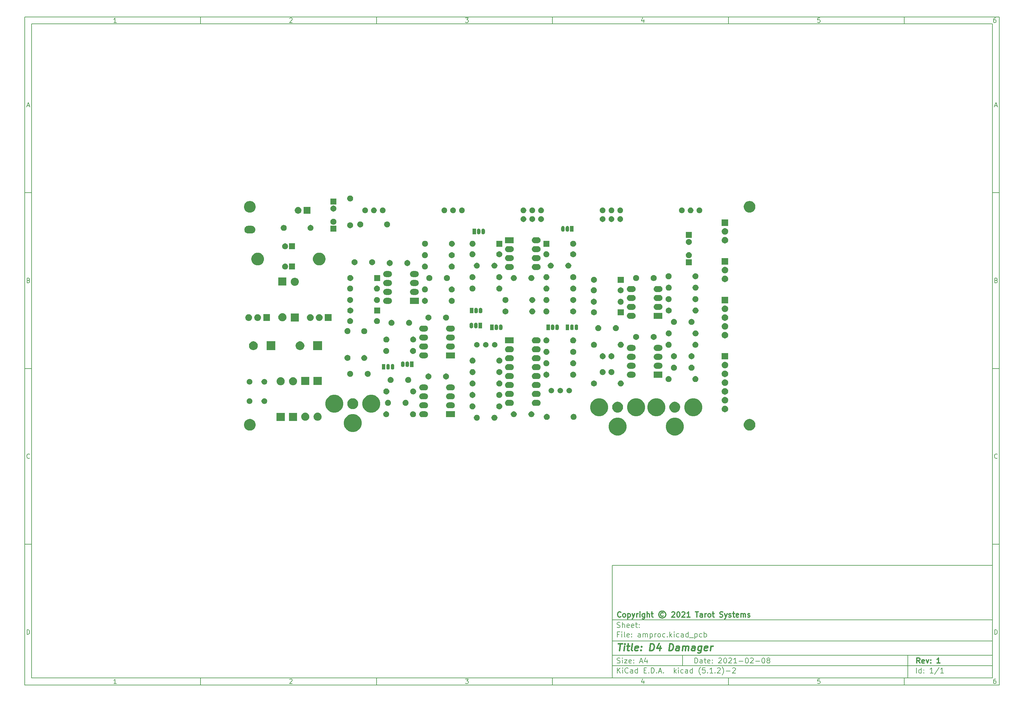
<source format=gbr>
G04 #@! TF.GenerationSoftware,KiCad,Pcbnew,(5.1.2)-2*
G04 #@! TF.CreationDate,2021-02-08T23:51:53+00:00*
G04 #@! TF.ProjectId,amproc,616d7072-6f63-42e6-9b69-6361645f7063,1*
G04 #@! TF.SameCoordinates,PX42c1d80PY7bfa480*
G04 #@! TF.FileFunction,Soldermask,Top*
G04 #@! TF.FilePolarity,Negative*
%FSLAX46Y46*%
G04 Gerber Fmt 4.6, Leading zero omitted, Abs format (unit mm)*
G04 Created by KiCad (PCBNEW (5.1.2)-2) date 2021-02-08 23:51:53*
%MOMM*%
%LPD*%
G04 APERTURE LIST*
%ADD10C,0.100000*%
%ADD11C,0.150000*%
%ADD12C,0.300000*%
%ADD13C,0.400000*%
G04 APERTURE END LIST*
D10*
D11*
X107002200Y-36007200D02*
X107002200Y-68007200D01*
X215002200Y-68007200D01*
X215002200Y-36007200D01*
X107002200Y-36007200D01*
D10*
D11*
X-60000000Y120000000D02*
X-60000000Y-70007200D01*
X217002200Y-70007200D01*
X217002200Y120000000D01*
X-60000000Y120000000D01*
D10*
D11*
X-58000000Y118000000D02*
X-58000000Y-68007200D01*
X215002200Y-68007200D01*
X215002200Y118000000D01*
X-58000000Y118000000D01*
D10*
D11*
X-10000000Y118000000D02*
X-10000000Y120000000D01*
D10*
D11*
X40000000Y118000000D02*
X40000000Y120000000D01*
D10*
D11*
X90000000Y118000000D02*
X90000000Y120000000D01*
D10*
D11*
X140000000Y118000000D02*
X140000000Y120000000D01*
D10*
D11*
X190000000Y118000000D02*
X190000000Y120000000D01*
D10*
D11*
X-33934524Y118411905D02*
X-34677381Y118411905D01*
X-34305953Y118411905D02*
X-34305953Y119711905D01*
X-34429762Y119526191D01*
X-34553572Y119402381D01*
X-34677381Y119340477D01*
D10*
D11*
X15322619Y119588096D02*
X15384523Y119650000D01*
X15508333Y119711905D01*
X15817857Y119711905D01*
X15941666Y119650000D01*
X16003571Y119588096D01*
X16065476Y119464286D01*
X16065476Y119340477D01*
X16003571Y119154762D01*
X15260714Y118411905D01*
X16065476Y118411905D01*
D10*
D11*
X65260714Y119711905D02*
X66065476Y119711905D01*
X65632142Y119216667D01*
X65817857Y119216667D01*
X65941666Y119154762D01*
X66003571Y119092858D01*
X66065476Y118969048D01*
X66065476Y118659524D01*
X66003571Y118535715D01*
X65941666Y118473810D01*
X65817857Y118411905D01*
X65446428Y118411905D01*
X65322619Y118473810D01*
X65260714Y118535715D01*
D10*
D11*
X115941666Y119278572D02*
X115941666Y118411905D01*
X115632142Y119773810D02*
X115322619Y118845239D01*
X116127380Y118845239D01*
D10*
D11*
X166003571Y119711905D02*
X165384523Y119711905D01*
X165322619Y119092858D01*
X165384523Y119154762D01*
X165508333Y119216667D01*
X165817857Y119216667D01*
X165941666Y119154762D01*
X166003571Y119092858D01*
X166065476Y118969048D01*
X166065476Y118659524D01*
X166003571Y118535715D01*
X165941666Y118473810D01*
X165817857Y118411905D01*
X165508333Y118411905D01*
X165384523Y118473810D01*
X165322619Y118535715D01*
D10*
D11*
X215941666Y119711905D02*
X215694047Y119711905D01*
X215570238Y119650000D01*
X215508333Y119588096D01*
X215384523Y119402381D01*
X215322619Y119154762D01*
X215322619Y118659524D01*
X215384523Y118535715D01*
X215446428Y118473810D01*
X215570238Y118411905D01*
X215817857Y118411905D01*
X215941666Y118473810D01*
X216003571Y118535715D01*
X216065476Y118659524D01*
X216065476Y118969048D01*
X216003571Y119092858D01*
X215941666Y119154762D01*
X215817857Y119216667D01*
X215570238Y119216667D01*
X215446428Y119154762D01*
X215384523Y119092858D01*
X215322619Y118969048D01*
D10*
D11*
X-10000000Y-68007200D02*
X-10000000Y-70007200D01*
D10*
D11*
X40000000Y-68007200D02*
X40000000Y-70007200D01*
D10*
D11*
X90000000Y-68007200D02*
X90000000Y-70007200D01*
D10*
D11*
X140000000Y-68007200D02*
X140000000Y-70007200D01*
D10*
D11*
X190000000Y-68007200D02*
X190000000Y-70007200D01*
D10*
D11*
X-33934524Y-69595295D02*
X-34677381Y-69595295D01*
X-34305953Y-69595295D02*
X-34305953Y-68295295D01*
X-34429762Y-68481009D01*
X-34553572Y-68604819D01*
X-34677381Y-68666723D01*
D10*
D11*
X15322619Y-68419104D02*
X15384523Y-68357200D01*
X15508333Y-68295295D01*
X15817857Y-68295295D01*
X15941666Y-68357200D01*
X16003571Y-68419104D01*
X16065476Y-68542914D01*
X16065476Y-68666723D01*
X16003571Y-68852438D01*
X15260714Y-69595295D01*
X16065476Y-69595295D01*
D10*
D11*
X65260714Y-68295295D02*
X66065476Y-68295295D01*
X65632142Y-68790533D01*
X65817857Y-68790533D01*
X65941666Y-68852438D01*
X66003571Y-68914342D01*
X66065476Y-69038152D01*
X66065476Y-69347676D01*
X66003571Y-69471485D01*
X65941666Y-69533390D01*
X65817857Y-69595295D01*
X65446428Y-69595295D01*
X65322619Y-69533390D01*
X65260714Y-69471485D01*
D10*
D11*
X115941666Y-68728628D02*
X115941666Y-69595295D01*
X115632142Y-68233390D02*
X115322619Y-69161961D01*
X116127380Y-69161961D01*
D10*
D11*
X166003571Y-68295295D02*
X165384523Y-68295295D01*
X165322619Y-68914342D01*
X165384523Y-68852438D01*
X165508333Y-68790533D01*
X165817857Y-68790533D01*
X165941666Y-68852438D01*
X166003571Y-68914342D01*
X166065476Y-69038152D01*
X166065476Y-69347676D01*
X166003571Y-69471485D01*
X165941666Y-69533390D01*
X165817857Y-69595295D01*
X165508333Y-69595295D01*
X165384523Y-69533390D01*
X165322619Y-69471485D01*
D10*
D11*
X215941666Y-68295295D02*
X215694047Y-68295295D01*
X215570238Y-68357200D01*
X215508333Y-68419104D01*
X215384523Y-68604819D01*
X215322619Y-68852438D01*
X215322619Y-69347676D01*
X215384523Y-69471485D01*
X215446428Y-69533390D01*
X215570238Y-69595295D01*
X215817857Y-69595295D01*
X215941666Y-69533390D01*
X216003571Y-69471485D01*
X216065476Y-69347676D01*
X216065476Y-69038152D01*
X216003571Y-68914342D01*
X215941666Y-68852438D01*
X215817857Y-68790533D01*
X215570238Y-68790533D01*
X215446428Y-68852438D01*
X215384523Y-68914342D01*
X215322619Y-69038152D01*
D10*
D11*
X-60000000Y70000000D02*
X-58000000Y70000000D01*
D10*
D11*
X-60000000Y20000000D02*
X-58000000Y20000000D01*
D10*
D11*
X-60000000Y-30000000D02*
X-58000000Y-30000000D01*
D10*
D11*
X-59309524Y94783334D02*
X-58690477Y94783334D01*
X-59433334Y94411905D02*
X-59000000Y95711905D01*
X-58566667Y94411905D01*
D10*
D11*
X-58907143Y45092858D02*
X-58721429Y45030953D01*
X-58659524Y44969048D01*
X-58597620Y44845239D01*
X-58597620Y44659524D01*
X-58659524Y44535715D01*
X-58721429Y44473810D01*
X-58845239Y44411905D01*
X-59340477Y44411905D01*
X-59340477Y45711905D01*
X-58907143Y45711905D01*
X-58783334Y45650000D01*
X-58721429Y45588096D01*
X-58659524Y45464286D01*
X-58659524Y45340477D01*
X-58721429Y45216667D01*
X-58783334Y45154762D01*
X-58907143Y45092858D01*
X-59340477Y45092858D01*
D10*
D11*
X-58597620Y-5464285D02*
X-58659524Y-5526190D01*
X-58845239Y-5588095D01*
X-58969048Y-5588095D01*
X-59154762Y-5526190D01*
X-59278572Y-5402380D01*
X-59340477Y-5278571D01*
X-59402381Y-5030952D01*
X-59402381Y-4845238D01*
X-59340477Y-4597619D01*
X-59278572Y-4473809D01*
X-59154762Y-4350000D01*
X-58969048Y-4288095D01*
X-58845239Y-4288095D01*
X-58659524Y-4350000D01*
X-58597620Y-4411904D01*
D10*
D11*
X-59340477Y-55588095D02*
X-59340477Y-54288095D01*
X-59030953Y-54288095D01*
X-58845239Y-54350000D01*
X-58721429Y-54473809D01*
X-58659524Y-54597619D01*
X-58597620Y-54845238D01*
X-58597620Y-55030952D01*
X-58659524Y-55278571D01*
X-58721429Y-55402380D01*
X-58845239Y-55526190D01*
X-59030953Y-55588095D01*
X-59340477Y-55588095D01*
D10*
D11*
X217002200Y70000000D02*
X215002200Y70000000D01*
D10*
D11*
X217002200Y20000000D02*
X215002200Y20000000D01*
D10*
D11*
X217002200Y-30000000D02*
X215002200Y-30000000D01*
D10*
D11*
X215692676Y94783334D02*
X216311723Y94783334D01*
X215568866Y94411905D02*
X216002200Y95711905D01*
X216435533Y94411905D01*
D10*
D11*
X216095057Y45092858D02*
X216280771Y45030953D01*
X216342676Y44969048D01*
X216404580Y44845239D01*
X216404580Y44659524D01*
X216342676Y44535715D01*
X216280771Y44473810D01*
X216156961Y44411905D01*
X215661723Y44411905D01*
X215661723Y45711905D01*
X216095057Y45711905D01*
X216218866Y45650000D01*
X216280771Y45588096D01*
X216342676Y45464286D01*
X216342676Y45340477D01*
X216280771Y45216667D01*
X216218866Y45154762D01*
X216095057Y45092858D01*
X215661723Y45092858D01*
D10*
D11*
X216404580Y-5464285D02*
X216342676Y-5526190D01*
X216156961Y-5588095D01*
X216033152Y-5588095D01*
X215847438Y-5526190D01*
X215723628Y-5402380D01*
X215661723Y-5278571D01*
X215599819Y-5030952D01*
X215599819Y-4845238D01*
X215661723Y-4597619D01*
X215723628Y-4473809D01*
X215847438Y-4350000D01*
X216033152Y-4288095D01*
X216156961Y-4288095D01*
X216342676Y-4350000D01*
X216404580Y-4411904D01*
D10*
D11*
X215661723Y-55588095D02*
X215661723Y-54288095D01*
X215971247Y-54288095D01*
X216156961Y-54350000D01*
X216280771Y-54473809D01*
X216342676Y-54597619D01*
X216404580Y-54845238D01*
X216404580Y-55030952D01*
X216342676Y-55278571D01*
X216280771Y-55402380D01*
X216156961Y-55526190D01*
X215971247Y-55588095D01*
X215661723Y-55588095D01*
D10*
D11*
X130434342Y-63785771D02*
X130434342Y-62285771D01*
X130791485Y-62285771D01*
X131005771Y-62357200D01*
X131148628Y-62500057D01*
X131220057Y-62642914D01*
X131291485Y-62928628D01*
X131291485Y-63142914D01*
X131220057Y-63428628D01*
X131148628Y-63571485D01*
X131005771Y-63714342D01*
X130791485Y-63785771D01*
X130434342Y-63785771D01*
X132577200Y-63785771D02*
X132577200Y-63000057D01*
X132505771Y-62857200D01*
X132362914Y-62785771D01*
X132077200Y-62785771D01*
X131934342Y-62857200D01*
X132577200Y-63714342D02*
X132434342Y-63785771D01*
X132077200Y-63785771D01*
X131934342Y-63714342D01*
X131862914Y-63571485D01*
X131862914Y-63428628D01*
X131934342Y-63285771D01*
X132077200Y-63214342D01*
X132434342Y-63214342D01*
X132577200Y-63142914D01*
X133077200Y-62785771D02*
X133648628Y-62785771D01*
X133291485Y-62285771D02*
X133291485Y-63571485D01*
X133362914Y-63714342D01*
X133505771Y-63785771D01*
X133648628Y-63785771D01*
X134720057Y-63714342D02*
X134577200Y-63785771D01*
X134291485Y-63785771D01*
X134148628Y-63714342D01*
X134077200Y-63571485D01*
X134077200Y-63000057D01*
X134148628Y-62857200D01*
X134291485Y-62785771D01*
X134577200Y-62785771D01*
X134720057Y-62857200D01*
X134791485Y-63000057D01*
X134791485Y-63142914D01*
X134077200Y-63285771D01*
X135434342Y-63642914D02*
X135505771Y-63714342D01*
X135434342Y-63785771D01*
X135362914Y-63714342D01*
X135434342Y-63642914D01*
X135434342Y-63785771D01*
X135434342Y-62857200D02*
X135505771Y-62928628D01*
X135434342Y-63000057D01*
X135362914Y-62928628D01*
X135434342Y-62857200D01*
X135434342Y-63000057D01*
X137220057Y-62428628D02*
X137291485Y-62357200D01*
X137434342Y-62285771D01*
X137791485Y-62285771D01*
X137934342Y-62357200D01*
X138005771Y-62428628D01*
X138077200Y-62571485D01*
X138077200Y-62714342D01*
X138005771Y-62928628D01*
X137148628Y-63785771D01*
X138077200Y-63785771D01*
X139005771Y-62285771D02*
X139148628Y-62285771D01*
X139291485Y-62357200D01*
X139362914Y-62428628D01*
X139434342Y-62571485D01*
X139505771Y-62857200D01*
X139505771Y-63214342D01*
X139434342Y-63500057D01*
X139362914Y-63642914D01*
X139291485Y-63714342D01*
X139148628Y-63785771D01*
X139005771Y-63785771D01*
X138862914Y-63714342D01*
X138791485Y-63642914D01*
X138720057Y-63500057D01*
X138648628Y-63214342D01*
X138648628Y-62857200D01*
X138720057Y-62571485D01*
X138791485Y-62428628D01*
X138862914Y-62357200D01*
X139005771Y-62285771D01*
X140077200Y-62428628D02*
X140148628Y-62357200D01*
X140291485Y-62285771D01*
X140648628Y-62285771D01*
X140791485Y-62357200D01*
X140862914Y-62428628D01*
X140934342Y-62571485D01*
X140934342Y-62714342D01*
X140862914Y-62928628D01*
X140005771Y-63785771D01*
X140934342Y-63785771D01*
X142362914Y-63785771D02*
X141505771Y-63785771D01*
X141934342Y-63785771D02*
X141934342Y-62285771D01*
X141791485Y-62500057D01*
X141648628Y-62642914D01*
X141505771Y-62714342D01*
X143005771Y-63214342D02*
X144148628Y-63214342D01*
X145148628Y-62285771D02*
X145291485Y-62285771D01*
X145434342Y-62357200D01*
X145505771Y-62428628D01*
X145577200Y-62571485D01*
X145648628Y-62857200D01*
X145648628Y-63214342D01*
X145577200Y-63500057D01*
X145505771Y-63642914D01*
X145434342Y-63714342D01*
X145291485Y-63785771D01*
X145148628Y-63785771D01*
X145005771Y-63714342D01*
X144934342Y-63642914D01*
X144862914Y-63500057D01*
X144791485Y-63214342D01*
X144791485Y-62857200D01*
X144862914Y-62571485D01*
X144934342Y-62428628D01*
X145005771Y-62357200D01*
X145148628Y-62285771D01*
X146220057Y-62428628D02*
X146291485Y-62357200D01*
X146434342Y-62285771D01*
X146791485Y-62285771D01*
X146934342Y-62357200D01*
X147005771Y-62428628D01*
X147077200Y-62571485D01*
X147077200Y-62714342D01*
X147005771Y-62928628D01*
X146148628Y-63785771D01*
X147077200Y-63785771D01*
X147720057Y-63214342D02*
X148862914Y-63214342D01*
X149862914Y-62285771D02*
X150005771Y-62285771D01*
X150148628Y-62357200D01*
X150220057Y-62428628D01*
X150291485Y-62571485D01*
X150362914Y-62857200D01*
X150362914Y-63214342D01*
X150291485Y-63500057D01*
X150220057Y-63642914D01*
X150148628Y-63714342D01*
X150005771Y-63785771D01*
X149862914Y-63785771D01*
X149720057Y-63714342D01*
X149648628Y-63642914D01*
X149577200Y-63500057D01*
X149505771Y-63214342D01*
X149505771Y-62857200D01*
X149577200Y-62571485D01*
X149648628Y-62428628D01*
X149720057Y-62357200D01*
X149862914Y-62285771D01*
X151220057Y-62928628D02*
X151077200Y-62857200D01*
X151005771Y-62785771D01*
X150934342Y-62642914D01*
X150934342Y-62571485D01*
X151005771Y-62428628D01*
X151077200Y-62357200D01*
X151220057Y-62285771D01*
X151505771Y-62285771D01*
X151648628Y-62357200D01*
X151720057Y-62428628D01*
X151791485Y-62571485D01*
X151791485Y-62642914D01*
X151720057Y-62785771D01*
X151648628Y-62857200D01*
X151505771Y-62928628D01*
X151220057Y-62928628D01*
X151077200Y-63000057D01*
X151005771Y-63071485D01*
X150934342Y-63214342D01*
X150934342Y-63500057D01*
X151005771Y-63642914D01*
X151077200Y-63714342D01*
X151220057Y-63785771D01*
X151505771Y-63785771D01*
X151648628Y-63714342D01*
X151720057Y-63642914D01*
X151791485Y-63500057D01*
X151791485Y-63214342D01*
X151720057Y-63071485D01*
X151648628Y-63000057D01*
X151505771Y-62928628D01*
D10*
D11*
X107002200Y-64507200D02*
X215002200Y-64507200D01*
D10*
D11*
X108434342Y-66585771D02*
X108434342Y-65085771D01*
X109291485Y-66585771D02*
X108648628Y-65728628D01*
X109291485Y-65085771D02*
X108434342Y-65942914D01*
X109934342Y-66585771D02*
X109934342Y-65585771D01*
X109934342Y-65085771D02*
X109862914Y-65157200D01*
X109934342Y-65228628D01*
X110005771Y-65157200D01*
X109934342Y-65085771D01*
X109934342Y-65228628D01*
X111505771Y-66442914D02*
X111434342Y-66514342D01*
X111220057Y-66585771D01*
X111077200Y-66585771D01*
X110862914Y-66514342D01*
X110720057Y-66371485D01*
X110648628Y-66228628D01*
X110577200Y-65942914D01*
X110577200Y-65728628D01*
X110648628Y-65442914D01*
X110720057Y-65300057D01*
X110862914Y-65157200D01*
X111077200Y-65085771D01*
X111220057Y-65085771D01*
X111434342Y-65157200D01*
X111505771Y-65228628D01*
X112791485Y-66585771D02*
X112791485Y-65800057D01*
X112720057Y-65657200D01*
X112577200Y-65585771D01*
X112291485Y-65585771D01*
X112148628Y-65657200D01*
X112791485Y-66514342D02*
X112648628Y-66585771D01*
X112291485Y-66585771D01*
X112148628Y-66514342D01*
X112077200Y-66371485D01*
X112077200Y-66228628D01*
X112148628Y-66085771D01*
X112291485Y-66014342D01*
X112648628Y-66014342D01*
X112791485Y-65942914D01*
X114148628Y-66585771D02*
X114148628Y-65085771D01*
X114148628Y-66514342D02*
X114005771Y-66585771D01*
X113720057Y-66585771D01*
X113577200Y-66514342D01*
X113505771Y-66442914D01*
X113434342Y-66300057D01*
X113434342Y-65871485D01*
X113505771Y-65728628D01*
X113577200Y-65657200D01*
X113720057Y-65585771D01*
X114005771Y-65585771D01*
X114148628Y-65657200D01*
X116005771Y-65800057D02*
X116505771Y-65800057D01*
X116720057Y-66585771D02*
X116005771Y-66585771D01*
X116005771Y-65085771D01*
X116720057Y-65085771D01*
X117362914Y-66442914D02*
X117434342Y-66514342D01*
X117362914Y-66585771D01*
X117291485Y-66514342D01*
X117362914Y-66442914D01*
X117362914Y-66585771D01*
X118077200Y-66585771D02*
X118077200Y-65085771D01*
X118434342Y-65085771D01*
X118648628Y-65157200D01*
X118791485Y-65300057D01*
X118862914Y-65442914D01*
X118934342Y-65728628D01*
X118934342Y-65942914D01*
X118862914Y-66228628D01*
X118791485Y-66371485D01*
X118648628Y-66514342D01*
X118434342Y-66585771D01*
X118077200Y-66585771D01*
X119577200Y-66442914D02*
X119648628Y-66514342D01*
X119577200Y-66585771D01*
X119505771Y-66514342D01*
X119577200Y-66442914D01*
X119577200Y-66585771D01*
X120220057Y-66157200D02*
X120934342Y-66157200D01*
X120077200Y-66585771D02*
X120577200Y-65085771D01*
X121077200Y-66585771D01*
X121577200Y-66442914D02*
X121648628Y-66514342D01*
X121577200Y-66585771D01*
X121505771Y-66514342D01*
X121577200Y-66442914D01*
X121577200Y-66585771D01*
X124577200Y-66585771D02*
X124577200Y-65085771D01*
X124720057Y-66014342D02*
X125148628Y-66585771D01*
X125148628Y-65585771D02*
X124577200Y-66157200D01*
X125791485Y-66585771D02*
X125791485Y-65585771D01*
X125791485Y-65085771D02*
X125720057Y-65157200D01*
X125791485Y-65228628D01*
X125862914Y-65157200D01*
X125791485Y-65085771D01*
X125791485Y-65228628D01*
X127148628Y-66514342D02*
X127005771Y-66585771D01*
X126720057Y-66585771D01*
X126577200Y-66514342D01*
X126505771Y-66442914D01*
X126434342Y-66300057D01*
X126434342Y-65871485D01*
X126505771Y-65728628D01*
X126577200Y-65657200D01*
X126720057Y-65585771D01*
X127005771Y-65585771D01*
X127148628Y-65657200D01*
X128434342Y-66585771D02*
X128434342Y-65800057D01*
X128362914Y-65657200D01*
X128220057Y-65585771D01*
X127934342Y-65585771D01*
X127791485Y-65657200D01*
X128434342Y-66514342D02*
X128291485Y-66585771D01*
X127934342Y-66585771D01*
X127791485Y-66514342D01*
X127720057Y-66371485D01*
X127720057Y-66228628D01*
X127791485Y-66085771D01*
X127934342Y-66014342D01*
X128291485Y-66014342D01*
X128434342Y-65942914D01*
X129791485Y-66585771D02*
X129791485Y-65085771D01*
X129791485Y-66514342D02*
X129648628Y-66585771D01*
X129362914Y-66585771D01*
X129220057Y-66514342D01*
X129148628Y-66442914D01*
X129077200Y-66300057D01*
X129077200Y-65871485D01*
X129148628Y-65728628D01*
X129220057Y-65657200D01*
X129362914Y-65585771D01*
X129648628Y-65585771D01*
X129791485Y-65657200D01*
X132077200Y-67157200D02*
X132005771Y-67085771D01*
X131862914Y-66871485D01*
X131791485Y-66728628D01*
X131720057Y-66514342D01*
X131648628Y-66157200D01*
X131648628Y-65871485D01*
X131720057Y-65514342D01*
X131791485Y-65300057D01*
X131862914Y-65157200D01*
X132005771Y-64942914D01*
X132077200Y-64871485D01*
X133362914Y-65085771D02*
X132648628Y-65085771D01*
X132577200Y-65800057D01*
X132648628Y-65728628D01*
X132791485Y-65657200D01*
X133148628Y-65657200D01*
X133291485Y-65728628D01*
X133362914Y-65800057D01*
X133434342Y-65942914D01*
X133434342Y-66300057D01*
X133362914Y-66442914D01*
X133291485Y-66514342D01*
X133148628Y-66585771D01*
X132791485Y-66585771D01*
X132648628Y-66514342D01*
X132577200Y-66442914D01*
X134077200Y-66442914D02*
X134148628Y-66514342D01*
X134077200Y-66585771D01*
X134005771Y-66514342D01*
X134077200Y-66442914D01*
X134077200Y-66585771D01*
X135577200Y-66585771D02*
X134720057Y-66585771D01*
X135148628Y-66585771D02*
X135148628Y-65085771D01*
X135005771Y-65300057D01*
X134862914Y-65442914D01*
X134720057Y-65514342D01*
X136220057Y-66442914D02*
X136291485Y-66514342D01*
X136220057Y-66585771D01*
X136148628Y-66514342D01*
X136220057Y-66442914D01*
X136220057Y-66585771D01*
X136862914Y-65228628D02*
X136934342Y-65157200D01*
X137077200Y-65085771D01*
X137434342Y-65085771D01*
X137577200Y-65157200D01*
X137648628Y-65228628D01*
X137720057Y-65371485D01*
X137720057Y-65514342D01*
X137648628Y-65728628D01*
X136791485Y-66585771D01*
X137720057Y-66585771D01*
X138220057Y-67157200D02*
X138291485Y-67085771D01*
X138434342Y-66871485D01*
X138505771Y-66728628D01*
X138577200Y-66514342D01*
X138648628Y-66157200D01*
X138648628Y-65871485D01*
X138577200Y-65514342D01*
X138505771Y-65300057D01*
X138434342Y-65157200D01*
X138291485Y-64942914D01*
X138220057Y-64871485D01*
X139362914Y-66014342D02*
X140505771Y-66014342D01*
X141148628Y-65228628D02*
X141220057Y-65157200D01*
X141362914Y-65085771D01*
X141720057Y-65085771D01*
X141862914Y-65157200D01*
X141934342Y-65228628D01*
X142005771Y-65371485D01*
X142005771Y-65514342D01*
X141934342Y-65728628D01*
X141077200Y-66585771D01*
X142005771Y-66585771D01*
D10*
D11*
X107002200Y-61507200D02*
X215002200Y-61507200D01*
D10*
D12*
X194411485Y-63785771D02*
X193911485Y-63071485D01*
X193554342Y-63785771D02*
X193554342Y-62285771D01*
X194125771Y-62285771D01*
X194268628Y-62357200D01*
X194340057Y-62428628D01*
X194411485Y-62571485D01*
X194411485Y-62785771D01*
X194340057Y-62928628D01*
X194268628Y-63000057D01*
X194125771Y-63071485D01*
X193554342Y-63071485D01*
X195625771Y-63714342D02*
X195482914Y-63785771D01*
X195197200Y-63785771D01*
X195054342Y-63714342D01*
X194982914Y-63571485D01*
X194982914Y-63000057D01*
X195054342Y-62857200D01*
X195197200Y-62785771D01*
X195482914Y-62785771D01*
X195625771Y-62857200D01*
X195697200Y-63000057D01*
X195697200Y-63142914D01*
X194982914Y-63285771D01*
X196197200Y-62785771D02*
X196554342Y-63785771D01*
X196911485Y-62785771D01*
X197482914Y-63642914D02*
X197554342Y-63714342D01*
X197482914Y-63785771D01*
X197411485Y-63714342D01*
X197482914Y-63642914D01*
X197482914Y-63785771D01*
X197482914Y-62857200D02*
X197554342Y-62928628D01*
X197482914Y-63000057D01*
X197411485Y-62928628D01*
X197482914Y-62857200D01*
X197482914Y-63000057D01*
X200125771Y-63785771D02*
X199268628Y-63785771D01*
X199697200Y-63785771D02*
X199697200Y-62285771D01*
X199554342Y-62500057D01*
X199411485Y-62642914D01*
X199268628Y-62714342D01*
D10*
D11*
X108362914Y-63714342D02*
X108577200Y-63785771D01*
X108934342Y-63785771D01*
X109077200Y-63714342D01*
X109148628Y-63642914D01*
X109220057Y-63500057D01*
X109220057Y-63357200D01*
X109148628Y-63214342D01*
X109077200Y-63142914D01*
X108934342Y-63071485D01*
X108648628Y-63000057D01*
X108505771Y-62928628D01*
X108434342Y-62857200D01*
X108362914Y-62714342D01*
X108362914Y-62571485D01*
X108434342Y-62428628D01*
X108505771Y-62357200D01*
X108648628Y-62285771D01*
X109005771Y-62285771D01*
X109220057Y-62357200D01*
X109862914Y-63785771D02*
X109862914Y-62785771D01*
X109862914Y-62285771D02*
X109791485Y-62357200D01*
X109862914Y-62428628D01*
X109934342Y-62357200D01*
X109862914Y-62285771D01*
X109862914Y-62428628D01*
X110434342Y-62785771D02*
X111220057Y-62785771D01*
X110434342Y-63785771D01*
X111220057Y-63785771D01*
X112362914Y-63714342D02*
X112220057Y-63785771D01*
X111934342Y-63785771D01*
X111791485Y-63714342D01*
X111720057Y-63571485D01*
X111720057Y-63000057D01*
X111791485Y-62857200D01*
X111934342Y-62785771D01*
X112220057Y-62785771D01*
X112362914Y-62857200D01*
X112434342Y-63000057D01*
X112434342Y-63142914D01*
X111720057Y-63285771D01*
X113077200Y-63642914D02*
X113148628Y-63714342D01*
X113077200Y-63785771D01*
X113005771Y-63714342D01*
X113077200Y-63642914D01*
X113077200Y-63785771D01*
X113077200Y-62857200D02*
X113148628Y-62928628D01*
X113077200Y-63000057D01*
X113005771Y-62928628D01*
X113077200Y-62857200D01*
X113077200Y-63000057D01*
X114862914Y-63357200D02*
X115577200Y-63357200D01*
X114720057Y-63785771D02*
X115220057Y-62285771D01*
X115720057Y-63785771D01*
X116862914Y-62785771D02*
X116862914Y-63785771D01*
X116505771Y-62214342D02*
X116148628Y-63285771D01*
X117077200Y-63285771D01*
D10*
D11*
X193434342Y-66585771D02*
X193434342Y-65085771D01*
X194791485Y-66585771D02*
X194791485Y-65085771D01*
X194791485Y-66514342D02*
X194648628Y-66585771D01*
X194362914Y-66585771D01*
X194220057Y-66514342D01*
X194148628Y-66442914D01*
X194077200Y-66300057D01*
X194077200Y-65871485D01*
X194148628Y-65728628D01*
X194220057Y-65657200D01*
X194362914Y-65585771D01*
X194648628Y-65585771D01*
X194791485Y-65657200D01*
X195505771Y-66442914D02*
X195577200Y-66514342D01*
X195505771Y-66585771D01*
X195434342Y-66514342D01*
X195505771Y-66442914D01*
X195505771Y-66585771D01*
X195505771Y-65657200D02*
X195577200Y-65728628D01*
X195505771Y-65800057D01*
X195434342Y-65728628D01*
X195505771Y-65657200D01*
X195505771Y-65800057D01*
X198148628Y-66585771D02*
X197291485Y-66585771D01*
X197720057Y-66585771D02*
X197720057Y-65085771D01*
X197577200Y-65300057D01*
X197434342Y-65442914D01*
X197291485Y-65514342D01*
X199862914Y-65014342D02*
X198577200Y-66942914D01*
X201148628Y-66585771D02*
X200291485Y-66585771D01*
X200720057Y-66585771D02*
X200720057Y-65085771D01*
X200577200Y-65300057D01*
X200434342Y-65442914D01*
X200291485Y-65514342D01*
D10*
D11*
X107002200Y-57507200D02*
X215002200Y-57507200D01*
D10*
D13*
X108714580Y-58211961D02*
X109857438Y-58211961D01*
X109036009Y-60211961D02*
X109286009Y-58211961D01*
X110274104Y-60211961D02*
X110440771Y-58878628D01*
X110524104Y-58211961D02*
X110416961Y-58307200D01*
X110500295Y-58402438D01*
X110607438Y-58307200D01*
X110524104Y-58211961D01*
X110500295Y-58402438D01*
X111107438Y-58878628D02*
X111869342Y-58878628D01*
X111476485Y-58211961D02*
X111262200Y-59926247D01*
X111333628Y-60116723D01*
X111512200Y-60211961D01*
X111702676Y-60211961D01*
X112655057Y-60211961D02*
X112476485Y-60116723D01*
X112405057Y-59926247D01*
X112619342Y-58211961D01*
X114190771Y-60116723D02*
X113988390Y-60211961D01*
X113607438Y-60211961D01*
X113428866Y-60116723D01*
X113357438Y-59926247D01*
X113452676Y-59164342D01*
X113571723Y-58973866D01*
X113774104Y-58878628D01*
X114155057Y-58878628D01*
X114333628Y-58973866D01*
X114405057Y-59164342D01*
X114381247Y-59354819D01*
X113405057Y-59545295D01*
X115155057Y-60021485D02*
X115238390Y-60116723D01*
X115131247Y-60211961D01*
X115047914Y-60116723D01*
X115155057Y-60021485D01*
X115131247Y-60211961D01*
X115286009Y-58973866D02*
X115369342Y-59069104D01*
X115262200Y-59164342D01*
X115178866Y-59069104D01*
X115286009Y-58973866D01*
X115262200Y-59164342D01*
X117607438Y-60211961D02*
X117857438Y-58211961D01*
X118333628Y-58211961D01*
X118607438Y-58307200D01*
X118774104Y-58497676D01*
X118845533Y-58688152D01*
X118893152Y-59069104D01*
X118857438Y-59354819D01*
X118714580Y-59735771D01*
X118595533Y-59926247D01*
X118381247Y-60116723D01*
X118083628Y-60211961D01*
X117607438Y-60211961D01*
X120631247Y-58878628D02*
X120464580Y-60211961D01*
X120250295Y-58116723D02*
X119595533Y-59545295D01*
X120833628Y-59545295D01*
X123036009Y-60211961D02*
X123286009Y-58211961D01*
X123762200Y-58211961D01*
X124036009Y-58307200D01*
X124202676Y-58497676D01*
X124274104Y-58688152D01*
X124321723Y-59069104D01*
X124286009Y-59354819D01*
X124143152Y-59735771D01*
X124024104Y-59926247D01*
X123809819Y-60116723D01*
X123512200Y-60211961D01*
X123036009Y-60211961D01*
X125893152Y-60211961D02*
X126024104Y-59164342D01*
X125952676Y-58973866D01*
X125774104Y-58878628D01*
X125393152Y-58878628D01*
X125190771Y-58973866D01*
X125905057Y-60116723D02*
X125702676Y-60211961D01*
X125226485Y-60211961D01*
X125047914Y-60116723D01*
X124976485Y-59926247D01*
X125000295Y-59735771D01*
X125119342Y-59545295D01*
X125321723Y-59450057D01*
X125797914Y-59450057D01*
X126000295Y-59354819D01*
X126845533Y-60211961D02*
X127012200Y-58878628D01*
X126988390Y-59069104D02*
X127095533Y-58973866D01*
X127297914Y-58878628D01*
X127583628Y-58878628D01*
X127762200Y-58973866D01*
X127833628Y-59164342D01*
X127702676Y-60211961D01*
X127833628Y-59164342D02*
X127952676Y-58973866D01*
X128155057Y-58878628D01*
X128440771Y-58878628D01*
X128619342Y-58973866D01*
X128690771Y-59164342D01*
X128559819Y-60211961D01*
X130369342Y-60211961D02*
X130500295Y-59164342D01*
X130428866Y-58973866D01*
X130250295Y-58878628D01*
X129869342Y-58878628D01*
X129666961Y-58973866D01*
X130381247Y-60116723D02*
X130178866Y-60211961D01*
X129702676Y-60211961D01*
X129524104Y-60116723D01*
X129452676Y-59926247D01*
X129476485Y-59735771D01*
X129595533Y-59545295D01*
X129797914Y-59450057D01*
X130274104Y-59450057D01*
X130476485Y-59354819D01*
X132345533Y-58878628D02*
X132143152Y-60497676D01*
X132024104Y-60688152D01*
X131916961Y-60783390D01*
X131714580Y-60878628D01*
X131428866Y-60878628D01*
X131250295Y-60783390D01*
X132190771Y-60116723D02*
X131988390Y-60211961D01*
X131607438Y-60211961D01*
X131428866Y-60116723D01*
X131345533Y-60021485D01*
X131274104Y-59831009D01*
X131345533Y-59259580D01*
X131464580Y-59069104D01*
X131571723Y-58973866D01*
X131774104Y-58878628D01*
X132155057Y-58878628D01*
X132333628Y-58973866D01*
X133905057Y-60116723D02*
X133702676Y-60211961D01*
X133321723Y-60211961D01*
X133143152Y-60116723D01*
X133071723Y-59926247D01*
X133166961Y-59164342D01*
X133286009Y-58973866D01*
X133488390Y-58878628D01*
X133869342Y-58878628D01*
X134047914Y-58973866D01*
X134119342Y-59164342D01*
X134095533Y-59354819D01*
X133119342Y-59545295D01*
X134845533Y-60211961D02*
X135012200Y-58878628D01*
X134964580Y-59259580D02*
X135083628Y-59069104D01*
X135190771Y-58973866D01*
X135393152Y-58878628D01*
X135583628Y-58878628D01*
D10*
D11*
X108934342Y-55600057D02*
X108434342Y-55600057D01*
X108434342Y-56385771D02*
X108434342Y-54885771D01*
X109148628Y-54885771D01*
X109720057Y-56385771D02*
X109720057Y-55385771D01*
X109720057Y-54885771D02*
X109648628Y-54957200D01*
X109720057Y-55028628D01*
X109791485Y-54957200D01*
X109720057Y-54885771D01*
X109720057Y-55028628D01*
X110648628Y-56385771D02*
X110505771Y-56314342D01*
X110434342Y-56171485D01*
X110434342Y-54885771D01*
X111791485Y-56314342D02*
X111648628Y-56385771D01*
X111362914Y-56385771D01*
X111220057Y-56314342D01*
X111148628Y-56171485D01*
X111148628Y-55600057D01*
X111220057Y-55457200D01*
X111362914Y-55385771D01*
X111648628Y-55385771D01*
X111791485Y-55457200D01*
X111862914Y-55600057D01*
X111862914Y-55742914D01*
X111148628Y-55885771D01*
X112505771Y-56242914D02*
X112577200Y-56314342D01*
X112505771Y-56385771D01*
X112434342Y-56314342D01*
X112505771Y-56242914D01*
X112505771Y-56385771D01*
X112505771Y-55457200D02*
X112577200Y-55528628D01*
X112505771Y-55600057D01*
X112434342Y-55528628D01*
X112505771Y-55457200D01*
X112505771Y-55600057D01*
X115005771Y-56385771D02*
X115005771Y-55600057D01*
X114934342Y-55457200D01*
X114791485Y-55385771D01*
X114505771Y-55385771D01*
X114362914Y-55457200D01*
X115005771Y-56314342D02*
X114862914Y-56385771D01*
X114505771Y-56385771D01*
X114362914Y-56314342D01*
X114291485Y-56171485D01*
X114291485Y-56028628D01*
X114362914Y-55885771D01*
X114505771Y-55814342D01*
X114862914Y-55814342D01*
X115005771Y-55742914D01*
X115720057Y-56385771D02*
X115720057Y-55385771D01*
X115720057Y-55528628D02*
X115791485Y-55457200D01*
X115934342Y-55385771D01*
X116148628Y-55385771D01*
X116291485Y-55457200D01*
X116362914Y-55600057D01*
X116362914Y-56385771D01*
X116362914Y-55600057D02*
X116434342Y-55457200D01*
X116577200Y-55385771D01*
X116791485Y-55385771D01*
X116934342Y-55457200D01*
X117005771Y-55600057D01*
X117005771Y-56385771D01*
X117720057Y-55385771D02*
X117720057Y-56885771D01*
X117720057Y-55457200D02*
X117862914Y-55385771D01*
X118148628Y-55385771D01*
X118291485Y-55457200D01*
X118362914Y-55528628D01*
X118434342Y-55671485D01*
X118434342Y-56100057D01*
X118362914Y-56242914D01*
X118291485Y-56314342D01*
X118148628Y-56385771D01*
X117862914Y-56385771D01*
X117720057Y-56314342D01*
X119077200Y-56385771D02*
X119077200Y-55385771D01*
X119077200Y-55671485D02*
X119148628Y-55528628D01*
X119220057Y-55457200D01*
X119362914Y-55385771D01*
X119505771Y-55385771D01*
X120220057Y-56385771D02*
X120077200Y-56314342D01*
X120005771Y-56242914D01*
X119934342Y-56100057D01*
X119934342Y-55671485D01*
X120005771Y-55528628D01*
X120077200Y-55457200D01*
X120220057Y-55385771D01*
X120434342Y-55385771D01*
X120577200Y-55457200D01*
X120648628Y-55528628D01*
X120720057Y-55671485D01*
X120720057Y-56100057D01*
X120648628Y-56242914D01*
X120577200Y-56314342D01*
X120434342Y-56385771D01*
X120220057Y-56385771D01*
X122005771Y-56314342D02*
X121862914Y-56385771D01*
X121577200Y-56385771D01*
X121434342Y-56314342D01*
X121362914Y-56242914D01*
X121291485Y-56100057D01*
X121291485Y-55671485D01*
X121362914Y-55528628D01*
X121434342Y-55457200D01*
X121577200Y-55385771D01*
X121862914Y-55385771D01*
X122005771Y-55457200D01*
X122648628Y-56242914D02*
X122720057Y-56314342D01*
X122648628Y-56385771D01*
X122577200Y-56314342D01*
X122648628Y-56242914D01*
X122648628Y-56385771D01*
X123362914Y-56385771D02*
X123362914Y-54885771D01*
X123505771Y-55814342D02*
X123934342Y-56385771D01*
X123934342Y-55385771D02*
X123362914Y-55957200D01*
X124577200Y-56385771D02*
X124577200Y-55385771D01*
X124577200Y-54885771D02*
X124505771Y-54957200D01*
X124577200Y-55028628D01*
X124648628Y-54957200D01*
X124577200Y-54885771D01*
X124577200Y-55028628D01*
X125934342Y-56314342D02*
X125791485Y-56385771D01*
X125505771Y-56385771D01*
X125362914Y-56314342D01*
X125291485Y-56242914D01*
X125220057Y-56100057D01*
X125220057Y-55671485D01*
X125291485Y-55528628D01*
X125362914Y-55457200D01*
X125505771Y-55385771D01*
X125791485Y-55385771D01*
X125934342Y-55457200D01*
X127220057Y-56385771D02*
X127220057Y-55600057D01*
X127148628Y-55457200D01*
X127005771Y-55385771D01*
X126720057Y-55385771D01*
X126577200Y-55457200D01*
X127220057Y-56314342D02*
X127077200Y-56385771D01*
X126720057Y-56385771D01*
X126577200Y-56314342D01*
X126505771Y-56171485D01*
X126505771Y-56028628D01*
X126577200Y-55885771D01*
X126720057Y-55814342D01*
X127077200Y-55814342D01*
X127220057Y-55742914D01*
X128577200Y-56385771D02*
X128577200Y-54885771D01*
X128577200Y-56314342D02*
X128434342Y-56385771D01*
X128148628Y-56385771D01*
X128005771Y-56314342D01*
X127934342Y-56242914D01*
X127862914Y-56100057D01*
X127862914Y-55671485D01*
X127934342Y-55528628D01*
X128005771Y-55457200D01*
X128148628Y-55385771D01*
X128434342Y-55385771D01*
X128577200Y-55457200D01*
X128934342Y-56528628D02*
X130077200Y-56528628D01*
X130434342Y-55385771D02*
X130434342Y-56885771D01*
X130434342Y-55457200D02*
X130577200Y-55385771D01*
X130862914Y-55385771D01*
X131005771Y-55457200D01*
X131077200Y-55528628D01*
X131148628Y-55671485D01*
X131148628Y-56100057D01*
X131077200Y-56242914D01*
X131005771Y-56314342D01*
X130862914Y-56385771D01*
X130577200Y-56385771D01*
X130434342Y-56314342D01*
X132434342Y-56314342D02*
X132291485Y-56385771D01*
X132005771Y-56385771D01*
X131862914Y-56314342D01*
X131791485Y-56242914D01*
X131720057Y-56100057D01*
X131720057Y-55671485D01*
X131791485Y-55528628D01*
X131862914Y-55457200D01*
X132005771Y-55385771D01*
X132291485Y-55385771D01*
X132434342Y-55457200D01*
X133077200Y-56385771D02*
X133077200Y-54885771D01*
X133077200Y-55457200D02*
X133220057Y-55385771D01*
X133505771Y-55385771D01*
X133648628Y-55457200D01*
X133720057Y-55528628D01*
X133791485Y-55671485D01*
X133791485Y-56100057D01*
X133720057Y-56242914D01*
X133648628Y-56314342D01*
X133505771Y-56385771D01*
X133220057Y-56385771D01*
X133077200Y-56314342D01*
D10*
D11*
X107002200Y-51507200D02*
X215002200Y-51507200D01*
D10*
D11*
X108362914Y-53614342D02*
X108577200Y-53685771D01*
X108934342Y-53685771D01*
X109077200Y-53614342D01*
X109148628Y-53542914D01*
X109220057Y-53400057D01*
X109220057Y-53257200D01*
X109148628Y-53114342D01*
X109077200Y-53042914D01*
X108934342Y-52971485D01*
X108648628Y-52900057D01*
X108505771Y-52828628D01*
X108434342Y-52757200D01*
X108362914Y-52614342D01*
X108362914Y-52471485D01*
X108434342Y-52328628D01*
X108505771Y-52257200D01*
X108648628Y-52185771D01*
X109005771Y-52185771D01*
X109220057Y-52257200D01*
X109862914Y-53685771D02*
X109862914Y-52185771D01*
X110505771Y-53685771D02*
X110505771Y-52900057D01*
X110434342Y-52757200D01*
X110291485Y-52685771D01*
X110077200Y-52685771D01*
X109934342Y-52757200D01*
X109862914Y-52828628D01*
X111791485Y-53614342D02*
X111648628Y-53685771D01*
X111362914Y-53685771D01*
X111220057Y-53614342D01*
X111148628Y-53471485D01*
X111148628Y-52900057D01*
X111220057Y-52757200D01*
X111362914Y-52685771D01*
X111648628Y-52685771D01*
X111791485Y-52757200D01*
X111862914Y-52900057D01*
X111862914Y-53042914D01*
X111148628Y-53185771D01*
X113077200Y-53614342D02*
X112934342Y-53685771D01*
X112648628Y-53685771D01*
X112505771Y-53614342D01*
X112434342Y-53471485D01*
X112434342Y-52900057D01*
X112505771Y-52757200D01*
X112648628Y-52685771D01*
X112934342Y-52685771D01*
X113077200Y-52757200D01*
X113148628Y-52900057D01*
X113148628Y-53042914D01*
X112434342Y-53185771D01*
X113577200Y-52685771D02*
X114148628Y-52685771D01*
X113791485Y-52185771D02*
X113791485Y-53471485D01*
X113862914Y-53614342D01*
X114005771Y-53685771D01*
X114148628Y-53685771D01*
X114648628Y-53542914D02*
X114720057Y-53614342D01*
X114648628Y-53685771D01*
X114577200Y-53614342D01*
X114648628Y-53542914D01*
X114648628Y-53685771D01*
X114648628Y-52757200D02*
X114720057Y-52828628D01*
X114648628Y-52900057D01*
X114577200Y-52828628D01*
X114648628Y-52757200D01*
X114648628Y-52900057D01*
D10*
D12*
X109411485Y-50542914D02*
X109340057Y-50614342D01*
X109125771Y-50685771D01*
X108982914Y-50685771D01*
X108768628Y-50614342D01*
X108625771Y-50471485D01*
X108554342Y-50328628D01*
X108482914Y-50042914D01*
X108482914Y-49828628D01*
X108554342Y-49542914D01*
X108625771Y-49400057D01*
X108768628Y-49257200D01*
X108982914Y-49185771D01*
X109125771Y-49185771D01*
X109340057Y-49257200D01*
X109411485Y-49328628D01*
X110268628Y-50685771D02*
X110125771Y-50614342D01*
X110054342Y-50542914D01*
X109982914Y-50400057D01*
X109982914Y-49971485D01*
X110054342Y-49828628D01*
X110125771Y-49757200D01*
X110268628Y-49685771D01*
X110482914Y-49685771D01*
X110625771Y-49757200D01*
X110697200Y-49828628D01*
X110768628Y-49971485D01*
X110768628Y-50400057D01*
X110697200Y-50542914D01*
X110625771Y-50614342D01*
X110482914Y-50685771D01*
X110268628Y-50685771D01*
X111411485Y-49685771D02*
X111411485Y-51185771D01*
X111411485Y-49757200D02*
X111554342Y-49685771D01*
X111840057Y-49685771D01*
X111982914Y-49757200D01*
X112054342Y-49828628D01*
X112125771Y-49971485D01*
X112125771Y-50400057D01*
X112054342Y-50542914D01*
X111982914Y-50614342D01*
X111840057Y-50685771D01*
X111554342Y-50685771D01*
X111411485Y-50614342D01*
X112625771Y-49685771D02*
X112982914Y-50685771D01*
X113340057Y-49685771D02*
X112982914Y-50685771D01*
X112840057Y-51042914D01*
X112768628Y-51114342D01*
X112625771Y-51185771D01*
X113911485Y-50685771D02*
X113911485Y-49685771D01*
X113911485Y-49971485D02*
X113982914Y-49828628D01*
X114054342Y-49757200D01*
X114197200Y-49685771D01*
X114340057Y-49685771D01*
X114840057Y-50685771D02*
X114840057Y-49685771D01*
X114840057Y-49185771D02*
X114768628Y-49257200D01*
X114840057Y-49328628D01*
X114911485Y-49257200D01*
X114840057Y-49185771D01*
X114840057Y-49328628D01*
X116197200Y-49685771D02*
X116197200Y-50900057D01*
X116125771Y-51042914D01*
X116054342Y-51114342D01*
X115911485Y-51185771D01*
X115697200Y-51185771D01*
X115554342Y-51114342D01*
X116197200Y-50614342D02*
X116054342Y-50685771D01*
X115768628Y-50685771D01*
X115625771Y-50614342D01*
X115554342Y-50542914D01*
X115482914Y-50400057D01*
X115482914Y-49971485D01*
X115554342Y-49828628D01*
X115625771Y-49757200D01*
X115768628Y-49685771D01*
X116054342Y-49685771D01*
X116197200Y-49757200D01*
X116911485Y-50685771D02*
X116911485Y-49185771D01*
X117554342Y-50685771D02*
X117554342Y-49900057D01*
X117482914Y-49757200D01*
X117340057Y-49685771D01*
X117125771Y-49685771D01*
X116982914Y-49757200D01*
X116911485Y-49828628D01*
X118054342Y-49685771D02*
X118625771Y-49685771D01*
X118268628Y-49185771D02*
X118268628Y-50471485D01*
X118340057Y-50614342D01*
X118482914Y-50685771D01*
X118625771Y-50685771D01*
X121482914Y-49542914D02*
X121340057Y-49471485D01*
X121054342Y-49471485D01*
X120911485Y-49542914D01*
X120768628Y-49685771D01*
X120697200Y-49828628D01*
X120697200Y-50114342D01*
X120768628Y-50257200D01*
X120911485Y-50400057D01*
X121054342Y-50471485D01*
X121340057Y-50471485D01*
X121482914Y-50400057D01*
X121197200Y-48971485D02*
X120840057Y-49042914D01*
X120482914Y-49257200D01*
X120268628Y-49614342D01*
X120197200Y-49971485D01*
X120268628Y-50328628D01*
X120482914Y-50685771D01*
X120840057Y-50900057D01*
X121197200Y-50971485D01*
X121554342Y-50900057D01*
X121911485Y-50685771D01*
X122125771Y-50328628D01*
X122197200Y-49971485D01*
X122125771Y-49614342D01*
X121911485Y-49257200D01*
X121554342Y-49042914D01*
X121197200Y-48971485D01*
X123911485Y-49328628D02*
X123982914Y-49257200D01*
X124125771Y-49185771D01*
X124482914Y-49185771D01*
X124625771Y-49257200D01*
X124697200Y-49328628D01*
X124768628Y-49471485D01*
X124768628Y-49614342D01*
X124697200Y-49828628D01*
X123840057Y-50685771D01*
X124768628Y-50685771D01*
X125697200Y-49185771D02*
X125840057Y-49185771D01*
X125982914Y-49257200D01*
X126054342Y-49328628D01*
X126125771Y-49471485D01*
X126197200Y-49757200D01*
X126197200Y-50114342D01*
X126125771Y-50400057D01*
X126054342Y-50542914D01*
X125982914Y-50614342D01*
X125840057Y-50685771D01*
X125697200Y-50685771D01*
X125554342Y-50614342D01*
X125482914Y-50542914D01*
X125411485Y-50400057D01*
X125340057Y-50114342D01*
X125340057Y-49757200D01*
X125411485Y-49471485D01*
X125482914Y-49328628D01*
X125554342Y-49257200D01*
X125697200Y-49185771D01*
X126768628Y-49328628D02*
X126840057Y-49257200D01*
X126982914Y-49185771D01*
X127340057Y-49185771D01*
X127482914Y-49257200D01*
X127554342Y-49328628D01*
X127625771Y-49471485D01*
X127625771Y-49614342D01*
X127554342Y-49828628D01*
X126697200Y-50685771D01*
X127625771Y-50685771D01*
X129054342Y-50685771D02*
X128197200Y-50685771D01*
X128625771Y-50685771D02*
X128625771Y-49185771D01*
X128482914Y-49400057D01*
X128340057Y-49542914D01*
X128197200Y-49614342D01*
X130625771Y-49185771D02*
X131482914Y-49185771D01*
X131054342Y-50685771D02*
X131054342Y-49185771D01*
X132625771Y-50685771D02*
X132625771Y-49900057D01*
X132554342Y-49757200D01*
X132411485Y-49685771D01*
X132125771Y-49685771D01*
X131982914Y-49757200D01*
X132625771Y-50614342D02*
X132482914Y-50685771D01*
X132125771Y-50685771D01*
X131982914Y-50614342D01*
X131911485Y-50471485D01*
X131911485Y-50328628D01*
X131982914Y-50185771D01*
X132125771Y-50114342D01*
X132482914Y-50114342D01*
X132625771Y-50042914D01*
X133340057Y-50685771D02*
X133340057Y-49685771D01*
X133340057Y-49971485D02*
X133411485Y-49828628D01*
X133482914Y-49757200D01*
X133625771Y-49685771D01*
X133768628Y-49685771D01*
X134482914Y-50685771D02*
X134340057Y-50614342D01*
X134268628Y-50542914D01*
X134197200Y-50400057D01*
X134197200Y-49971485D01*
X134268628Y-49828628D01*
X134340057Y-49757200D01*
X134482914Y-49685771D01*
X134697200Y-49685771D01*
X134840057Y-49757200D01*
X134911485Y-49828628D01*
X134982914Y-49971485D01*
X134982914Y-50400057D01*
X134911485Y-50542914D01*
X134840057Y-50614342D01*
X134697200Y-50685771D01*
X134482914Y-50685771D01*
X135411485Y-49685771D02*
X135982914Y-49685771D01*
X135625771Y-49185771D02*
X135625771Y-50471485D01*
X135697200Y-50614342D01*
X135840057Y-50685771D01*
X135982914Y-50685771D01*
X137554342Y-50614342D02*
X137768628Y-50685771D01*
X138125771Y-50685771D01*
X138268628Y-50614342D01*
X138340057Y-50542914D01*
X138411485Y-50400057D01*
X138411485Y-50257200D01*
X138340057Y-50114342D01*
X138268628Y-50042914D01*
X138125771Y-49971485D01*
X137840057Y-49900057D01*
X137697200Y-49828628D01*
X137625771Y-49757200D01*
X137554342Y-49614342D01*
X137554342Y-49471485D01*
X137625771Y-49328628D01*
X137697200Y-49257200D01*
X137840057Y-49185771D01*
X138197200Y-49185771D01*
X138411485Y-49257200D01*
X138911485Y-49685771D02*
X139268628Y-50685771D01*
X139625771Y-49685771D02*
X139268628Y-50685771D01*
X139125771Y-51042914D01*
X139054342Y-51114342D01*
X138911485Y-51185771D01*
X140125771Y-50614342D02*
X140268628Y-50685771D01*
X140554342Y-50685771D01*
X140697200Y-50614342D01*
X140768628Y-50471485D01*
X140768628Y-50400057D01*
X140697200Y-50257200D01*
X140554342Y-50185771D01*
X140340057Y-50185771D01*
X140197200Y-50114342D01*
X140125771Y-49971485D01*
X140125771Y-49900057D01*
X140197200Y-49757200D01*
X140340057Y-49685771D01*
X140554342Y-49685771D01*
X140697200Y-49757200D01*
X141197200Y-49685771D02*
X141768628Y-49685771D01*
X141411485Y-49185771D02*
X141411485Y-50471485D01*
X141482914Y-50614342D01*
X141625771Y-50685771D01*
X141768628Y-50685771D01*
X142840057Y-50614342D02*
X142697200Y-50685771D01*
X142411485Y-50685771D01*
X142268628Y-50614342D01*
X142197200Y-50471485D01*
X142197200Y-49900057D01*
X142268628Y-49757200D01*
X142411485Y-49685771D01*
X142697200Y-49685771D01*
X142840057Y-49757200D01*
X142911485Y-49900057D01*
X142911485Y-50042914D01*
X142197200Y-50185771D01*
X143554342Y-50685771D02*
X143554342Y-49685771D01*
X143554342Y-49828628D02*
X143625771Y-49757200D01*
X143768628Y-49685771D01*
X143982914Y-49685771D01*
X144125771Y-49757200D01*
X144197200Y-49900057D01*
X144197200Y-50685771D01*
X144197200Y-49900057D02*
X144268628Y-49757200D01*
X144411485Y-49685771D01*
X144625771Y-49685771D01*
X144768628Y-49757200D01*
X144840057Y-49900057D01*
X144840057Y-50685771D01*
X145482914Y-50614342D02*
X145625771Y-50685771D01*
X145911485Y-50685771D01*
X146054342Y-50614342D01*
X146125771Y-50471485D01*
X146125771Y-50400057D01*
X146054342Y-50257200D01*
X145911485Y-50185771D01*
X145697200Y-50185771D01*
X145554342Y-50114342D01*
X145482914Y-49971485D01*
X145482914Y-49900057D01*
X145554342Y-49757200D01*
X145697200Y-49685771D01*
X145911485Y-49685771D01*
X146054342Y-49757200D01*
D10*
D11*
X127002200Y-61507200D02*
X127002200Y-64507200D01*
D10*
D11*
X191002200Y-61507200D02*
X191002200Y-68007200D01*
D10*
G36*
X109244098Y5952967D02*
G01*
X109708350Y5760668D01*
X109708352Y5760667D01*
X110126168Y5481491D01*
X110481491Y5126168D01*
X110711430Y4782040D01*
X110760668Y4708350D01*
X110952967Y4244098D01*
X111051000Y3751253D01*
X111051000Y3248747D01*
X110952967Y2755902D01*
X110784423Y2349000D01*
X110760667Y2291648D01*
X110481491Y1873832D01*
X110126168Y1518509D01*
X109708352Y1239333D01*
X109708351Y1239332D01*
X109708350Y1239332D01*
X109244098Y1047033D01*
X108751253Y949000D01*
X108248747Y949000D01*
X107755902Y1047033D01*
X107291650Y1239332D01*
X107291649Y1239332D01*
X107291648Y1239333D01*
X106873832Y1518509D01*
X106518509Y1873832D01*
X106239333Y2291648D01*
X106215577Y2349000D01*
X106047033Y2755902D01*
X105949000Y3248747D01*
X105949000Y3751253D01*
X106047033Y4244098D01*
X106239332Y4708350D01*
X106288570Y4782040D01*
X106518509Y5126168D01*
X106873832Y5481491D01*
X107291648Y5760667D01*
X107291650Y5760668D01*
X107755902Y5952967D01*
X108248747Y6051000D01*
X108751253Y6051000D01*
X109244098Y5952967D01*
X109244098Y5952967D01*
G37*
G36*
X125494098Y5952967D02*
G01*
X125958350Y5760668D01*
X125958352Y5760667D01*
X126376168Y5481491D01*
X126731491Y5126168D01*
X126961430Y4782040D01*
X127010668Y4708350D01*
X127202967Y4244098D01*
X127301000Y3751253D01*
X127301000Y3248747D01*
X127202967Y2755902D01*
X127034423Y2349000D01*
X127010667Y2291648D01*
X126731491Y1873832D01*
X126376168Y1518509D01*
X125958352Y1239333D01*
X125958351Y1239332D01*
X125958350Y1239332D01*
X125494098Y1047033D01*
X125001253Y949000D01*
X124498747Y949000D01*
X124005902Y1047033D01*
X123541650Y1239332D01*
X123541649Y1239332D01*
X123541648Y1239333D01*
X123123832Y1518509D01*
X122768509Y1873832D01*
X122489333Y2291648D01*
X122465577Y2349000D01*
X122297033Y2755902D01*
X122199000Y3248747D01*
X122199000Y3751253D01*
X122297033Y4244098D01*
X122489332Y4708350D01*
X122538570Y4782040D01*
X122768509Y5126168D01*
X123123832Y5481491D01*
X123541648Y5760667D01*
X123541650Y5760668D01*
X124005902Y5952967D01*
X124498747Y6051000D01*
X125001253Y6051000D01*
X125494098Y5952967D01*
X125494098Y5952967D01*
G37*
G36*
X33994098Y6952967D02*
G01*
X34458350Y6760668D01*
X34458352Y6760667D01*
X34876168Y6481491D01*
X35231491Y6126168D01*
X35481655Y5751771D01*
X35510668Y5708350D01*
X35702967Y5244098D01*
X35801000Y4751253D01*
X35801000Y4248747D01*
X35702967Y3755902D01*
X35604599Y3518421D01*
X35510667Y3291648D01*
X35231491Y2873832D01*
X34876168Y2518509D01*
X34458352Y2239333D01*
X34458351Y2239332D01*
X34458350Y2239332D01*
X33994098Y2047033D01*
X33501253Y1949000D01*
X32998747Y1949000D01*
X32505902Y2047033D01*
X32041650Y2239332D01*
X32041649Y2239332D01*
X32041648Y2239333D01*
X31623832Y2518509D01*
X31268509Y2873832D01*
X30989333Y3291648D01*
X30895401Y3518421D01*
X30797033Y3755902D01*
X30699000Y4248747D01*
X30699000Y4751253D01*
X30797033Y5244098D01*
X30989332Y5708350D01*
X31018345Y5751771D01*
X31268509Y6126168D01*
X31623832Y6481491D01*
X32041648Y6760667D01*
X32041650Y6760668D01*
X32505902Y6952967D01*
X32998747Y7051000D01*
X33501253Y7051000D01*
X33994098Y6952967D01*
X33994098Y6952967D01*
G37*
G36*
X146375256Y5608702D02*
G01*
X146481579Y5587553D01*
X146782042Y5463097D01*
X147052451Y5282415D01*
X147282415Y5052451D01*
X147463097Y4782042D01*
X147587553Y4481579D01*
X147651000Y4162609D01*
X147651000Y3837391D01*
X147587553Y3518421D01*
X147463097Y3217958D01*
X147282415Y2947549D01*
X147052451Y2717585D01*
X146782042Y2536903D01*
X146481579Y2412447D01*
X146375256Y2391298D01*
X146162611Y2349000D01*
X145837389Y2349000D01*
X145624744Y2391298D01*
X145518421Y2412447D01*
X145217958Y2536903D01*
X144947549Y2717585D01*
X144717585Y2947549D01*
X144536903Y3217958D01*
X144412447Y3518421D01*
X144349000Y3837391D01*
X144349000Y4162609D01*
X144412447Y4481579D01*
X144536903Y4782042D01*
X144717585Y5052451D01*
X144947549Y5282415D01*
X145217958Y5463097D01*
X145518421Y5587553D01*
X145624744Y5608702D01*
X145837389Y5651000D01*
X146162611Y5651000D01*
X146375256Y5608702D01*
X146375256Y5608702D01*
G37*
G36*
X4375256Y5608702D02*
G01*
X4481579Y5587553D01*
X4782042Y5463097D01*
X5052451Y5282415D01*
X5282415Y5052451D01*
X5463097Y4782042D01*
X5587553Y4481579D01*
X5651000Y4162609D01*
X5651000Y3837391D01*
X5587553Y3518421D01*
X5463097Y3217958D01*
X5282415Y2947549D01*
X5052451Y2717585D01*
X4782042Y2536903D01*
X4481579Y2412447D01*
X4375256Y2391298D01*
X4162611Y2349000D01*
X3837389Y2349000D01*
X3624744Y2391298D01*
X3518421Y2412447D01*
X3217958Y2536903D01*
X2947549Y2717585D01*
X2717585Y2947549D01*
X2536903Y3217958D01*
X2412447Y3518421D01*
X2349000Y3837391D01*
X2349000Y4162609D01*
X2412447Y4481579D01*
X2536903Y4782042D01*
X2717585Y5052451D01*
X2947549Y5282415D01*
X3217958Y5463097D01*
X3518421Y5587553D01*
X3624744Y5608702D01*
X3837389Y5651000D01*
X4162611Y5651000D01*
X4375256Y5608702D01*
X4375256Y5608702D01*
G37*
G36*
X13901000Y5099000D02*
G01*
X11599000Y5099000D01*
X11599000Y7401000D01*
X13901000Y7401000D01*
X13901000Y5099000D01*
X13901000Y5099000D01*
G37*
G36*
X17401000Y5099000D02*
G01*
X15099000Y5099000D01*
X15099000Y7401000D01*
X17401000Y7401000D01*
X17401000Y5099000D01*
X17401000Y5099000D01*
G37*
G36*
X23419271Y7429897D02*
G01*
X23475635Y7424346D01*
X23692600Y7358530D01*
X23692602Y7358529D01*
X23892555Y7251653D01*
X24067818Y7107818D01*
X24211653Y6932555D01*
X24308283Y6751771D01*
X24318530Y6732600D01*
X24384346Y6515635D01*
X24406569Y6290000D01*
X24384346Y6064365D01*
X24339396Y5916184D01*
X24318529Y5847398D01*
X24211653Y5647445D01*
X24067818Y5472182D01*
X23892555Y5328347D01*
X23692602Y5221471D01*
X23692600Y5221470D01*
X23475635Y5155654D01*
X23419271Y5150103D01*
X23306545Y5139000D01*
X23193455Y5139000D01*
X23080729Y5150103D01*
X23024365Y5155654D01*
X22807400Y5221470D01*
X22807398Y5221471D01*
X22607445Y5328347D01*
X22432182Y5472182D01*
X22288347Y5647445D01*
X22181471Y5847398D01*
X22160605Y5916184D01*
X22115654Y6064365D01*
X22093431Y6290000D01*
X22115654Y6515635D01*
X22181470Y6732600D01*
X22191717Y6751771D01*
X22288347Y6932555D01*
X22432182Y7107818D01*
X22607445Y7251653D01*
X22807398Y7358529D01*
X22807400Y7358530D01*
X23024365Y7424346D01*
X23080729Y7429897D01*
X23193455Y7441000D01*
X23306545Y7441000D01*
X23419271Y7429897D01*
X23419271Y7429897D01*
G37*
G36*
X19919271Y7429897D02*
G01*
X19975635Y7424346D01*
X20192600Y7358530D01*
X20192602Y7358529D01*
X20392555Y7251653D01*
X20567818Y7107818D01*
X20711653Y6932555D01*
X20808283Y6751771D01*
X20818530Y6732600D01*
X20884346Y6515635D01*
X20906569Y6290000D01*
X20884346Y6064365D01*
X20839396Y5916184D01*
X20818529Y5847398D01*
X20711653Y5647445D01*
X20567818Y5472182D01*
X20392555Y5328347D01*
X20192602Y5221471D01*
X20192600Y5221470D01*
X19975635Y5155654D01*
X19919271Y5150103D01*
X19806545Y5139000D01*
X19693455Y5139000D01*
X19580729Y5150103D01*
X19524365Y5155654D01*
X19307400Y5221470D01*
X19307398Y5221471D01*
X19107445Y5328347D01*
X18932182Y5472182D01*
X18788347Y5647445D01*
X18681471Y5847398D01*
X18660605Y5916184D01*
X18615654Y6064365D01*
X18593431Y6290000D01*
X18615654Y6515635D01*
X18681470Y6732600D01*
X18691717Y6751771D01*
X18788347Y6932555D01*
X18932182Y7107818D01*
X19107445Y7251653D01*
X19307398Y7358529D01*
X19307400Y7358530D01*
X19524365Y7424346D01*
X19580729Y7429897D01*
X19693455Y7441000D01*
X19806545Y7441000D01*
X19919271Y7429897D01*
X19919271Y7429897D01*
G37*
G36*
X73748228Y6818297D02*
G01*
X73903100Y6754147D01*
X74042481Y6661015D01*
X74161015Y6542481D01*
X74254147Y6403100D01*
X74318297Y6248228D01*
X74351000Y6083816D01*
X74351000Y5916184D01*
X74318297Y5751772D01*
X74254147Y5596900D01*
X74161015Y5457519D01*
X74042481Y5338985D01*
X73903100Y5245853D01*
X73748228Y5181703D01*
X73583816Y5149000D01*
X73416184Y5149000D01*
X73251772Y5181703D01*
X73096900Y5245853D01*
X72957519Y5338985D01*
X72838985Y5457519D01*
X72745853Y5596900D01*
X72681703Y5751772D01*
X72649000Y5916184D01*
X72649000Y6083816D01*
X72681703Y6248228D01*
X72745853Y6403100D01*
X72838985Y6542481D01*
X72957519Y6661015D01*
X73096900Y6754147D01*
X73251772Y6818297D01*
X73416184Y6851000D01*
X73583816Y6851000D01*
X73748228Y6818297D01*
X73748228Y6818297D01*
G37*
G36*
X68748228Y6818297D02*
G01*
X68903100Y6754147D01*
X69042481Y6661015D01*
X69161015Y6542481D01*
X69254147Y6403100D01*
X69318297Y6248228D01*
X69351000Y6083816D01*
X69351000Y5916184D01*
X69318297Y5751772D01*
X69254147Y5596900D01*
X69161015Y5457519D01*
X69042481Y5338985D01*
X68903100Y5245853D01*
X68748228Y5181703D01*
X68583816Y5149000D01*
X68416184Y5149000D01*
X68251772Y5181703D01*
X68096900Y5245853D01*
X67957519Y5338985D01*
X67838985Y5457519D01*
X67745853Y5596900D01*
X67681703Y5751772D01*
X67649000Y5916184D01*
X67649000Y6083816D01*
X67681703Y6248228D01*
X67745853Y6403100D01*
X67838985Y6542481D01*
X67957519Y6661015D01*
X68096900Y6754147D01*
X68251772Y6818297D01*
X68416184Y6851000D01*
X68583816Y6851000D01*
X68748228Y6818297D01*
X68748228Y6818297D01*
G37*
G36*
X96248228Y7068297D02*
G01*
X96403100Y7004147D01*
X96542481Y6911015D01*
X96661015Y6792481D01*
X96754147Y6653100D01*
X96818297Y6498228D01*
X96851000Y6333816D01*
X96851000Y6166184D01*
X96818297Y6001772D01*
X96754147Y5846900D01*
X96661015Y5707519D01*
X96542481Y5588985D01*
X96403100Y5495853D01*
X96248228Y5431703D01*
X96083816Y5399000D01*
X95916184Y5399000D01*
X95751772Y5431703D01*
X95596900Y5495853D01*
X95457519Y5588985D01*
X95338985Y5707519D01*
X95245853Y5846900D01*
X95181703Y6001772D01*
X95149000Y6166184D01*
X95149000Y6333816D01*
X95181703Y6498228D01*
X95245853Y6653100D01*
X95338985Y6792481D01*
X95457519Y6911015D01*
X95596900Y7004147D01*
X95751772Y7068297D01*
X95916184Y7101000D01*
X96083816Y7101000D01*
X96248228Y7068297D01*
X96248228Y7068297D01*
G37*
G36*
X88546823Y7088687D02*
G01*
X88707242Y7040024D01*
X88839906Y6969114D01*
X88855078Y6961004D01*
X88984659Y6854659D01*
X89091004Y6725078D01*
X89091005Y6725076D01*
X89170024Y6577242D01*
X89218687Y6416823D01*
X89235117Y6250000D01*
X89218687Y6083177D01*
X89170024Y5922758D01*
X89129477Y5846900D01*
X89091004Y5774922D01*
X88984659Y5645341D01*
X88855078Y5538996D01*
X88855076Y5538995D01*
X88707242Y5459976D01*
X88707239Y5459975D01*
X88677380Y5450917D01*
X88546823Y5411313D01*
X88421804Y5399000D01*
X88338196Y5399000D01*
X88213177Y5411313D01*
X88082620Y5450917D01*
X88052761Y5459975D01*
X88052758Y5459976D01*
X87904924Y5538995D01*
X87904922Y5538996D01*
X87775341Y5645341D01*
X87668996Y5774922D01*
X87630523Y5846900D01*
X87589976Y5922758D01*
X87541313Y6083177D01*
X87524883Y6250000D01*
X87541313Y6416823D01*
X87589976Y6577242D01*
X87668995Y6725076D01*
X87668996Y6725078D01*
X87775341Y6854659D01*
X87904922Y6961004D01*
X87920094Y6969114D01*
X88052758Y7040024D01*
X88213177Y7088687D01*
X88338196Y7101000D01*
X88421804Y7101000D01*
X88546823Y7088687D01*
X88546823Y7088687D01*
G37*
G36*
X84248228Y7818297D02*
G01*
X84403100Y7754147D01*
X84542481Y7661015D01*
X84661015Y7542481D01*
X84754147Y7403100D01*
X84818297Y7248228D01*
X84851000Y7083816D01*
X84851000Y6916184D01*
X84818297Y6751772D01*
X84754147Y6596900D01*
X84661015Y6457519D01*
X84542481Y6338985D01*
X84403100Y6245853D01*
X84248228Y6181703D01*
X84083816Y6149000D01*
X83916184Y6149000D01*
X83751772Y6181703D01*
X83596900Y6245853D01*
X83457519Y6338985D01*
X83338985Y6457519D01*
X83245853Y6596900D01*
X83181703Y6751772D01*
X83149000Y6916184D01*
X83149000Y7083816D01*
X83181703Y7248228D01*
X83245853Y7403100D01*
X83338985Y7542481D01*
X83457519Y7661015D01*
X83596900Y7754147D01*
X83751772Y7818297D01*
X83916184Y7851000D01*
X84083816Y7851000D01*
X84248228Y7818297D01*
X84248228Y7818297D01*
G37*
G36*
X79248228Y7818297D02*
G01*
X79403100Y7754147D01*
X79542481Y7661015D01*
X79661015Y7542481D01*
X79754147Y7403100D01*
X79818297Y7248228D01*
X79851000Y7083816D01*
X79851000Y6916184D01*
X79818297Y6751772D01*
X79754147Y6596900D01*
X79661015Y6457519D01*
X79542481Y6338985D01*
X79403100Y6245853D01*
X79248228Y6181703D01*
X79083816Y6149000D01*
X78916184Y6149000D01*
X78751772Y6181703D01*
X78596900Y6245853D01*
X78457519Y6338985D01*
X78338985Y6457519D01*
X78245853Y6596900D01*
X78181703Y6751772D01*
X78149000Y6916184D01*
X78149000Y7083816D01*
X78181703Y7248228D01*
X78245853Y7403100D01*
X78338985Y7542481D01*
X78457519Y7661015D01*
X78596900Y7754147D01*
X78751772Y7818297D01*
X78916184Y7851000D01*
X79083816Y7851000D01*
X79248228Y7818297D01*
X79248228Y7818297D01*
G37*
G36*
X53946823Y7838687D02*
G01*
X54077380Y7799083D01*
X54101889Y7791648D01*
X54107242Y7790024D01*
X54174361Y7754148D01*
X54255078Y7711004D01*
X54384659Y7604659D01*
X54491004Y7475078D01*
X54491005Y7475076D01*
X54570024Y7327242D01*
X54618687Y7166823D01*
X54635117Y7000000D01*
X54618687Y6833177D01*
X54570024Y6672758D01*
X54500389Y6542481D01*
X54491004Y6524922D01*
X54384659Y6395341D01*
X54255078Y6288996D01*
X54255076Y6288995D01*
X54107242Y6209976D01*
X53946823Y6161313D01*
X53821804Y6149000D01*
X52938196Y6149000D01*
X52813177Y6161313D01*
X52652758Y6209976D01*
X52504924Y6288995D01*
X52504922Y6288996D01*
X52375341Y6395341D01*
X52268996Y6524922D01*
X52259611Y6542481D01*
X52189976Y6672758D01*
X52141313Y6833177D01*
X52124883Y7000000D01*
X52141313Y7166823D01*
X52189976Y7327242D01*
X52268995Y7475076D01*
X52268996Y7475078D01*
X52375341Y7604659D01*
X52504922Y7711004D01*
X52585639Y7754148D01*
X52652758Y7790024D01*
X52658112Y7791648D01*
X52682620Y7799083D01*
X52813177Y7838687D01*
X52938196Y7851000D01*
X53821804Y7851000D01*
X53946823Y7838687D01*
X53946823Y7838687D01*
G37*
G36*
X62251000Y6149000D02*
G01*
X59749000Y6149000D01*
X59749000Y7851000D01*
X62251000Y7851000D01*
X62251000Y6149000D01*
X62251000Y6149000D01*
G37*
G36*
X50536823Y7838687D02*
G01*
X50667380Y7799083D01*
X50691889Y7791648D01*
X50697242Y7790024D01*
X50764361Y7754148D01*
X50845078Y7711004D01*
X50974659Y7604659D01*
X51081004Y7475078D01*
X51081005Y7475076D01*
X51160024Y7327242D01*
X51208687Y7166823D01*
X51225117Y7000000D01*
X51208687Y6833177D01*
X51160024Y6672758D01*
X51090389Y6542481D01*
X51081004Y6524922D01*
X50974659Y6395341D01*
X50845078Y6288996D01*
X50845076Y6288995D01*
X50697242Y6209976D01*
X50536823Y6161313D01*
X50411804Y6149000D01*
X50328196Y6149000D01*
X50203177Y6161313D01*
X50042758Y6209976D01*
X49894924Y6288995D01*
X49894922Y6288996D01*
X49765341Y6395341D01*
X49658996Y6524922D01*
X49649611Y6542481D01*
X49579976Y6672758D01*
X49531313Y6833177D01*
X49514883Y7000000D01*
X49531313Y7166823D01*
X49579976Y7327242D01*
X49658995Y7475076D01*
X49658996Y7475078D01*
X49765341Y7604659D01*
X49894922Y7711004D01*
X49975639Y7754148D01*
X50042758Y7790024D01*
X50048112Y7791648D01*
X50072620Y7799083D01*
X50203177Y7838687D01*
X50328196Y7851000D01*
X50411804Y7851000D01*
X50536823Y7838687D01*
X50536823Y7838687D01*
G37*
G36*
X42998228Y7818297D02*
G01*
X43153100Y7754147D01*
X43292481Y7661015D01*
X43411015Y7542481D01*
X43504147Y7403100D01*
X43568297Y7248228D01*
X43601000Y7083816D01*
X43601000Y6916184D01*
X43568297Y6751772D01*
X43504147Y6596900D01*
X43411015Y6457519D01*
X43292481Y6338985D01*
X43153100Y6245853D01*
X42998228Y6181703D01*
X42833816Y6149000D01*
X42666184Y6149000D01*
X42501772Y6181703D01*
X42346900Y6245853D01*
X42207519Y6338985D01*
X42088985Y6457519D01*
X41995853Y6596900D01*
X41931703Y6751772D01*
X41899000Y6916184D01*
X41899000Y7083816D01*
X41931703Y7248228D01*
X41995853Y7403100D01*
X42088985Y7542481D01*
X42207519Y7661015D01*
X42346900Y7754147D01*
X42501772Y7818297D01*
X42666184Y7851000D01*
X42833816Y7851000D01*
X42998228Y7818297D01*
X42998228Y7818297D01*
G37*
G36*
X130744098Y11452967D02*
G01*
X131190028Y11268257D01*
X131208352Y11260667D01*
X131626168Y10981491D01*
X131981491Y10626168D01*
X132252884Y10220000D01*
X132260668Y10208350D01*
X132452967Y9744098D01*
X132551000Y9251253D01*
X132551000Y8748747D01*
X132452967Y8255902D01*
X132262163Y7795260D01*
X132260667Y7791648D01*
X131981491Y7373832D01*
X131626168Y7018509D01*
X131208352Y6739333D01*
X131208351Y6739332D01*
X131208350Y6739332D01*
X130744098Y6547033D01*
X130251253Y6449000D01*
X129748747Y6449000D01*
X129255902Y6547033D01*
X128791650Y6739332D01*
X128791649Y6739332D01*
X128791648Y6739333D01*
X128373832Y7018509D01*
X128018509Y7373832D01*
X127739333Y7791648D01*
X127737837Y7795260D01*
X127547033Y8255902D01*
X127449000Y8748747D01*
X127449000Y9251253D01*
X127547033Y9744098D01*
X127739332Y10208350D01*
X127747116Y10220000D01*
X128018509Y10626168D01*
X128373832Y10981491D01*
X128791648Y11260667D01*
X128809972Y11268257D01*
X129255902Y11452967D01*
X129748747Y11551000D01*
X130251253Y11551000D01*
X130744098Y11452967D01*
X130744098Y11452967D01*
G37*
G36*
X120244098Y11452967D02*
G01*
X120690028Y11268257D01*
X120708352Y11260667D01*
X121126168Y10981491D01*
X121481491Y10626168D01*
X121752884Y10220000D01*
X121760668Y10208350D01*
X121952967Y9744098D01*
X122051000Y9251253D01*
X122051000Y8748747D01*
X121952967Y8255902D01*
X121762163Y7795260D01*
X121760667Y7791648D01*
X121481491Y7373832D01*
X121126168Y7018509D01*
X120708352Y6739333D01*
X120708351Y6739332D01*
X120708350Y6739332D01*
X120244098Y6547033D01*
X119751253Y6449000D01*
X119248747Y6449000D01*
X118755902Y6547033D01*
X118291650Y6739332D01*
X118291649Y6739332D01*
X118291648Y6739333D01*
X117873832Y7018509D01*
X117518509Y7373832D01*
X117239333Y7791648D01*
X117237837Y7795260D01*
X117047033Y8255902D01*
X116949000Y8748747D01*
X116949000Y9251253D01*
X117047033Y9744098D01*
X117239332Y10208350D01*
X117247116Y10220000D01*
X117518509Y10626168D01*
X117873832Y10981491D01*
X118291648Y11260667D01*
X118309972Y11268257D01*
X118755902Y11452967D01*
X119248747Y11551000D01*
X119751253Y11551000D01*
X120244098Y11452967D01*
X120244098Y11452967D01*
G37*
G36*
X114494098Y11452967D02*
G01*
X114940028Y11268257D01*
X114958352Y11260667D01*
X115376168Y10981491D01*
X115731491Y10626168D01*
X116002884Y10220000D01*
X116010668Y10208350D01*
X116202967Y9744098D01*
X116301000Y9251253D01*
X116301000Y8748747D01*
X116202967Y8255902D01*
X116012163Y7795260D01*
X116010667Y7791648D01*
X115731491Y7373832D01*
X115376168Y7018509D01*
X114958352Y6739333D01*
X114958351Y6739332D01*
X114958350Y6739332D01*
X114494098Y6547033D01*
X114001253Y6449000D01*
X113498747Y6449000D01*
X113005902Y6547033D01*
X112541650Y6739332D01*
X112541649Y6739332D01*
X112541648Y6739333D01*
X112123832Y7018509D01*
X111768509Y7373832D01*
X111489333Y7791648D01*
X111487837Y7795260D01*
X111297033Y8255902D01*
X111199000Y8748747D01*
X111199000Y9251253D01*
X111297033Y9744098D01*
X111489332Y10208350D01*
X111497116Y10220000D01*
X111768509Y10626168D01*
X112123832Y10981491D01*
X112541648Y11260667D01*
X112559972Y11268257D01*
X113005902Y11452967D01*
X113498747Y11551000D01*
X114001253Y11551000D01*
X114494098Y11452967D01*
X114494098Y11452967D01*
G37*
G36*
X103994098Y11452967D02*
G01*
X104440028Y11268257D01*
X104458352Y11260667D01*
X104876168Y10981491D01*
X105231491Y10626168D01*
X105502884Y10220000D01*
X105510668Y10208350D01*
X105702967Y9744098D01*
X105801000Y9251253D01*
X105801000Y8748747D01*
X105702967Y8255902D01*
X105512163Y7795260D01*
X105510667Y7791648D01*
X105231491Y7373832D01*
X104876168Y7018509D01*
X104458352Y6739333D01*
X104458351Y6739332D01*
X104458350Y6739332D01*
X103994098Y6547033D01*
X103501253Y6449000D01*
X102998747Y6449000D01*
X102505902Y6547033D01*
X102041650Y6739332D01*
X102041649Y6739332D01*
X102041648Y6739333D01*
X101623832Y7018509D01*
X101268509Y7373832D01*
X100989333Y7791648D01*
X100987837Y7795260D01*
X100797033Y8255902D01*
X100699000Y8748747D01*
X100699000Y9251253D01*
X100797033Y9744098D01*
X100989332Y10208350D01*
X100997116Y10220000D01*
X101268509Y10626168D01*
X101623832Y10981491D01*
X102041648Y11260667D01*
X102059972Y11268257D01*
X102505902Y11452967D01*
X102998747Y11551000D01*
X103501253Y11551000D01*
X103994098Y11452967D01*
X103994098Y11452967D01*
G37*
G36*
X108802585Y10521198D02*
G01*
X108952410Y10491396D01*
X109234674Y10374479D01*
X109488705Y10204741D01*
X109704741Y9988705D01*
X109874479Y9734674D01*
X109991396Y9452410D01*
X110003728Y9390414D01*
X110051000Y9152761D01*
X110051000Y8847239D01*
X110036615Y8774922D01*
X109991396Y8547590D01*
X109874479Y8265326D01*
X109704741Y8011295D01*
X109488705Y7795259D01*
X109234674Y7625521D01*
X108952410Y7508604D01*
X108802585Y7478802D01*
X108652761Y7449000D01*
X108347239Y7449000D01*
X108197415Y7478802D01*
X108047590Y7508604D01*
X107765326Y7625521D01*
X107511295Y7795259D01*
X107295259Y8011295D01*
X107125521Y8265326D01*
X107008604Y8547590D01*
X106963385Y8774922D01*
X106949000Y8847239D01*
X106949000Y9152761D01*
X106996272Y9390414D01*
X107008604Y9452410D01*
X107125521Y9734674D01*
X107295259Y9988705D01*
X107511295Y10204741D01*
X107765326Y10374479D01*
X108047590Y10491396D01*
X108197415Y10521198D01*
X108347239Y10551000D01*
X108652761Y10551000D01*
X108802585Y10521198D01*
X108802585Y10521198D01*
G37*
G36*
X125052585Y10521198D02*
G01*
X125202410Y10491396D01*
X125484674Y10374479D01*
X125738705Y10204741D01*
X125954741Y9988705D01*
X126124479Y9734674D01*
X126241396Y9452410D01*
X126253728Y9390414D01*
X126301000Y9152761D01*
X126301000Y8847239D01*
X126286615Y8774922D01*
X126241396Y8547590D01*
X126124479Y8265326D01*
X125954741Y8011295D01*
X125738705Y7795259D01*
X125484674Y7625521D01*
X125202410Y7508604D01*
X125052585Y7478802D01*
X124902761Y7449000D01*
X124597239Y7449000D01*
X124447415Y7478802D01*
X124297590Y7508604D01*
X124015326Y7625521D01*
X123761295Y7795259D01*
X123545259Y8011295D01*
X123375521Y8265326D01*
X123258604Y8547590D01*
X123213385Y8774922D01*
X123199000Y8847239D01*
X123199000Y9152761D01*
X123246272Y9390414D01*
X123258604Y9452410D01*
X123375521Y9734674D01*
X123545259Y9988705D01*
X123761295Y10204741D01*
X124015326Y10374479D01*
X124297590Y10491396D01*
X124447415Y10521198D01*
X124597239Y10551000D01*
X124902761Y10551000D01*
X125052585Y10521198D01*
X125052585Y10521198D01*
G37*
G36*
X39244098Y12452967D02*
G01*
X39708350Y12260668D01*
X39708352Y12260667D01*
X40126168Y11981491D01*
X40481491Y11626168D01*
X40725711Y11260667D01*
X40760668Y11208350D01*
X40952967Y10744098D01*
X41051000Y10251253D01*
X41051000Y9748747D01*
X40952967Y9255902D01*
X40783554Y8846903D01*
X40760667Y8791648D01*
X40481491Y8373832D01*
X40126168Y8018509D01*
X39708352Y7739333D01*
X39708351Y7739332D01*
X39708350Y7739332D01*
X39244098Y7547033D01*
X38751253Y7449000D01*
X38248747Y7449000D01*
X37755902Y7547033D01*
X37291650Y7739332D01*
X37291649Y7739332D01*
X37291648Y7739333D01*
X36873832Y8018509D01*
X36518509Y8373832D01*
X36239333Y8791648D01*
X36216446Y8846903D01*
X36047033Y9255902D01*
X35949000Y9748747D01*
X35949000Y10251253D01*
X36047033Y10744098D01*
X36239332Y11208350D01*
X36274289Y11260667D01*
X36518509Y11626168D01*
X36873832Y11981491D01*
X37291648Y12260667D01*
X37291650Y12260668D01*
X37755902Y12452967D01*
X38248747Y12551000D01*
X38751253Y12551000D01*
X39244098Y12452967D01*
X39244098Y12452967D01*
G37*
G36*
X28744098Y12452967D02*
G01*
X29208350Y12260668D01*
X29208352Y12260667D01*
X29626168Y11981491D01*
X29981491Y11626168D01*
X30225711Y11260667D01*
X30260668Y11208350D01*
X30452967Y10744098D01*
X30551000Y10251253D01*
X30551000Y9748747D01*
X30452967Y9255902D01*
X30283554Y8846903D01*
X30260667Y8791648D01*
X29981491Y8373832D01*
X29626168Y8018509D01*
X29208352Y7739333D01*
X29208351Y7739332D01*
X29208350Y7739332D01*
X28744098Y7547033D01*
X28251253Y7449000D01*
X27748747Y7449000D01*
X27255902Y7547033D01*
X26791650Y7739332D01*
X26791649Y7739332D01*
X26791648Y7739333D01*
X26373832Y8018509D01*
X26018509Y8373832D01*
X25739333Y8791648D01*
X25716446Y8846903D01*
X25547033Y9255902D01*
X25449000Y9748747D01*
X25449000Y10251253D01*
X25547033Y10744098D01*
X25739332Y11208350D01*
X25774289Y11260667D01*
X26018509Y11626168D01*
X26373832Y11981491D01*
X26791648Y12260667D01*
X26791650Y12260668D01*
X27255902Y12452967D01*
X27748747Y12551000D01*
X28251253Y12551000D01*
X28744098Y12452967D01*
X28744098Y12452967D01*
G37*
G36*
X139270104Y9390415D02*
G01*
X139438626Y9320611D01*
X139590291Y9219272D01*
X139719272Y9090291D01*
X139820611Y8938626D01*
X139890415Y8770104D01*
X139926000Y8591203D01*
X139926000Y8408797D01*
X139890415Y8229896D01*
X139820611Y8061374D01*
X139719272Y7909709D01*
X139590291Y7780728D01*
X139438626Y7679389D01*
X139270104Y7609585D01*
X139091203Y7574000D01*
X138908797Y7574000D01*
X138729896Y7609585D01*
X138561374Y7679389D01*
X138409709Y7780728D01*
X138280728Y7909709D01*
X138179389Y8061374D01*
X138109585Y8229896D01*
X138074000Y8408797D01*
X138074000Y8591203D01*
X138109585Y8770104D01*
X138179389Y8938626D01*
X138280728Y9090291D01*
X138409709Y9219272D01*
X138561374Y9320611D01*
X138729896Y9390415D01*
X138908797Y9426000D01*
X139091203Y9426000D01*
X139270104Y9390415D01*
X139270104Y9390415D01*
G37*
G36*
X67498228Y10068297D02*
G01*
X67653100Y10004147D01*
X67792481Y9911015D01*
X67911015Y9792481D01*
X68004147Y9653100D01*
X68068297Y9498228D01*
X68101000Y9333816D01*
X68101000Y9166184D01*
X68068297Y9001772D01*
X68004147Y8846900D01*
X67911015Y8707519D01*
X67792481Y8588985D01*
X67653100Y8495853D01*
X67498228Y8431703D01*
X67333816Y8399000D01*
X67166184Y8399000D01*
X67001772Y8431703D01*
X66846900Y8495853D01*
X66707519Y8588985D01*
X66588985Y8707519D01*
X66495853Y8846900D01*
X66431703Y9001772D01*
X66399000Y9166184D01*
X66399000Y9333816D01*
X66431703Y9498228D01*
X66495853Y9653100D01*
X66588985Y9792481D01*
X66707519Y9911015D01*
X66846900Y10004147D01*
X67001772Y10068297D01*
X67166184Y10101000D01*
X67333816Y10101000D01*
X67498228Y10068297D01*
X67498228Y10068297D01*
G37*
G36*
X75036823Y10088687D02*
G01*
X75197242Y10040024D01*
X75243916Y10015076D01*
X75345078Y9961004D01*
X75474659Y9854659D01*
X75581004Y9725078D01*
X75581005Y9725076D01*
X75660024Y9577242D01*
X75708687Y9416823D01*
X75725117Y9250000D01*
X75708687Y9083177D01*
X75660024Y8922758D01*
X75591875Y8795260D01*
X75581004Y8774922D01*
X75474659Y8645341D01*
X75345078Y8538996D01*
X75345076Y8538995D01*
X75197242Y8459976D01*
X75036823Y8411313D01*
X74911804Y8399000D01*
X74828196Y8399000D01*
X74703177Y8411313D01*
X74542758Y8459976D01*
X74394924Y8538995D01*
X74394922Y8538996D01*
X74265341Y8645341D01*
X74158996Y8774922D01*
X74148125Y8795260D01*
X74079976Y8922758D01*
X74031313Y9083177D01*
X74014883Y9250000D01*
X74031313Y9416823D01*
X74079976Y9577242D01*
X74158995Y9725076D01*
X74158996Y9725078D01*
X74265341Y9854659D01*
X74394922Y9961004D01*
X74496084Y10015076D01*
X74542758Y10040024D01*
X74703177Y10088687D01*
X74828196Y10101000D01*
X74911804Y10101000D01*
X75036823Y10088687D01*
X75036823Y10088687D01*
G37*
G36*
X33552585Y11521198D02*
G01*
X33702410Y11491396D01*
X33984674Y11374479D01*
X34238705Y11204741D01*
X34454741Y10988705D01*
X34624479Y10734674D01*
X34741396Y10452410D01*
X34756897Y10374479D01*
X34801000Y10152761D01*
X34801000Y9847239D01*
X34790108Y9792481D01*
X34741396Y9547590D01*
X34624479Y9265326D01*
X34454741Y9011295D01*
X34238705Y8795259D01*
X33984674Y8625521D01*
X33702410Y8508604D01*
X33638306Y8495853D01*
X33402761Y8449000D01*
X33097239Y8449000D01*
X32861694Y8495853D01*
X32797590Y8508604D01*
X32515326Y8625521D01*
X32261295Y8795259D01*
X32045259Y9011295D01*
X31875521Y9265326D01*
X31758604Y9547590D01*
X31709892Y9792481D01*
X31699000Y9847239D01*
X31699000Y10152761D01*
X31743103Y10374479D01*
X31758604Y10452410D01*
X31875521Y10734674D01*
X32045259Y10988705D01*
X32261295Y11204741D01*
X32515326Y11374479D01*
X32797590Y11491396D01*
X32947415Y11521198D01*
X33097239Y11551000D01*
X33402761Y11551000D01*
X33552585Y11521198D01*
X33552585Y11521198D01*
G37*
G36*
X53946823Y10378687D02*
G01*
X54107242Y10330024D01*
X54199466Y10280729D01*
X54255078Y10251004D01*
X54384659Y10144659D01*
X54491004Y10015078D01*
X54491005Y10015076D01*
X54570024Y9867242D01*
X54618687Y9706823D01*
X54635117Y9540000D01*
X54618687Y9373177D01*
X54570024Y9212758D01*
X54537955Y9152761D01*
X54491004Y9064922D01*
X54384659Y8935341D01*
X54255078Y8828996D01*
X54255076Y8828995D01*
X54107242Y8749976D01*
X53946823Y8701313D01*
X53821804Y8689000D01*
X52938196Y8689000D01*
X52813177Y8701313D01*
X52652758Y8749976D01*
X52504924Y8828995D01*
X52504922Y8828996D01*
X52375341Y8935341D01*
X52268996Y9064922D01*
X52222045Y9152761D01*
X52189976Y9212758D01*
X52141313Y9373177D01*
X52124883Y9540000D01*
X52141313Y9706823D01*
X52189976Y9867242D01*
X52268995Y10015076D01*
X52268996Y10015078D01*
X52375341Y10144659D01*
X52504922Y10251004D01*
X52560534Y10280729D01*
X52652758Y10330024D01*
X52813177Y10378687D01*
X52938196Y10391000D01*
X53821804Y10391000D01*
X53946823Y10378687D01*
X53946823Y10378687D01*
G37*
G36*
X61566823Y10378687D02*
G01*
X61727242Y10330024D01*
X61819466Y10280729D01*
X61875078Y10251004D01*
X62004659Y10144659D01*
X62111004Y10015078D01*
X62111005Y10015076D01*
X62190024Y9867242D01*
X62238687Y9706823D01*
X62255117Y9540000D01*
X62238687Y9373177D01*
X62190024Y9212758D01*
X62157955Y9152761D01*
X62111004Y9064922D01*
X62004659Y8935341D01*
X61875078Y8828996D01*
X61875076Y8828995D01*
X61727242Y8749976D01*
X61566823Y8701313D01*
X61441804Y8689000D01*
X60558196Y8689000D01*
X60433177Y8701313D01*
X60272758Y8749976D01*
X60124924Y8828995D01*
X60124922Y8828996D01*
X59995341Y8935341D01*
X59888996Y9064922D01*
X59842045Y9152761D01*
X59809976Y9212758D01*
X59761313Y9373177D01*
X59744883Y9540000D01*
X59761313Y9706823D01*
X59809976Y9867242D01*
X59888995Y10015076D01*
X59888996Y10015078D01*
X59995341Y10144659D01*
X60124922Y10251004D01*
X60180534Y10280729D01*
X60272758Y10330024D01*
X60433177Y10378687D01*
X60558196Y10391000D01*
X61441804Y10391000D01*
X61566823Y10378687D01*
X61566823Y10378687D01*
G37*
G36*
X78316823Y11058687D02*
G01*
X78477242Y11010024D01*
X78530623Y10981491D01*
X78625078Y10931004D01*
X78754659Y10824659D01*
X78861004Y10695078D01*
X78861005Y10695076D01*
X78940024Y10547242D01*
X78988687Y10386823D01*
X79005117Y10220000D01*
X78988687Y10053177D01*
X78940024Y9892758D01*
X78915514Y9846903D01*
X78861004Y9744922D01*
X78754659Y9615341D01*
X78625078Y9508996D01*
X78625076Y9508995D01*
X78477242Y9429976D01*
X78316823Y9381313D01*
X78191804Y9369000D01*
X77308196Y9369000D01*
X77183177Y9381313D01*
X77022758Y9429976D01*
X76874924Y9508995D01*
X76874922Y9508996D01*
X76745341Y9615341D01*
X76638996Y9744922D01*
X76584486Y9846903D01*
X76559976Y9892758D01*
X76511313Y10053177D01*
X76494883Y10220000D01*
X76511313Y10386823D01*
X76559976Y10547242D01*
X76638995Y10695076D01*
X76638996Y10695078D01*
X76745341Y10824659D01*
X76874922Y10931004D01*
X76969377Y10981491D01*
X77022758Y11010024D01*
X77183177Y11058687D01*
X77308196Y11071000D01*
X78191804Y11071000D01*
X78316823Y11058687D01*
X78316823Y11058687D01*
G37*
G36*
X85936823Y11058687D02*
G01*
X86097242Y11010024D01*
X86150623Y10981491D01*
X86245078Y10931004D01*
X86374659Y10824659D01*
X86481004Y10695078D01*
X86481005Y10695076D01*
X86560024Y10547242D01*
X86608687Y10386823D01*
X86625117Y10220000D01*
X86608687Y10053177D01*
X86560024Y9892758D01*
X86535514Y9846903D01*
X86481004Y9744922D01*
X86374659Y9615341D01*
X86245078Y9508996D01*
X86245076Y9508995D01*
X86097242Y9429976D01*
X85936823Y9381313D01*
X85811804Y9369000D01*
X84928196Y9369000D01*
X84803177Y9381313D01*
X84642758Y9429976D01*
X84494924Y9508995D01*
X84494922Y9508996D01*
X84365341Y9615341D01*
X84258996Y9744922D01*
X84204486Y9846903D01*
X84179976Y9892758D01*
X84131313Y10053177D01*
X84114883Y10220000D01*
X84131313Y10386823D01*
X84179976Y10547242D01*
X84258995Y10695076D01*
X84258996Y10695078D01*
X84365341Y10824659D01*
X84494922Y10931004D01*
X84589377Y10981491D01*
X84642758Y11010024D01*
X84803177Y11058687D01*
X84928196Y11071000D01*
X85811804Y11071000D01*
X85936823Y11058687D01*
X85936823Y11058687D01*
G37*
G36*
X43498228Y11068297D02*
G01*
X43653100Y11004147D01*
X43792481Y10911015D01*
X43911015Y10792481D01*
X44004147Y10653100D01*
X44068297Y10498228D01*
X44101000Y10333816D01*
X44101000Y10166184D01*
X44068297Y10001772D01*
X44004147Y9846900D01*
X43911015Y9707519D01*
X43792481Y9588985D01*
X43653100Y9495853D01*
X43498228Y9431703D01*
X43333816Y9399000D01*
X43166184Y9399000D01*
X43001772Y9431703D01*
X42846900Y9495853D01*
X42707519Y9588985D01*
X42588985Y9707519D01*
X42495853Y9846900D01*
X42431703Y10001772D01*
X42399000Y10166184D01*
X42399000Y10333816D01*
X42431703Y10498228D01*
X42495853Y10653100D01*
X42588985Y10792481D01*
X42707519Y10911015D01*
X42846900Y11004147D01*
X43001772Y11068297D01*
X43166184Y11101000D01*
X43333816Y11101000D01*
X43498228Y11068297D01*
X43498228Y11068297D01*
G37*
G36*
X48498228Y11068297D02*
G01*
X48653100Y11004147D01*
X48792481Y10911015D01*
X48911015Y10792481D01*
X49004147Y10653100D01*
X49068297Y10498228D01*
X49101000Y10333816D01*
X49101000Y10166184D01*
X49068297Y10001772D01*
X49004147Y9846900D01*
X48911015Y9707519D01*
X48792481Y9588985D01*
X48653100Y9495853D01*
X48498228Y9431703D01*
X48333816Y9399000D01*
X48166184Y9399000D01*
X48001772Y9431703D01*
X47846900Y9495853D01*
X47707519Y9588985D01*
X47588985Y9707519D01*
X47495853Y9846900D01*
X47431703Y10001772D01*
X47399000Y10166184D01*
X47399000Y10333816D01*
X47431703Y10498228D01*
X47495853Y10653100D01*
X47588985Y10792481D01*
X47707519Y10911015D01*
X47846900Y11004147D01*
X48001772Y11068297D01*
X48166184Y11101000D01*
X48333816Y11101000D01*
X48498228Y11068297D01*
X48498228Y11068297D01*
G37*
G36*
X4137142Y11531758D02*
G01*
X4285101Y11470471D01*
X4418255Y11381501D01*
X4531501Y11268255D01*
X4620471Y11135101D01*
X4681758Y10987142D01*
X4713000Y10830075D01*
X4713000Y10669925D01*
X4681758Y10512858D01*
X4620471Y10364899D01*
X4531501Y10231745D01*
X4418255Y10118499D01*
X4285101Y10029529D01*
X4137142Y9968242D01*
X3980075Y9937000D01*
X3819925Y9937000D01*
X3662858Y9968242D01*
X3514899Y10029529D01*
X3381745Y10118499D01*
X3268499Y10231745D01*
X3179529Y10364899D01*
X3118242Y10512858D01*
X3087000Y10669925D01*
X3087000Y10830075D01*
X3118242Y10987142D01*
X3179529Y11135101D01*
X3268499Y11268255D01*
X3381745Y11381501D01*
X3514899Y11470471D01*
X3662858Y11531758D01*
X3819925Y11563000D01*
X3980075Y11563000D01*
X4137142Y11531758D01*
X4137142Y11531758D01*
G37*
G36*
X8337142Y11531758D02*
G01*
X8485101Y11470471D01*
X8618255Y11381501D01*
X8731501Y11268255D01*
X8820471Y11135101D01*
X8881758Y10987142D01*
X8913000Y10830075D01*
X8913000Y10669925D01*
X8881758Y10512858D01*
X8820471Y10364899D01*
X8731501Y10231745D01*
X8618255Y10118499D01*
X8485101Y10029529D01*
X8337142Y9968242D01*
X8180075Y9937000D01*
X8019925Y9937000D01*
X7862858Y9968242D01*
X7714899Y10029529D01*
X7581745Y10118499D01*
X7468499Y10231745D01*
X7379529Y10364899D01*
X7318242Y10512858D01*
X7287000Y10669925D01*
X7287000Y10830075D01*
X7318242Y10987142D01*
X7379529Y11135101D01*
X7468499Y11268255D01*
X7581745Y11381501D01*
X7714899Y11470471D01*
X7862858Y11531758D01*
X8019925Y11563000D01*
X8180075Y11563000D01*
X8337142Y11531758D01*
X8337142Y11531758D01*
G37*
G36*
X139270104Y11890415D02*
G01*
X139438626Y11820611D01*
X139590291Y11719272D01*
X139719272Y11590291D01*
X139820611Y11438626D01*
X139890415Y11270104D01*
X139926000Y11091203D01*
X139926000Y10908797D01*
X139890415Y10729896D01*
X139820611Y10561374D01*
X139719272Y10409709D01*
X139590291Y10280728D01*
X139438626Y10179389D01*
X139270104Y10109585D01*
X139091203Y10074000D01*
X138908797Y10074000D01*
X138729896Y10109585D01*
X138561374Y10179389D01*
X138409709Y10280728D01*
X138280728Y10409709D01*
X138179389Y10561374D01*
X138109585Y10729896D01*
X138074000Y10908797D01*
X138074000Y11091203D01*
X138109585Y11270104D01*
X138179389Y11438626D01*
X138280728Y11590291D01*
X138409709Y11719272D01*
X138561374Y11820611D01*
X138729896Y11890415D01*
X138908797Y11926000D01*
X139091203Y11926000D01*
X139270104Y11890415D01*
X139270104Y11890415D01*
G37*
G36*
X53946823Y12918687D02*
G01*
X54107242Y12870024D01*
X54187281Y12827242D01*
X54255078Y12791004D01*
X54384659Y12684659D01*
X54491004Y12555078D01*
X54491005Y12555076D01*
X54570024Y12407242D01*
X54618687Y12246823D01*
X54635117Y12080000D01*
X54618687Y11913177D01*
X54570024Y11752758D01*
X54514564Y11649000D01*
X54491004Y11604922D01*
X54384659Y11475341D01*
X54255078Y11368996D01*
X54255076Y11368995D01*
X54107242Y11289976D01*
X53946823Y11241313D01*
X53821804Y11229000D01*
X52938196Y11229000D01*
X52813177Y11241313D01*
X52652758Y11289976D01*
X52504924Y11368995D01*
X52504922Y11368996D01*
X52375341Y11475341D01*
X52268996Y11604922D01*
X52245436Y11649000D01*
X52189976Y11752758D01*
X52141313Y11913177D01*
X52124883Y12080000D01*
X52141313Y12246823D01*
X52189976Y12407242D01*
X52268995Y12555076D01*
X52268996Y12555078D01*
X52375341Y12684659D01*
X52504922Y12791004D01*
X52572719Y12827242D01*
X52652758Y12870024D01*
X52813177Y12918687D01*
X52938196Y12931000D01*
X53821804Y12931000D01*
X53946823Y12918687D01*
X53946823Y12918687D01*
G37*
G36*
X61566823Y12918687D02*
G01*
X61727242Y12870024D01*
X61807281Y12827242D01*
X61875078Y12791004D01*
X62004659Y12684659D01*
X62111004Y12555078D01*
X62111005Y12555076D01*
X62190024Y12407242D01*
X62238687Y12246823D01*
X62255117Y12080000D01*
X62238687Y11913177D01*
X62190024Y11752758D01*
X62134564Y11649000D01*
X62111004Y11604922D01*
X62004659Y11475341D01*
X61875078Y11368996D01*
X61875076Y11368995D01*
X61727242Y11289976D01*
X61566823Y11241313D01*
X61441804Y11229000D01*
X60558196Y11229000D01*
X60433177Y11241313D01*
X60272758Y11289976D01*
X60124924Y11368995D01*
X60124922Y11368996D01*
X59995341Y11475341D01*
X59888996Y11604922D01*
X59865436Y11649000D01*
X59809976Y11752758D01*
X59761313Y11913177D01*
X59744883Y12080000D01*
X59761313Y12246823D01*
X59809976Y12407242D01*
X59888995Y12555076D01*
X59888996Y12555078D01*
X59995341Y12684659D01*
X60124922Y12791004D01*
X60192719Y12827242D01*
X60272758Y12870024D01*
X60433177Y12918687D01*
X60558196Y12931000D01*
X61441804Y12931000D01*
X61566823Y12918687D01*
X61566823Y12918687D01*
G37*
G36*
X75036823Y13338687D02*
G01*
X75197242Y13290024D01*
X75309733Y13229896D01*
X75345078Y13211004D01*
X75474659Y13104659D01*
X75581004Y12975078D01*
X75581005Y12975076D01*
X75660024Y12827242D01*
X75708687Y12666823D01*
X75725117Y12500000D01*
X75708687Y12333177D01*
X75660024Y12172758D01*
X75619477Y12096900D01*
X75581004Y12024922D01*
X75474659Y11895341D01*
X75345078Y11788996D01*
X75345076Y11788995D01*
X75197242Y11709976D01*
X75036823Y11661313D01*
X74911804Y11649000D01*
X74828196Y11649000D01*
X74703177Y11661313D01*
X74542758Y11709976D01*
X74394924Y11788995D01*
X74394922Y11788996D01*
X74265341Y11895341D01*
X74158996Y12024922D01*
X74120523Y12096900D01*
X74079976Y12172758D01*
X74031313Y12333177D01*
X74014883Y12500000D01*
X74031313Y12666823D01*
X74079976Y12827242D01*
X74158995Y12975076D01*
X74158996Y12975078D01*
X74265341Y13104659D01*
X74394922Y13211004D01*
X74430267Y13229896D01*
X74542758Y13290024D01*
X74703177Y13338687D01*
X74828196Y13351000D01*
X74911804Y13351000D01*
X75036823Y13338687D01*
X75036823Y13338687D01*
G37*
G36*
X67498228Y13318297D02*
G01*
X67653100Y13254147D01*
X67792481Y13161015D01*
X67911015Y13042481D01*
X68004147Y12903100D01*
X68068297Y12748228D01*
X68101000Y12583816D01*
X68101000Y12416184D01*
X68068297Y12251772D01*
X68004147Y12096900D01*
X67911015Y11957519D01*
X67792481Y11838985D01*
X67653100Y11745853D01*
X67498228Y11681703D01*
X67333816Y11649000D01*
X67166184Y11649000D01*
X67001772Y11681703D01*
X66846900Y11745853D01*
X66707519Y11838985D01*
X66588985Y11957519D01*
X66495853Y12096900D01*
X66431703Y12251772D01*
X66399000Y12416184D01*
X66399000Y12583816D01*
X66431703Y12748228D01*
X66495853Y12903100D01*
X66588985Y13042481D01*
X66707519Y13161015D01*
X66846900Y13254147D01*
X67001772Y13318297D01*
X67166184Y13351000D01*
X67333816Y13351000D01*
X67498228Y13318297D01*
X67498228Y13318297D01*
G37*
G36*
X78316823Y13598687D02*
G01*
X78477242Y13550024D01*
X78523858Y13525107D01*
X78625078Y13471004D01*
X78754659Y13364659D01*
X78861004Y13235078D01*
X78861005Y13235076D01*
X78940024Y13087242D01*
X78988687Y12926823D01*
X79005117Y12760000D01*
X78988687Y12593177D01*
X78940024Y12432758D01*
X78886797Y12333177D01*
X78861004Y12284922D01*
X78754659Y12155341D01*
X78625078Y12048996D01*
X78625076Y12048995D01*
X78477242Y11969976D01*
X78316823Y11921313D01*
X78191804Y11909000D01*
X77308196Y11909000D01*
X77183177Y11921313D01*
X77022758Y11969976D01*
X76874924Y12048995D01*
X76874922Y12048996D01*
X76745341Y12155341D01*
X76638996Y12284922D01*
X76613203Y12333177D01*
X76559976Y12432758D01*
X76511313Y12593177D01*
X76494883Y12760000D01*
X76511313Y12926823D01*
X76559976Y13087242D01*
X76638995Y13235076D01*
X76638996Y13235078D01*
X76745341Y13364659D01*
X76874922Y13471004D01*
X76976142Y13525107D01*
X77022758Y13550024D01*
X77183177Y13598687D01*
X77308196Y13611000D01*
X78191804Y13611000D01*
X78316823Y13598687D01*
X78316823Y13598687D01*
G37*
G36*
X85936823Y13598687D02*
G01*
X86097242Y13550024D01*
X86143858Y13525107D01*
X86245078Y13471004D01*
X86374659Y13364659D01*
X86481004Y13235078D01*
X86481005Y13235076D01*
X86560024Y13087242D01*
X86608687Y12926823D01*
X86625117Y12760000D01*
X86608687Y12593177D01*
X86560024Y12432758D01*
X86506797Y12333177D01*
X86481004Y12284922D01*
X86374659Y12155341D01*
X86245078Y12048996D01*
X86245076Y12048995D01*
X86097242Y11969976D01*
X85936823Y11921313D01*
X85811804Y11909000D01*
X84928196Y11909000D01*
X84803177Y11921313D01*
X84642758Y11969976D01*
X84494924Y12048995D01*
X84494922Y12048996D01*
X84365341Y12155341D01*
X84258996Y12284922D01*
X84233203Y12333177D01*
X84179976Y12432758D01*
X84131313Y12593177D01*
X84114883Y12760000D01*
X84131313Y12926823D01*
X84179976Y13087242D01*
X84258995Y13235076D01*
X84258996Y13235078D01*
X84365341Y13364659D01*
X84494922Y13471004D01*
X84596142Y13525107D01*
X84642758Y13550024D01*
X84803177Y13598687D01*
X84928196Y13611000D01*
X85811804Y13611000D01*
X85936823Y13598687D01*
X85936823Y13598687D01*
G37*
G36*
X139270104Y14390415D02*
G01*
X139438626Y14320611D01*
X139590291Y14219272D01*
X139719272Y14090291D01*
X139820611Y13938626D01*
X139890415Y13770104D01*
X139926000Y13591203D01*
X139926000Y13408797D01*
X139890415Y13229896D01*
X139820611Y13061374D01*
X139719272Y12909709D01*
X139590291Y12780728D01*
X139438626Y12679389D01*
X139270104Y12609585D01*
X139091203Y12574000D01*
X138908797Y12574000D01*
X138729896Y12609585D01*
X138561374Y12679389D01*
X138409709Y12780728D01*
X138280728Y12909709D01*
X138179389Y13061374D01*
X138109585Y13229896D01*
X138074000Y13408797D01*
X138074000Y13591203D01*
X138109585Y13770104D01*
X138179389Y13938626D01*
X138280728Y14090291D01*
X138409709Y14219272D01*
X138561374Y14320611D01*
X138729896Y14390415D01*
X138908797Y14426000D01*
X139091203Y14426000D01*
X139270104Y14390415D01*
X139270104Y14390415D01*
G37*
G36*
X50648228Y14318297D02*
G01*
X50803100Y14254147D01*
X50942481Y14161015D01*
X51061015Y14042481D01*
X51154147Y13903100D01*
X51218297Y13748228D01*
X51251000Y13583816D01*
X51251000Y13416184D01*
X51218297Y13251772D01*
X51154147Y13096900D01*
X51061015Y12957519D01*
X50942481Y12838985D01*
X50803100Y12745853D01*
X50648228Y12681703D01*
X50483816Y12649000D01*
X50316184Y12649000D01*
X50151772Y12681703D01*
X49996900Y12745853D01*
X49857519Y12838985D01*
X49738985Y12957519D01*
X49645853Y13096900D01*
X49581703Y13251772D01*
X49549000Y13416184D01*
X49549000Y13583816D01*
X49581703Y13748228D01*
X49645853Y13903100D01*
X49738985Y14042481D01*
X49857519Y14161015D01*
X49996900Y14254147D01*
X50151772Y14318297D01*
X50316184Y14351000D01*
X50483816Y14351000D01*
X50648228Y14318297D01*
X50648228Y14318297D01*
G37*
G36*
X42946823Y14338687D02*
G01*
X43077380Y14299083D01*
X43098220Y14292761D01*
X43107242Y14290024D01*
X43239610Y14219272D01*
X43255078Y14211004D01*
X43384659Y14104659D01*
X43491004Y13975078D01*
X43491005Y13975076D01*
X43570024Y13827242D01*
X43618687Y13666823D01*
X43635117Y13500000D01*
X43618687Y13333177D01*
X43570024Y13172758D01*
X43524313Y13087239D01*
X43491004Y13024922D01*
X43384659Y12895341D01*
X43255078Y12788996D01*
X43255076Y12788995D01*
X43107242Y12709976D01*
X42946823Y12661313D01*
X42821804Y12649000D01*
X42738196Y12649000D01*
X42613177Y12661313D01*
X42452758Y12709976D01*
X42304924Y12788995D01*
X42304922Y12788996D01*
X42175341Y12895341D01*
X42068996Y13024922D01*
X42035687Y13087239D01*
X41989976Y13172758D01*
X41941313Y13333177D01*
X41924883Y13500000D01*
X41941313Y13666823D01*
X41989976Y13827242D01*
X42068995Y13975076D01*
X42068996Y13975078D01*
X42175341Y14104659D01*
X42304922Y14211004D01*
X42320390Y14219272D01*
X42452758Y14290024D01*
X42461781Y14292761D01*
X42482620Y14299083D01*
X42613177Y14338687D01*
X42738196Y14351000D01*
X42821804Y14351000D01*
X42946823Y14338687D01*
X42946823Y14338687D01*
G37*
G36*
X92335589Y14511124D02*
G01*
X92434893Y14491371D01*
X92575206Y14433252D01*
X92701484Y14348875D01*
X92808875Y14241484D01*
X92893252Y14115206D01*
X92951371Y13974893D01*
X92951371Y13974891D01*
X92980741Y13827242D01*
X92981000Y13825937D01*
X92981000Y13674063D01*
X92951371Y13525107D01*
X92893252Y13384794D01*
X92808875Y13258516D01*
X92701484Y13151125D01*
X92575206Y13066748D01*
X92434893Y13008629D01*
X92335589Y12988876D01*
X92285938Y12979000D01*
X92134062Y12979000D01*
X92084411Y12988876D01*
X91985107Y13008629D01*
X91844794Y13066748D01*
X91718516Y13151125D01*
X91611125Y13258516D01*
X91526748Y13384794D01*
X91468629Y13525107D01*
X91439000Y13674063D01*
X91439000Y13825937D01*
X91439260Y13827242D01*
X91468629Y13974891D01*
X91468629Y13974893D01*
X91526748Y14115206D01*
X91611125Y14241484D01*
X91718516Y14348875D01*
X91844794Y14433252D01*
X91985107Y14491371D01*
X92084411Y14511124D01*
X92134062Y14521000D01*
X92285938Y14521000D01*
X92335589Y14511124D01*
X92335589Y14511124D01*
G37*
G36*
X94875589Y14511124D02*
G01*
X94974893Y14491371D01*
X95115206Y14433252D01*
X95241484Y14348875D01*
X95348875Y14241484D01*
X95433252Y14115206D01*
X95491371Y13974893D01*
X95491371Y13974891D01*
X95520741Y13827242D01*
X95521000Y13825937D01*
X95521000Y13674063D01*
X95491371Y13525107D01*
X95433252Y13384794D01*
X95348875Y13258516D01*
X95241484Y13151125D01*
X95115206Y13066748D01*
X94974893Y13008629D01*
X94875589Y12988876D01*
X94825938Y12979000D01*
X94674062Y12979000D01*
X94624411Y12988876D01*
X94525107Y13008629D01*
X94384794Y13066748D01*
X94258516Y13151125D01*
X94151125Y13258516D01*
X94066748Y13384794D01*
X94008629Y13525107D01*
X93979000Y13674063D01*
X93979000Y13825937D01*
X93979260Y13827242D01*
X94008629Y13974891D01*
X94008629Y13974893D01*
X94066748Y14115206D01*
X94151125Y14241484D01*
X94258516Y14348875D01*
X94384794Y14433252D01*
X94525107Y14491371D01*
X94624411Y14511124D01*
X94674062Y14521000D01*
X94825938Y14521000D01*
X94875589Y14511124D01*
X94875589Y14511124D01*
G37*
G36*
X89795589Y14511124D02*
G01*
X89894893Y14491371D01*
X90035206Y14433252D01*
X90161484Y14348875D01*
X90268875Y14241484D01*
X90353252Y14115206D01*
X90411371Y13974893D01*
X90411371Y13974891D01*
X90440741Y13827242D01*
X90441000Y13825937D01*
X90441000Y13674063D01*
X90411371Y13525107D01*
X90353252Y13384794D01*
X90268875Y13258516D01*
X90161484Y13151125D01*
X90035206Y13066748D01*
X89894893Y13008629D01*
X89795589Y12988876D01*
X89745938Y12979000D01*
X89594062Y12979000D01*
X89544411Y12988876D01*
X89445107Y13008629D01*
X89304794Y13066748D01*
X89178516Y13151125D01*
X89071125Y13258516D01*
X88986748Y13384794D01*
X88928629Y13525107D01*
X88899000Y13674063D01*
X88899000Y13825937D01*
X88899260Y13827242D01*
X88928629Y13974891D01*
X88928629Y13974893D01*
X88986748Y14115206D01*
X89071125Y14241484D01*
X89178516Y14348875D01*
X89304794Y14433252D01*
X89445107Y14491371D01*
X89544411Y14511124D01*
X89594062Y14521000D01*
X89745938Y14521000D01*
X89795589Y14511124D01*
X89795589Y14511124D01*
G37*
G36*
X61566823Y15458687D02*
G01*
X61727242Y15410024D01*
X61855497Y15341470D01*
X61875078Y15331004D01*
X62004659Y15224659D01*
X62111004Y15095078D01*
X62111005Y15095076D01*
X62190024Y14947242D01*
X62238687Y14786823D01*
X62255117Y14620000D01*
X62238687Y14453177D01*
X62190024Y14292758D01*
X62119606Y14161015D01*
X62111004Y14144922D01*
X62004659Y14015341D01*
X61875078Y13908996D01*
X61875076Y13908995D01*
X61727242Y13829976D01*
X61727239Y13829975D01*
X61713931Y13825938D01*
X61566823Y13781313D01*
X61441804Y13769000D01*
X60558196Y13769000D01*
X60433177Y13781313D01*
X60286069Y13825938D01*
X60272761Y13829975D01*
X60272758Y13829976D01*
X60124924Y13908995D01*
X60124922Y13908996D01*
X59995341Y14015341D01*
X59888996Y14144922D01*
X59880394Y14161015D01*
X59809976Y14292758D01*
X59761313Y14453177D01*
X59744883Y14620000D01*
X59761313Y14786823D01*
X59809976Y14947242D01*
X59888995Y15095076D01*
X59888996Y15095078D01*
X59995341Y15224659D01*
X60124922Y15331004D01*
X60144503Y15341470D01*
X60272758Y15410024D01*
X60433177Y15458687D01*
X60558196Y15471000D01*
X61441804Y15471000D01*
X61566823Y15458687D01*
X61566823Y15458687D01*
G37*
G36*
X53946823Y15458687D02*
G01*
X54107242Y15410024D01*
X54235497Y15341470D01*
X54255078Y15331004D01*
X54384659Y15224659D01*
X54491004Y15095078D01*
X54491005Y15095076D01*
X54570024Y14947242D01*
X54618687Y14786823D01*
X54635117Y14620000D01*
X54618687Y14453177D01*
X54570024Y14292758D01*
X54499606Y14161015D01*
X54491004Y14144922D01*
X54384659Y14015341D01*
X54255078Y13908996D01*
X54255076Y13908995D01*
X54107242Y13829976D01*
X54107239Y13829975D01*
X54093931Y13825938D01*
X53946823Y13781313D01*
X53821804Y13769000D01*
X52938196Y13769000D01*
X52813177Y13781313D01*
X52666069Y13825938D01*
X52652761Y13829975D01*
X52652758Y13829976D01*
X52504924Y13908995D01*
X52504922Y13908996D01*
X52375341Y14015341D01*
X52268996Y14144922D01*
X52260394Y14161015D01*
X52189976Y14292758D01*
X52141313Y14453177D01*
X52124883Y14620000D01*
X52141313Y14786823D01*
X52189976Y14947242D01*
X52268995Y15095076D01*
X52268996Y15095078D01*
X52375341Y15224659D01*
X52504922Y15331004D01*
X52524503Y15341470D01*
X52652758Y15410024D01*
X52813177Y15458687D01*
X52938196Y15471000D01*
X53821804Y15471000D01*
X53946823Y15458687D01*
X53946823Y15458687D01*
G37*
G36*
X78316823Y16138687D02*
G01*
X78447380Y16099083D01*
X78473356Y16091203D01*
X78477242Y16090024D01*
X78609906Y16019114D01*
X78625078Y16011004D01*
X78754659Y15904659D01*
X78861004Y15775078D01*
X78861005Y15775076D01*
X78940024Y15627242D01*
X78988687Y15466823D01*
X79005117Y15300000D01*
X78988687Y15133177D01*
X78940024Y14972758D01*
X78907181Y14911314D01*
X78861004Y14824922D01*
X78754659Y14695341D01*
X78625078Y14588996D01*
X78625076Y14588995D01*
X78477242Y14509976D01*
X78316823Y14461313D01*
X78191804Y14449000D01*
X77308196Y14449000D01*
X77183177Y14461313D01*
X77022758Y14509976D01*
X76874924Y14588995D01*
X76874922Y14588996D01*
X76745341Y14695341D01*
X76638996Y14824922D01*
X76592819Y14911314D01*
X76559976Y14972758D01*
X76511313Y15133177D01*
X76494883Y15300000D01*
X76511313Y15466823D01*
X76559976Y15627242D01*
X76638995Y15775076D01*
X76638996Y15775078D01*
X76745341Y15904659D01*
X76874922Y16011004D01*
X76890094Y16019114D01*
X77022758Y16090024D01*
X77026645Y16091203D01*
X77052620Y16099083D01*
X77183177Y16138687D01*
X77308196Y16151000D01*
X78191804Y16151000D01*
X78316823Y16138687D01*
X78316823Y16138687D01*
G37*
G36*
X85936823Y16138687D02*
G01*
X86067380Y16099083D01*
X86093356Y16091203D01*
X86097242Y16090024D01*
X86229906Y16019114D01*
X86245078Y16011004D01*
X86374659Y15904659D01*
X86481004Y15775078D01*
X86481005Y15775076D01*
X86560024Y15627242D01*
X86608687Y15466823D01*
X86625117Y15300000D01*
X86608687Y15133177D01*
X86560024Y14972758D01*
X86527181Y14911314D01*
X86481004Y14824922D01*
X86374659Y14695341D01*
X86245078Y14588996D01*
X86245076Y14588995D01*
X86097242Y14509976D01*
X85936823Y14461313D01*
X85811804Y14449000D01*
X84928196Y14449000D01*
X84803177Y14461313D01*
X84642758Y14509976D01*
X84494924Y14588995D01*
X84494922Y14588996D01*
X84365341Y14695341D01*
X84258996Y14824922D01*
X84212819Y14911314D01*
X84179976Y14972758D01*
X84131313Y15133177D01*
X84114883Y15300000D01*
X84131313Y15466823D01*
X84179976Y15627242D01*
X84258995Y15775076D01*
X84258996Y15775078D01*
X84365341Y15904659D01*
X84494922Y16011004D01*
X84510094Y16019114D01*
X84642758Y16090024D01*
X84646645Y16091203D01*
X84672620Y16099083D01*
X84803177Y16138687D01*
X84928196Y16151000D01*
X85811804Y16151000D01*
X85936823Y16138687D01*
X85936823Y16138687D01*
G37*
G36*
X67446823Y16588687D02*
G01*
X67607242Y16540024D01*
X67674361Y16504148D01*
X67755078Y16461004D01*
X67884659Y16354659D01*
X67991004Y16225078D01*
X67991005Y16225076D01*
X68070024Y16077242D01*
X68118687Y15916823D01*
X68135117Y15750000D01*
X68118687Y15583177D01*
X68070024Y15422758D01*
X68020981Y15331005D01*
X67991004Y15274922D01*
X67884659Y15145341D01*
X67755078Y15038996D01*
X67755076Y15038995D01*
X67607242Y14959976D01*
X67446823Y14911313D01*
X67321804Y14899000D01*
X67238196Y14899000D01*
X67113177Y14911313D01*
X66952758Y14959976D01*
X66804924Y15038995D01*
X66804922Y15038996D01*
X66675341Y15145341D01*
X66568996Y15274922D01*
X66539019Y15331005D01*
X66489976Y15422758D01*
X66441313Y15583177D01*
X66424883Y15750000D01*
X66441313Y15916823D01*
X66489976Y16077242D01*
X66568995Y16225076D01*
X66568996Y16225078D01*
X66675341Y16354659D01*
X66804922Y16461004D01*
X66885639Y16504148D01*
X66952758Y16540024D01*
X67113177Y16588687D01*
X67238196Y16601000D01*
X67321804Y16601000D01*
X67446823Y16588687D01*
X67446823Y16588687D01*
G37*
G36*
X109648228Y16568297D02*
G01*
X109803100Y16504147D01*
X109942481Y16411015D01*
X110061015Y16292481D01*
X110154147Y16153100D01*
X110218297Y15998228D01*
X110251000Y15833816D01*
X110251000Y15666184D01*
X110218297Y15501772D01*
X110154147Y15346900D01*
X110061015Y15207519D01*
X109942481Y15088985D01*
X109803100Y14995853D01*
X109648228Y14931703D01*
X109483816Y14899000D01*
X109316184Y14899000D01*
X109151772Y14931703D01*
X108996900Y14995853D01*
X108857519Y15088985D01*
X108738985Y15207519D01*
X108645853Y15346900D01*
X108581703Y15501772D01*
X108549000Y15666184D01*
X108549000Y15833816D01*
X108581703Y15998228D01*
X108645853Y16153100D01*
X108738985Y16292481D01*
X108857519Y16411015D01*
X108996900Y16504147D01*
X109151772Y16568297D01*
X109316184Y16601000D01*
X109483816Y16601000D01*
X109648228Y16568297D01*
X109648228Y16568297D01*
G37*
G36*
X101946823Y16588687D02*
G01*
X102107242Y16540024D01*
X102174361Y16504148D01*
X102255078Y16461004D01*
X102384659Y16354659D01*
X102491004Y16225078D01*
X102491005Y16225076D01*
X102570024Y16077242D01*
X102618687Y15916823D01*
X102635117Y15750000D01*
X102618687Y15583177D01*
X102570024Y15422758D01*
X102520981Y15331005D01*
X102491004Y15274922D01*
X102384659Y15145341D01*
X102255078Y15038996D01*
X102255076Y15038995D01*
X102107242Y14959976D01*
X101946823Y14911313D01*
X101821804Y14899000D01*
X101738196Y14899000D01*
X101613177Y14911313D01*
X101452758Y14959976D01*
X101304924Y15038995D01*
X101304922Y15038996D01*
X101175341Y15145341D01*
X101068996Y15274922D01*
X101039019Y15331005D01*
X100989976Y15422758D01*
X100941313Y15583177D01*
X100924883Y15750000D01*
X100941313Y15916823D01*
X100989976Y16077242D01*
X101068995Y16225076D01*
X101068996Y16225078D01*
X101175341Y16354659D01*
X101304922Y16461004D01*
X101385639Y16504148D01*
X101452758Y16540024D01*
X101613177Y16588687D01*
X101738196Y16601000D01*
X101821804Y16601000D01*
X101946823Y16588687D01*
X101946823Y16588687D01*
G37*
G36*
X75148228Y16568297D02*
G01*
X75303100Y16504147D01*
X75442481Y16411015D01*
X75561015Y16292481D01*
X75654147Y16153100D01*
X75718297Y15998228D01*
X75751000Y15833816D01*
X75751000Y15666184D01*
X75718297Y15501772D01*
X75654147Y15346900D01*
X75561015Y15207519D01*
X75442481Y15088985D01*
X75303100Y14995853D01*
X75148228Y14931703D01*
X74983816Y14899000D01*
X74816184Y14899000D01*
X74651772Y14931703D01*
X74496900Y14995853D01*
X74357519Y15088985D01*
X74238985Y15207519D01*
X74145853Y15346900D01*
X74081703Y15501772D01*
X74049000Y15666184D01*
X74049000Y15833816D01*
X74081703Y15998228D01*
X74145853Y16153100D01*
X74238985Y16292481D01*
X74357519Y16411015D01*
X74496900Y16504147D01*
X74651772Y16568297D01*
X74816184Y16601000D01*
X74983816Y16601000D01*
X75148228Y16568297D01*
X75148228Y16568297D01*
G37*
G36*
X139270104Y16890415D02*
G01*
X139438626Y16820611D01*
X139590291Y16719272D01*
X139719272Y16590291D01*
X139820611Y16438626D01*
X139890415Y16270104D01*
X139926000Y16091203D01*
X139926000Y15908797D01*
X139890415Y15729896D01*
X139820611Y15561374D01*
X139719272Y15409709D01*
X139590291Y15280728D01*
X139438626Y15179389D01*
X139270104Y15109585D01*
X139091203Y15074000D01*
X138908797Y15074000D01*
X138729896Y15109585D01*
X138561374Y15179389D01*
X138409709Y15280728D01*
X138280728Y15409709D01*
X138179389Y15561374D01*
X138109585Y15729896D01*
X138074000Y15908797D01*
X138074000Y16091203D01*
X138109585Y16270104D01*
X138179389Y16438626D01*
X138280728Y16590291D01*
X138409709Y16719272D01*
X138561374Y16820611D01*
X138729896Y16890415D01*
X138908797Y16926000D01*
X139091203Y16926000D01*
X139270104Y16890415D01*
X139270104Y16890415D01*
G37*
G36*
X12919271Y17549897D02*
G01*
X12975635Y17544346D01*
X13192600Y17478530D01*
X13192602Y17478529D01*
X13392555Y17371653D01*
X13567818Y17227818D01*
X13711653Y17052555D01*
X13798318Y16890414D01*
X13818530Y16852600D01*
X13884346Y16635635D01*
X13906569Y16410000D01*
X13884346Y16184365D01*
X13827161Y15995852D01*
X13818529Y15967398D01*
X13711653Y15767445D01*
X13567818Y15592182D01*
X13392555Y15448347D01*
X13202759Y15346900D01*
X13192600Y15341470D01*
X12975635Y15275654D01*
X12919271Y15270103D01*
X12806545Y15259000D01*
X12693455Y15259000D01*
X12580729Y15270103D01*
X12524365Y15275654D01*
X12307400Y15341470D01*
X12297241Y15346900D01*
X12107445Y15448347D01*
X11932182Y15592182D01*
X11788347Y15767445D01*
X11681471Y15967398D01*
X11672840Y15995852D01*
X11615654Y16184365D01*
X11593431Y16410000D01*
X11615654Y16635635D01*
X11681470Y16852600D01*
X11701682Y16890414D01*
X11788347Y17052555D01*
X11932182Y17227818D01*
X12107445Y17371653D01*
X12307398Y17478529D01*
X12307400Y17478530D01*
X12524365Y17544346D01*
X12580729Y17549897D01*
X12693455Y17561000D01*
X12806545Y17561000D01*
X12919271Y17549897D01*
X12919271Y17549897D01*
G37*
G36*
X16419271Y17549897D02*
G01*
X16475635Y17544346D01*
X16692600Y17478530D01*
X16692602Y17478529D01*
X16892555Y17371653D01*
X17067818Y17227818D01*
X17211653Y17052555D01*
X17298318Y16890414D01*
X17318530Y16852600D01*
X17384346Y16635635D01*
X17406569Y16410000D01*
X17384346Y16184365D01*
X17327161Y15995852D01*
X17318529Y15967398D01*
X17211653Y15767445D01*
X17067818Y15592182D01*
X16892555Y15448347D01*
X16702759Y15346900D01*
X16692600Y15341470D01*
X16475635Y15275654D01*
X16419271Y15270103D01*
X16306545Y15259000D01*
X16193455Y15259000D01*
X16080729Y15270103D01*
X16024365Y15275654D01*
X15807400Y15341470D01*
X15797241Y15346900D01*
X15607445Y15448347D01*
X15432182Y15592182D01*
X15288347Y15767445D01*
X15181471Y15967398D01*
X15172840Y15995852D01*
X15115654Y16184365D01*
X15093431Y16410000D01*
X15115654Y16635635D01*
X15181470Y16852600D01*
X15201682Y16890414D01*
X15288347Y17052555D01*
X15432182Y17227818D01*
X15607445Y17371653D01*
X15807398Y17478529D01*
X15807400Y17478530D01*
X16024365Y17544346D01*
X16080729Y17549897D01*
X16193455Y17561000D01*
X16306545Y17561000D01*
X16419271Y17549897D01*
X16419271Y17549897D01*
G37*
G36*
X20901000Y15299000D02*
G01*
X18599000Y15299000D01*
X18599000Y17601000D01*
X20901000Y17601000D01*
X20901000Y15299000D01*
X20901000Y15299000D01*
G37*
G36*
X24401000Y15299000D02*
G01*
X22099000Y15299000D01*
X22099000Y17601000D01*
X24401000Y17601000D01*
X24401000Y15299000D01*
X24401000Y15299000D01*
G37*
G36*
X8337142Y17031758D02*
G01*
X8485101Y16970471D01*
X8618255Y16881501D01*
X8731501Y16768255D01*
X8820471Y16635101D01*
X8881758Y16487142D01*
X8913000Y16330075D01*
X8913000Y16169925D01*
X8881758Y16012858D01*
X8820471Y15864899D01*
X8731501Y15731745D01*
X8618255Y15618499D01*
X8485101Y15529529D01*
X8337142Y15468242D01*
X8180075Y15437000D01*
X8019925Y15437000D01*
X7862858Y15468242D01*
X7714899Y15529529D01*
X7581745Y15618499D01*
X7468499Y15731745D01*
X7379529Y15864899D01*
X7318242Y16012858D01*
X7287000Y16169925D01*
X7287000Y16330075D01*
X7318242Y16487142D01*
X7379529Y16635101D01*
X7468499Y16768255D01*
X7581745Y16881501D01*
X7714899Y16970471D01*
X7862858Y17031758D01*
X8019925Y17063000D01*
X8180075Y17063000D01*
X8337142Y17031758D01*
X8337142Y17031758D01*
G37*
G36*
X4137142Y17031758D02*
G01*
X4285101Y16970471D01*
X4418255Y16881501D01*
X4531501Y16768255D01*
X4620471Y16635101D01*
X4681758Y16487142D01*
X4713000Y16330075D01*
X4713000Y16169925D01*
X4681758Y16012858D01*
X4620471Y15864899D01*
X4531501Y15731745D01*
X4418255Y15618499D01*
X4285101Y15529529D01*
X4137142Y15468242D01*
X3980075Y15437000D01*
X3819925Y15437000D01*
X3662858Y15468242D01*
X3514899Y15529529D01*
X3381745Y15618499D01*
X3268499Y15731745D01*
X3179529Y15864899D01*
X3118242Y16012858D01*
X3087000Y16169925D01*
X3087000Y16330075D01*
X3118242Y16487142D01*
X3179529Y16635101D01*
X3268499Y16768255D01*
X3381745Y16881501D01*
X3514899Y16970471D01*
X3662858Y17031758D01*
X3819925Y17063000D01*
X3980075Y17063000D01*
X4137142Y17031758D01*
X4137142Y17031758D01*
G37*
G36*
X44248228Y17568297D02*
G01*
X44403100Y17504147D01*
X44542481Y17411015D01*
X44661015Y17292481D01*
X44754147Y17153100D01*
X44818297Y16998228D01*
X44851000Y16833816D01*
X44851000Y16666184D01*
X44818297Y16501772D01*
X44754147Y16346900D01*
X44661015Y16207519D01*
X44542481Y16088985D01*
X44403100Y15995853D01*
X44248228Y15931703D01*
X44083816Y15899000D01*
X43916184Y15899000D01*
X43751772Y15931703D01*
X43596900Y15995853D01*
X43457519Y16088985D01*
X43338985Y16207519D01*
X43245853Y16346900D01*
X43181703Y16501772D01*
X43149000Y16666184D01*
X43149000Y16833816D01*
X43181703Y16998228D01*
X43245853Y17153100D01*
X43338985Y17292481D01*
X43457519Y17411015D01*
X43596900Y17504147D01*
X43751772Y17568297D01*
X43916184Y17601000D01*
X44083816Y17601000D01*
X44248228Y17568297D01*
X44248228Y17568297D01*
G37*
G36*
X49248228Y17568297D02*
G01*
X49403100Y17504147D01*
X49542481Y17411015D01*
X49661015Y17292481D01*
X49754147Y17153100D01*
X49818297Y16998228D01*
X49851000Y16833816D01*
X49851000Y16666184D01*
X49818297Y16501772D01*
X49754147Y16346900D01*
X49661015Y16207519D01*
X49542481Y16088985D01*
X49403100Y15995853D01*
X49248228Y15931703D01*
X49083816Y15899000D01*
X48916184Y15899000D01*
X48751772Y15931703D01*
X48596900Y15995853D01*
X48457519Y16088985D01*
X48338985Y16207519D01*
X48245853Y16346900D01*
X48181703Y16501772D01*
X48149000Y16666184D01*
X48149000Y16833816D01*
X48181703Y16998228D01*
X48245853Y17153100D01*
X48338985Y17292481D01*
X48457519Y17411015D01*
X48596900Y17504147D01*
X48751772Y17568297D01*
X48916184Y17601000D01*
X49083816Y17601000D01*
X49248228Y17568297D01*
X49248228Y17568297D01*
G37*
G36*
X130786823Y17838687D02*
G01*
X130947242Y17790024D01*
X131079906Y17719114D01*
X131095078Y17711004D01*
X131224659Y17604659D01*
X131331004Y17475078D01*
X131331005Y17475076D01*
X131410024Y17327242D01*
X131458687Y17166823D01*
X131475117Y17000000D01*
X131458687Y16833177D01*
X131410024Y16672758D01*
X131354188Y16568297D01*
X131331004Y16524922D01*
X131224659Y16395341D01*
X131095078Y16288996D01*
X131095076Y16288995D01*
X130947242Y16209976D01*
X130947239Y16209975D01*
X130917380Y16200917D01*
X130786823Y16161313D01*
X130661804Y16149000D01*
X130578196Y16149000D01*
X130453177Y16161313D01*
X130322620Y16200917D01*
X130292761Y16209975D01*
X130292758Y16209976D01*
X130144924Y16288995D01*
X130144922Y16288996D01*
X130015341Y16395341D01*
X129908996Y16524922D01*
X129885812Y16568297D01*
X129829976Y16672758D01*
X129781313Y16833177D01*
X129764883Y17000000D01*
X129781313Y17166823D01*
X129829976Y17327242D01*
X129908995Y17475076D01*
X129908996Y17475078D01*
X130015341Y17604659D01*
X130144922Y17711004D01*
X130160094Y17719114D01*
X130292758Y17790024D01*
X130453177Y17838687D01*
X130578196Y17851000D01*
X130661804Y17851000D01*
X130786823Y17838687D01*
X130786823Y17838687D01*
G37*
G36*
X123248228Y17818297D02*
G01*
X123403100Y17754147D01*
X123542481Y17661015D01*
X123661015Y17542481D01*
X123754147Y17403100D01*
X123818297Y17248228D01*
X123851000Y17083816D01*
X123851000Y16916184D01*
X123818297Y16751772D01*
X123754147Y16596900D01*
X123661015Y16457519D01*
X123542481Y16338985D01*
X123403100Y16245853D01*
X123248228Y16181703D01*
X123083816Y16149000D01*
X122916184Y16149000D01*
X122751772Y16181703D01*
X122596900Y16245853D01*
X122457519Y16338985D01*
X122338985Y16457519D01*
X122245853Y16596900D01*
X122181703Y16751772D01*
X122149000Y16916184D01*
X122149000Y17083816D01*
X122181703Y17248228D01*
X122245853Y17403100D01*
X122338985Y17542481D01*
X122457519Y17661015D01*
X122596900Y17754147D01*
X122751772Y17818297D01*
X122916184Y17851000D01*
X123083816Y17851000D01*
X123248228Y17818297D01*
X123248228Y17818297D01*
G37*
G36*
X59998228Y18568297D02*
G01*
X60153100Y18504147D01*
X60292481Y18411015D01*
X60411015Y18292481D01*
X60504147Y18153100D01*
X60568297Y17998228D01*
X60601000Y17833816D01*
X60601000Y17666184D01*
X60568297Y17501772D01*
X60504147Y17346900D01*
X60411015Y17207519D01*
X60292481Y17088985D01*
X60153100Y16995853D01*
X59998228Y16931703D01*
X59833816Y16899000D01*
X59666184Y16899000D01*
X59501772Y16931703D01*
X59346900Y16995853D01*
X59207519Y17088985D01*
X59088985Y17207519D01*
X58995853Y17346900D01*
X58931703Y17501772D01*
X58899000Y17666184D01*
X58899000Y17833816D01*
X58931703Y17998228D01*
X58995853Y18153100D01*
X59088985Y18292481D01*
X59207519Y18411015D01*
X59346900Y18504147D01*
X59501772Y18568297D01*
X59666184Y18601000D01*
X59833816Y18601000D01*
X59998228Y18568297D01*
X59998228Y18568297D01*
G37*
G36*
X54998228Y18568297D02*
G01*
X55153100Y18504147D01*
X55292481Y18411015D01*
X55411015Y18292481D01*
X55504147Y18153100D01*
X55568297Y17998228D01*
X55601000Y17833816D01*
X55601000Y17666184D01*
X55568297Y17501772D01*
X55504147Y17346900D01*
X55411015Y17207519D01*
X55292481Y17088985D01*
X55153100Y16995853D01*
X54998228Y16931703D01*
X54833816Y16899000D01*
X54666184Y16899000D01*
X54501772Y16931703D01*
X54346900Y16995853D01*
X54207519Y17088985D01*
X54088985Y17207519D01*
X53995853Y17346900D01*
X53931703Y17501772D01*
X53899000Y17666184D01*
X53899000Y17833816D01*
X53931703Y17998228D01*
X53995853Y18153100D01*
X54088985Y18292481D01*
X54207519Y18411015D01*
X54346900Y18504147D01*
X54501772Y18568297D01*
X54666184Y18601000D01*
X54833816Y18601000D01*
X54998228Y18568297D01*
X54998228Y18568297D01*
G37*
G36*
X85936823Y18678687D02*
G01*
X86097242Y18630024D01*
X86212725Y18568297D01*
X86245078Y18551004D01*
X86374659Y18444659D01*
X86481004Y18315078D01*
X86481005Y18315076D01*
X86560024Y18167242D01*
X86608687Y18006823D01*
X86625117Y17840000D01*
X86608687Y17673177D01*
X86560024Y17512758D01*
X86501409Y17403097D01*
X86481004Y17364922D01*
X86374659Y17235341D01*
X86245078Y17128996D01*
X86245076Y17128995D01*
X86097242Y17049976D01*
X85936823Y17001313D01*
X85811804Y16989000D01*
X84928196Y16989000D01*
X84803177Y17001313D01*
X84642758Y17049976D01*
X84494924Y17128995D01*
X84494922Y17128996D01*
X84365341Y17235341D01*
X84258996Y17364922D01*
X84238591Y17403097D01*
X84179976Y17512758D01*
X84131313Y17673177D01*
X84114883Y17840000D01*
X84131313Y18006823D01*
X84179976Y18167242D01*
X84258995Y18315076D01*
X84258996Y18315078D01*
X84365341Y18444659D01*
X84494922Y18551004D01*
X84527275Y18568297D01*
X84642758Y18630024D01*
X84803177Y18678687D01*
X84928196Y18691000D01*
X85811804Y18691000D01*
X85936823Y18678687D01*
X85936823Y18678687D01*
G37*
G36*
X78316823Y18678687D02*
G01*
X78477242Y18630024D01*
X78592725Y18568297D01*
X78625078Y18551004D01*
X78754659Y18444659D01*
X78861004Y18315078D01*
X78861005Y18315076D01*
X78940024Y18167242D01*
X78988687Y18006823D01*
X79005117Y17840000D01*
X78988687Y17673177D01*
X78940024Y17512758D01*
X78881409Y17403097D01*
X78861004Y17364922D01*
X78754659Y17235341D01*
X78625078Y17128996D01*
X78625076Y17128995D01*
X78477242Y17049976D01*
X78316823Y17001313D01*
X78191804Y16989000D01*
X77308196Y16989000D01*
X77183177Y17001313D01*
X77022758Y17049976D01*
X76874924Y17128995D01*
X76874922Y17128996D01*
X76745341Y17235341D01*
X76638996Y17364922D01*
X76618591Y17403097D01*
X76559976Y17512758D01*
X76511313Y17673177D01*
X76494883Y17840000D01*
X76511313Y18006823D01*
X76559976Y18167242D01*
X76638995Y18315076D01*
X76638996Y18315078D01*
X76745341Y18444659D01*
X76874922Y18551004D01*
X76907275Y18568297D01*
X77022758Y18630024D01*
X77183177Y18678687D01*
X77308196Y18691000D01*
X78191804Y18691000D01*
X78316823Y18678687D01*
X78316823Y18678687D01*
G37*
G36*
X112946823Y19088687D02*
G01*
X113077380Y19049083D01*
X113099143Y19042481D01*
X113107242Y19040024D01*
X113239906Y18969114D01*
X113255078Y18961004D01*
X113384659Y18854659D01*
X113491004Y18725078D01*
X113491005Y18725076D01*
X113570024Y18577242D01*
X113570025Y18577239D01*
X113572738Y18568295D01*
X113618687Y18416823D01*
X113635117Y18250000D01*
X113618687Y18083177D01*
X113570024Y17922758D01*
X113522483Y17833816D01*
X113491004Y17774922D01*
X113384659Y17645341D01*
X113255078Y17538996D01*
X113255076Y17538995D01*
X113107242Y17459976D01*
X112946823Y17411313D01*
X112821804Y17399000D01*
X111938196Y17399000D01*
X111813177Y17411313D01*
X111652758Y17459976D01*
X111504924Y17538995D01*
X111504922Y17538996D01*
X111375341Y17645341D01*
X111268996Y17774922D01*
X111237517Y17833816D01*
X111189976Y17922758D01*
X111141313Y18083177D01*
X111124883Y18250000D01*
X111141313Y18416823D01*
X111187262Y18568295D01*
X111189975Y18577239D01*
X111189976Y18577242D01*
X111268995Y18725076D01*
X111268996Y18725078D01*
X111375341Y18854659D01*
X111504922Y18961004D01*
X111520094Y18969114D01*
X111652758Y19040024D01*
X111660858Y19042481D01*
X111682620Y19049083D01*
X111813177Y19088687D01*
X111938196Y19101000D01*
X112821804Y19101000D01*
X112946823Y19088687D01*
X112946823Y19088687D01*
G37*
G36*
X96036823Y19088687D02*
G01*
X96167380Y19049083D01*
X96189143Y19042481D01*
X96197242Y19040024D01*
X96329906Y18969114D01*
X96345078Y18961004D01*
X96474659Y18854659D01*
X96581004Y18725078D01*
X96581005Y18725076D01*
X96660024Y18577242D01*
X96660025Y18577239D01*
X96662738Y18568295D01*
X96708687Y18416823D01*
X96725117Y18250000D01*
X96708687Y18083177D01*
X96660024Y17922758D01*
X96612483Y17833816D01*
X96581004Y17774922D01*
X96474659Y17645341D01*
X96345078Y17538996D01*
X96345076Y17538995D01*
X96197242Y17459976D01*
X96036823Y17411313D01*
X95911804Y17399000D01*
X95828196Y17399000D01*
X95703177Y17411313D01*
X95542758Y17459976D01*
X95394924Y17538995D01*
X95394922Y17538996D01*
X95265341Y17645341D01*
X95158996Y17774922D01*
X95127517Y17833816D01*
X95079976Y17922758D01*
X95031313Y18083177D01*
X95014883Y18250000D01*
X95031313Y18416823D01*
X95077262Y18568295D01*
X95079975Y18577239D01*
X95079976Y18577242D01*
X95158995Y18725076D01*
X95158996Y18725078D01*
X95265341Y18854659D01*
X95394922Y18961004D01*
X95410094Y18969114D01*
X95542758Y19040024D01*
X95550858Y19042481D01*
X95572620Y19049083D01*
X95703177Y19088687D01*
X95828196Y19101000D01*
X95911804Y19101000D01*
X96036823Y19088687D01*
X96036823Y19088687D01*
G37*
G36*
X88498228Y19068297D02*
G01*
X88653100Y19004147D01*
X88792481Y18911015D01*
X88911015Y18792481D01*
X89004147Y18653100D01*
X89068297Y18498228D01*
X89101000Y18333816D01*
X89101000Y18166184D01*
X89068297Y18001772D01*
X89004147Y17846900D01*
X88911015Y17707519D01*
X88792481Y17588985D01*
X88653100Y17495853D01*
X88498228Y17431703D01*
X88333816Y17399000D01*
X88166184Y17399000D01*
X88001772Y17431703D01*
X87846900Y17495853D01*
X87707519Y17588985D01*
X87588985Y17707519D01*
X87495853Y17846900D01*
X87431703Y18001772D01*
X87399000Y18166184D01*
X87399000Y18333816D01*
X87431703Y18498228D01*
X87495853Y18653100D01*
X87588985Y18792481D01*
X87707519Y18911015D01*
X87846900Y19004147D01*
X88001772Y19068297D01*
X88166184Y19101000D01*
X88333816Y19101000D01*
X88498228Y19068297D01*
X88498228Y19068297D01*
G37*
G36*
X121251000Y17399000D02*
G01*
X118749000Y17399000D01*
X118749000Y19101000D01*
X121251000Y19101000D01*
X121251000Y17399000D01*
X121251000Y17399000D01*
G37*
G36*
X139270104Y19390415D02*
G01*
X139438626Y19320611D01*
X139590291Y19219272D01*
X139719272Y19090291D01*
X139820611Y18938626D01*
X139890415Y18770104D01*
X139926000Y18591203D01*
X139926000Y18408797D01*
X139890415Y18229896D01*
X139820611Y18061374D01*
X139719272Y17909709D01*
X139590291Y17780728D01*
X139438626Y17679389D01*
X139270104Y17609585D01*
X139091203Y17574000D01*
X138908797Y17574000D01*
X138729896Y17609585D01*
X138561374Y17679389D01*
X138409709Y17780728D01*
X138280728Y17909709D01*
X138179389Y18061374D01*
X138109585Y18229896D01*
X138074000Y18408797D01*
X138074000Y18591203D01*
X138109585Y18770104D01*
X138179389Y18938626D01*
X138280728Y19090291D01*
X138409709Y19219272D01*
X138561374Y19320611D01*
X138729896Y19390415D01*
X138908797Y19426000D01*
X139091203Y19426000D01*
X139270104Y19390415D01*
X139270104Y19390415D01*
G37*
G36*
X37748228Y19318297D02*
G01*
X37903100Y19254147D01*
X38042481Y19161015D01*
X38161015Y19042481D01*
X38254147Y18903100D01*
X38318297Y18748228D01*
X38351000Y18583816D01*
X38351000Y18416184D01*
X38318297Y18251772D01*
X38254147Y18096900D01*
X38161015Y17957519D01*
X38042481Y17838985D01*
X37903100Y17745853D01*
X37748228Y17681703D01*
X37583816Y17649000D01*
X37416184Y17649000D01*
X37251772Y17681703D01*
X37096900Y17745853D01*
X36957519Y17838985D01*
X36838985Y17957519D01*
X36745853Y18096900D01*
X36681703Y18251772D01*
X36649000Y18416184D01*
X36649000Y18583816D01*
X36681703Y18748228D01*
X36745853Y18903100D01*
X36838985Y19042481D01*
X36957519Y19161015D01*
X37096900Y19254147D01*
X37251772Y19318297D01*
X37416184Y19351000D01*
X37583816Y19351000D01*
X37748228Y19318297D01*
X37748228Y19318297D01*
G37*
G36*
X32748228Y19318297D02*
G01*
X32903100Y19254147D01*
X33042481Y19161015D01*
X33161015Y19042481D01*
X33254147Y18903100D01*
X33318297Y18748228D01*
X33351000Y18583816D01*
X33351000Y18416184D01*
X33318297Y18251772D01*
X33254147Y18096900D01*
X33161015Y17957519D01*
X33042481Y17838985D01*
X32903100Y17745853D01*
X32748228Y17681703D01*
X32583816Y17649000D01*
X32416184Y17649000D01*
X32251772Y17681703D01*
X32096900Y17745853D01*
X31957519Y17838985D01*
X31838985Y17957519D01*
X31745853Y18096900D01*
X31681703Y18251772D01*
X31649000Y18416184D01*
X31649000Y18583816D01*
X31681703Y18748228D01*
X31745853Y18903100D01*
X31838985Y19042481D01*
X31957519Y19161015D01*
X32096900Y19254147D01*
X32251772Y19318297D01*
X32416184Y19351000D01*
X32583816Y19351000D01*
X32748228Y19318297D01*
X32748228Y19318297D01*
G37*
G36*
X67446823Y19838687D02*
G01*
X67607242Y19790024D01*
X67674361Y19754148D01*
X67755078Y19711004D01*
X67884659Y19604659D01*
X67991004Y19475078D01*
X67991005Y19475076D01*
X68070024Y19327242D01*
X68070025Y19327239D01*
X68072738Y19318295D01*
X68118687Y19166823D01*
X68135117Y19000000D01*
X68118687Y18833177D01*
X68070024Y18672758D01*
X68018968Y18577239D01*
X67991004Y18524922D01*
X67884659Y18395341D01*
X67755078Y18288996D01*
X67755076Y18288995D01*
X67607242Y18209976D01*
X67446823Y18161313D01*
X67321804Y18149000D01*
X67238196Y18149000D01*
X67113177Y18161313D01*
X66952758Y18209976D01*
X66804924Y18288995D01*
X66804922Y18288996D01*
X66675341Y18395341D01*
X66568996Y18524922D01*
X66541032Y18577239D01*
X66489976Y18672758D01*
X66441313Y18833177D01*
X66424883Y19000000D01*
X66441313Y19166823D01*
X66487262Y19318295D01*
X66489975Y19327239D01*
X66489976Y19327242D01*
X66568995Y19475076D01*
X66568996Y19475078D01*
X66675341Y19604659D01*
X66804922Y19711004D01*
X66885639Y19754148D01*
X66952758Y19790024D01*
X67113177Y19838687D01*
X67238196Y19851000D01*
X67321804Y19851000D01*
X67446823Y19838687D01*
X67446823Y19838687D01*
G37*
G36*
X106998228Y19818297D02*
G01*
X107153100Y19754147D01*
X107292481Y19661015D01*
X107411015Y19542481D01*
X107504147Y19403100D01*
X107568297Y19248228D01*
X107601000Y19083816D01*
X107601000Y18916184D01*
X107568297Y18751772D01*
X107504147Y18596900D01*
X107411015Y18457519D01*
X107292481Y18338985D01*
X107153100Y18245853D01*
X106998228Y18181703D01*
X106833816Y18149000D01*
X106666184Y18149000D01*
X106501772Y18181703D01*
X106346900Y18245853D01*
X106207519Y18338985D01*
X106088985Y18457519D01*
X105995853Y18596900D01*
X105931703Y18751772D01*
X105899000Y18916184D01*
X105899000Y19083816D01*
X105931703Y19248228D01*
X105995853Y19403100D01*
X106088985Y19542481D01*
X106207519Y19661015D01*
X106346900Y19754147D01*
X106501772Y19818297D01*
X106666184Y19851000D01*
X106833816Y19851000D01*
X106998228Y19818297D01*
X106998228Y19818297D01*
G37*
G36*
X104498228Y19818297D02*
G01*
X104653100Y19754147D01*
X104792481Y19661015D01*
X104911015Y19542481D01*
X105004147Y19403100D01*
X105068297Y19248228D01*
X105101000Y19083816D01*
X105101000Y18916184D01*
X105068297Y18751772D01*
X105004147Y18596900D01*
X104911015Y18457519D01*
X104792481Y18338985D01*
X104653100Y18245853D01*
X104498228Y18181703D01*
X104333816Y18149000D01*
X104166184Y18149000D01*
X104001772Y18181703D01*
X103846900Y18245853D01*
X103707519Y18338985D01*
X103588985Y18457519D01*
X103495853Y18596900D01*
X103431703Y18751772D01*
X103399000Y18916184D01*
X103399000Y19083816D01*
X103431703Y19248228D01*
X103495853Y19403100D01*
X103588985Y19542481D01*
X103707519Y19661015D01*
X103846900Y19754147D01*
X104001772Y19818297D01*
X104166184Y19851000D01*
X104333816Y19851000D01*
X104498228Y19818297D01*
X104498228Y19818297D01*
G37*
G36*
X75148228Y19818297D02*
G01*
X75303100Y19754147D01*
X75442481Y19661015D01*
X75561015Y19542481D01*
X75654147Y19403100D01*
X75718297Y19248228D01*
X75751000Y19083816D01*
X75751000Y18916184D01*
X75718297Y18751772D01*
X75654147Y18596900D01*
X75561015Y18457519D01*
X75442481Y18338985D01*
X75303100Y18245853D01*
X75148228Y18181703D01*
X74983816Y18149000D01*
X74816184Y18149000D01*
X74651772Y18181703D01*
X74496900Y18245853D01*
X74357519Y18338985D01*
X74238985Y18457519D01*
X74145853Y18596900D01*
X74081703Y18751772D01*
X74049000Y18916184D01*
X74049000Y19083816D01*
X74081703Y19248228D01*
X74145853Y19403100D01*
X74238985Y19542481D01*
X74357519Y19661015D01*
X74496900Y19754147D01*
X74651772Y19818297D01*
X74816184Y19851000D01*
X74983816Y19851000D01*
X75148228Y19818297D01*
X75148228Y19818297D01*
G37*
G36*
X129748228Y21068297D02*
G01*
X129903100Y21004147D01*
X130042481Y20911015D01*
X130161015Y20792481D01*
X130254147Y20653100D01*
X130318297Y20498228D01*
X130351000Y20333816D01*
X130351000Y20166184D01*
X130318297Y20001772D01*
X130254147Y19846900D01*
X130161015Y19707519D01*
X130042481Y19588985D01*
X129903100Y19495853D01*
X129748228Y19431703D01*
X129583816Y19399000D01*
X129416184Y19399000D01*
X129251772Y19431703D01*
X129096900Y19495853D01*
X128957519Y19588985D01*
X128838985Y19707519D01*
X128745853Y19846900D01*
X128681703Y20001772D01*
X128649000Y20166184D01*
X128649000Y20333816D01*
X128681703Y20498228D01*
X128745853Y20653100D01*
X128838985Y20792481D01*
X128957519Y20911015D01*
X129096900Y21004147D01*
X129251772Y21068297D01*
X129416184Y21101000D01*
X129583816Y21101000D01*
X129748228Y21068297D01*
X129748228Y21068297D01*
G37*
G36*
X124748228Y21068297D02*
G01*
X124903100Y21004147D01*
X125042481Y20911015D01*
X125161015Y20792481D01*
X125254147Y20653100D01*
X125318297Y20498228D01*
X125351000Y20333816D01*
X125351000Y20166184D01*
X125318297Y20001772D01*
X125254147Y19846900D01*
X125161015Y19707519D01*
X125042481Y19588985D01*
X124903100Y19495853D01*
X124748228Y19431703D01*
X124583816Y19399000D01*
X124416184Y19399000D01*
X124251772Y19431703D01*
X124096900Y19495853D01*
X123957519Y19588985D01*
X123838985Y19707519D01*
X123745853Y19846900D01*
X123681703Y20001772D01*
X123649000Y20166184D01*
X123649000Y20333816D01*
X123681703Y20498228D01*
X123745853Y20653100D01*
X123838985Y20792481D01*
X123957519Y20911015D01*
X124096900Y21004147D01*
X124251772Y21068297D01*
X124416184Y21101000D01*
X124583816Y21101000D01*
X124748228Y21068297D01*
X124748228Y21068297D01*
G37*
G36*
X78316823Y21218687D02*
G01*
X78447380Y21179083D01*
X78468220Y21172761D01*
X78477242Y21170024D01*
X78606377Y21101000D01*
X78625078Y21091004D01*
X78754659Y20984659D01*
X78861004Y20855078D01*
X78861005Y20855076D01*
X78940024Y20707242D01*
X78988687Y20546823D01*
X79005117Y20380000D01*
X78988687Y20213177D01*
X78940024Y20052758D01*
X78911811Y19999976D01*
X78861004Y19904922D01*
X78754659Y19775341D01*
X78625078Y19668996D01*
X78625076Y19668995D01*
X78477242Y19589976D01*
X78316823Y19541313D01*
X78191804Y19529000D01*
X77308196Y19529000D01*
X77183177Y19541313D01*
X77022758Y19589976D01*
X76874924Y19668995D01*
X76874922Y19668996D01*
X76745341Y19775341D01*
X76638996Y19904922D01*
X76588189Y19999976D01*
X76559976Y20052758D01*
X76511313Y20213177D01*
X76494883Y20380000D01*
X76511313Y20546823D01*
X76559976Y20707242D01*
X76638995Y20855076D01*
X76638996Y20855078D01*
X76745341Y20984659D01*
X76874922Y21091004D01*
X76893623Y21101000D01*
X77022758Y21170024D01*
X77031781Y21172761D01*
X77052620Y21179083D01*
X77183177Y21218687D01*
X77308196Y21231000D01*
X78191804Y21231000D01*
X78316823Y21218687D01*
X78316823Y21218687D01*
G37*
G36*
X85936823Y21218687D02*
G01*
X86067380Y21179083D01*
X86088220Y21172761D01*
X86097242Y21170024D01*
X86226377Y21101000D01*
X86245078Y21091004D01*
X86374659Y20984659D01*
X86481004Y20855078D01*
X86481005Y20855076D01*
X86560024Y20707242D01*
X86608687Y20546823D01*
X86625117Y20380000D01*
X86608687Y20213177D01*
X86560024Y20052758D01*
X86531811Y19999976D01*
X86481004Y19904922D01*
X86374659Y19775341D01*
X86245078Y19668996D01*
X86245076Y19668995D01*
X86097242Y19589976D01*
X85936823Y19541313D01*
X85811804Y19529000D01*
X84928196Y19529000D01*
X84803177Y19541313D01*
X84642758Y19589976D01*
X84494924Y19668995D01*
X84494922Y19668996D01*
X84365341Y19775341D01*
X84258996Y19904922D01*
X84208189Y19999976D01*
X84179976Y20052758D01*
X84131313Y20213177D01*
X84114883Y20380000D01*
X84131313Y20546823D01*
X84179976Y20707242D01*
X84258995Y20855076D01*
X84258996Y20855078D01*
X84365341Y20984659D01*
X84494922Y21091004D01*
X84513623Y21101000D01*
X84642758Y21170024D01*
X84651781Y21172761D01*
X84672620Y21179083D01*
X84803177Y21218687D01*
X84928196Y21231000D01*
X85811804Y21231000D01*
X85936823Y21218687D01*
X85936823Y21218687D01*
G37*
G36*
X44638213Y21293751D02*
G01*
X44732652Y21265103D01*
X44819687Y21218582D01*
X44895975Y21155975D01*
X44958582Y21079687D01*
X45005103Y20992652D01*
X45033751Y20898213D01*
X45041000Y20824612D01*
X45041000Y20175388D01*
X45033751Y20101787D01*
X45005103Y20007348D01*
X44958582Y19920313D01*
X44895975Y19844025D01*
X44819687Y19781418D01*
X44732651Y19734897D01*
X44638212Y19706249D01*
X44540000Y19696576D01*
X44441787Y19706249D01*
X44347348Y19734897D01*
X44260313Y19781418D01*
X44184025Y19844025D01*
X44121418Y19920313D01*
X44074897Y20007349D01*
X44046249Y20101788D01*
X44039000Y20175389D01*
X44039000Y20824602D01*
X44040417Y20838985D01*
X44046250Y20898213D01*
X44074898Y20992652D01*
X44121419Y21079687D01*
X44184026Y21155975D01*
X44260314Y21218582D01*
X44347349Y21265103D01*
X44441788Y21293751D01*
X44540000Y21303424D01*
X44638213Y21293751D01*
X44638213Y21293751D01*
G37*
G36*
X43368213Y21293751D02*
G01*
X43462652Y21265103D01*
X43549687Y21218582D01*
X43625975Y21155975D01*
X43688582Y21079687D01*
X43735103Y20992652D01*
X43763751Y20898213D01*
X43771000Y20824612D01*
X43771000Y20175388D01*
X43763751Y20101787D01*
X43735103Y20007348D01*
X43688582Y19920313D01*
X43625975Y19844025D01*
X43549687Y19781418D01*
X43462651Y19734897D01*
X43368212Y19706249D01*
X43270000Y19696576D01*
X43171787Y19706249D01*
X43077348Y19734897D01*
X42990313Y19781418D01*
X42914025Y19844025D01*
X42851418Y19920313D01*
X42804897Y20007349D01*
X42776249Y20101788D01*
X42769000Y20175389D01*
X42769000Y20824602D01*
X42770417Y20838985D01*
X42776250Y20898213D01*
X42804898Y20992652D01*
X42851419Y21079687D01*
X42914026Y21155975D01*
X42990314Y21218582D01*
X43077349Y21265103D01*
X43171788Y21293751D01*
X43270000Y21303424D01*
X43368213Y21293751D01*
X43368213Y21293751D01*
G37*
G36*
X42501000Y19699000D02*
G01*
X41499000Y19699000D01*
X41499000Y21301000D01*
X42501000Y21301000D01*
X42501000Y19699000D01*
X42501000Y19699000D01*
G37*
G36*
X112946823Y21628687D02*
G01*
X113107242Y21580024D01*
X113239906Y21509114D01*
X113255078Y21501004D01*
X113384659Y21394659D01*
X113491004Y21265078D01*
X113491005Y21265076D01*
X113570024Y21117242D01*
X113618687Y20956823D01*
X113635117Y20790000D01*
X113618687Y20623177D01*
X113570024Y20462758D01*
X113525789Y20380000D01*
X113491004Y20314922D01*
X113384659Y20185341D01*
X113255078Y20078996D01*
X113255076Y20078995D01*
X113107242Y19999976D01*
X112946823Y19951313D01*
X112821804Y19939000D01*
X111938196Y19939000D01*
X111813177Y19951313D01*
X111652758Y19999976D01*
X111504924Y20078995D01*
X111504922Y20078996D01*
X111375341Y20185341D01*
X111268996Y20314922D01*
X111234211Y20380000D01*
X111189976Y20462758D01*
X111141313Y20623177D01*
X111124883Y20790000D01*
X111141313Y20956823D01*
X111189976Y21117242D01*
X111268995Y21265076D01*
X111268996Y21265078D01*
X111375341Y21394659D01*
X111504922Y21501004D01*
X111520094Y21509114D01*
X111652758Y21580024D01*
X111813177Y21628687D01*
X111938196Y21641000D01*
X112821804Y21641000D01*
X112946823Y21628687D01*
X112946823Y21628687D01*
G37*
G36*
X120566823Y21628687D02*
G01*
X120727242Y21580024D01*
X120859906Y21509114D01*
X120875078Y21501004D01*
X121004659Y21394659D01*
X121111004Y21265078D01*
X121111005Y21265076D01*
X121190024Y21117242D01*
X121238687Y20956823D01*
X121255117Y20790000D01*
X121238687Y20623177D01*
X121190024Y20462758D01*
X121145789Y20380000D01*
X121111004Y20314922D01*
X121004659Y20185341D01*
X120875078Y20078996D01*
X120875076Y20078995D01*
X120727242Y19999976D01*
X120566823Y19951313D01*
X120441804Y19939000D01*
X119558196Y19939000D01*
X119433177Y19951313D01*
X119272758Y19999976D01*
X119124924Y20078995D01*
X119124922Y20078996D01*
X118995341Y20185341D01*
X118888996Y20314922D01*
X118854211Y20380000D01*
X118809976Y20462758D01*
X118761313Y20623177D01*
X118744883Y20790000D01*
X118761313Y20956823D01*
X118809976Y21117242D01*
X118888995Y21265076D01*
X118888996Y21265078D01*
X118995341Y21394659D01*
X119124922Y21501004D01*
X119140094Y21509114D01*
X119272758Y21580024D01*
X119433177Y21628687D01*
X119558196Y21641000D01*
X120441804Y21641000D01*
X120566823Y21628687D01*
X120566823Y21628687D01*
G37*
G36*
X139270104Y21890415D02*
G01*
X139438626Y21820611D01*
X139590291Y21719272D01*
X139719272Y21590291D01*
X139820611Y21438626D01*
X139890415Y21270104D01*
X139926000Y21091203D01*
X139926000Y20908797D01*
X139890415Y20729896D01*
X139820611Y20561374D01*
X139719272Y20409709D01*
X139590291Y20280728D01*
X139438626Y20179389D01*
X139270104Y20109585D01*
X139091203Y20074000D01*
X138908797Y20074000D01*
X138729896Y20109585D01*
X138561374Y20179389D01*
X138409709Y20280728D01*
X138280728Y20409709D01*
X138179389Y20561374D01*
X138109585Y20729896D01*
X138074000Y20908797D01*
X138074000Y21091203D01*
X138109585Y21270104D01*
X138179389Y21438626D01*
X138280728Y21590291D01*
X138409709Y21719272D01*
X138561374Y21820611D01*
X138729896Y21890415D01*
X138908797Y21926000D01*
X139091203Y21926000D01*
X139270104Y21890415D01*
X139270104Y21890415D01*
G37*
G36*
X47558212Y22043751D02*
G01*
X47652651Y22015103D01*
X47739687Y21968582D01*
X47815975Y21905975D01*
X47878582Y21829687D01*
X47925103Y21742652D01*
X47953751Y21648213D01*
X47961000Y21574612D01*
X47961000Y20925388D01*
X47953751Y20851787D01*
X47925103Y20757348D01*
X47878582Y20670313D01*
X47815975Y20594025D01*
X47739687Y20531418D01*
X47652652Y20484897D01*
X47558213Y20456249D01*
X47460000Y20446576D01*
X47361788Y20456249D01*
X47267349Y20484897D01*
X47180314Y20531418D01*
X47104026Y20594025D01*
X47041419Y20670313D01*
X46994898Y20757348D01*
X46966250Y20851787D01*
X46959001Y20925388D01*
X46959000Y20925398D01*
X46959000Y21574611D01*
X46966249Y21648212D01*
X46994897Y21742651D01*
X47041418Y21829687D01*
X47104025Y21905975D01*
X47180313Y21968582D01*
X47267348Y22015103D01*
X47361787Y22043751D01*
X47460000Y22053424D01*
X47558212Y22043751D01*
X47558212Y22043751D01*
G37*
G36*
X48828212Y22043751D02*
G01*
X48922651Y22015103D01*
X49009687Y21968582D01*
X49085975Y21905975D01*
X49148582Y21829687D01*
X49195103Y21742652D01*
X49223751Y21648213D01*
X49231000Y21574612D01*
X49231000Y20925388D01*
X49223751Y20851787D01*
X49195103Y20757348D01*
X49148582Y20670313D01*
X49085975Y20594025D01*
X49009687Y20531418D01*
X48922652Y20484897D01*
X48828213Y20456249D01*
X48730000Y20446576D01*
X48631788Y20456249D01*
X48537349Y20484897D01*
X48450314Y20531418D01*
X48374026Y20594025D01*
X48311419Y20670313D01*
X48264898Y20757348D01*
X48236250Y20851787D01*
X48229001Y20925388D01*
X48229000Y20925398D01*
X48229000Y21574611D01*
X48236249Y21648212D01*
X48264897Y21742651D01*
X48311418Y21829687D01*
X48374025Y21905975D01*
X48450313Y21968582D01*
X48537348Y22015103D01*
X48631787Y22043751D01*
X48730000Y22053424D01*
X48828212Y22043751D01*
X48828212Y22043751D01*
G37*
G36*
X50501000Y20449000D02*
G01*
X49499000Y20449000D01*
X49499000Y22051000D01*
X50501000Y22051000D01*
X50501000Y20449000D01*
X50501000Y20449000D01*
G37*
G36*
X88498228Y22318297D02*
G01*
X88653100Y22254147D01*
X88792481Y22161015D01*
X88911015Y22042481D01*
X89004147Y21903100D01*
X89068297Y21748228D01*
X89101000Y21583816D01*
X89101000Y21416184D01*
X89068297Y21251772D01*
X89004147Y21096900D01*
X88911015Y20957519D01*
X88792481Y20838985D01*
X88653100Y20745853D01*
X88498228Y20681703D01*
X88333816Y20649000D01*
X88166184Y20649000D01*
X88001772Y20681703D01*
X87846900Y20745853D01*
X87707519Y20838985D01*
X87588985Y20957519D01*
X87495853Y21096900D01*
X87431703Y21251772D01*
X87399000Y21416184D01*
X87399000Y21583816D01*
X87431703Y21748228D01*
X87495853Y21903100D01*
X87588985Y22042481D01*
X87707519Y22161015D01*
X87846900Y22254147D01*
X88001772Y22318297D01*
X88166184Y22351000D01*
X88333816Y22351000D01*
X88498228Y22318297D01*
X88498228Y22318297D01*
G37*
G36*
X96036823Y22338687D02*
G01*
X96197242Y22290024D01*
X96290875Y22239976D01*
X96345078Y22211004D01*
X96474659Y22104659D01*
X96581004Y21975078D01*
X96581005Y21975076D01*
X96660024Y21827242D01*
X96708687Y21666823D01*
X96725117Y21500000D01*
X96708687Y21333177D01*
X96660024Y21172758D01*
X96610278Y21079690D01*
X96581004Y21024922D01*
X96474659Y20895341D01*
X96345078Y20788996D01*
X96345076Y20788995D01*
X96197242Y20709976D01*
X96197239Y20709975D01*
X96167380Y20700917D01*
X96036823Y20661313D01*
X95911804Y20649000D01*
X95828196Y20649000D01*
X95703177Y20661313D01*
X95572620Y20700917D01*
X95542761Y20709975D01*
X95542758Y20709976D01*
X95394924Y20788995D01*
X95394922Y20788996D01*
X95265341Y20895341D01*
X95158996Y21024922D01*
X95129722Y21079690D01*
X95079976Y21172758D01*
X95031313Y21333177D01*
X95014883Y21500000D01*
X95031313Y21666823D01*
X95079976Y21827242D01*
X95158995Y21975076D01*
X95158996Y21975078D01*
X95265341Y22104659D01*
X95394922Y22211004D01*
X95449125Y22239976D01*
X95542758Y22290024D01*
X95703177Y22338687D01*
X95828196Y22351000D01*
X95911804Y22351000D01*
X96036823Y22338687D01*
X96036823Y22338687D01*
G37*
G36*
X75148228Y23068297D02*
G01*
X75303100Y23004147D01*
X75442481Y22911015D01*
X75561015Y22792481D01*
X75654147Y22653100D01*
X75718297Y22498228D01*
X75751000Y22333816D01*
X75751000Y22166184D01*
X75718297Y22001772D01*
X75654147Y21846900D01*
X75561015Y21707519D01*
X75442481Y21588985D01*
X75303100Y21495853D01*
X75148228Y21431703D01*
X74983816Y21399000D01*
X74816184Y21399000D01*
X74651772Y21431703D01*
X74496900Y21495853D01*
X74357519Y21588985D01*
X74238985Y21707519D01*
X74145853Y21846900D01*
X74081703Y22001772D01*
X74049000Y22166184D01*
X74049000Y22333816D01*
X74081703Y22498228D01*
X74145853Y22653100D01*
X74238985Y22792481D01*
X74357519Y22911015D01*
X74496900Y23004147D01*
X74651772Y23068297D01*
X74816184Y23101000D01*
X74983816Y23101000D01*
X75148228Y23068297D01*
X75148228Y23068297D01*
G37*
G36*
X67446823Y23088687D02*
G01*
X67607242Y23040024D01*
X67739906Y22969114D01*
X67755078Y22961004D01*
X67884659Y22854659D01*
X67991004Y22725078D01*
X67991005Y22725076D01*
X68070024Y22577242D01*
X68070025Y22577239D01*
X68076794Y22554924D01*
X68118687Y22416823D01*
X68135117Y22250000D01*
X68118687Y22083177D01*
X68085895Y21975078D01*
X68071008Y21926000D01*
X68070024Y21922758D01*
X68018968Y21827239D01*
X67991004Y21774922D01*
X67884659Y21645341D01*
X67755078Y21538996D01*
X67755076Y21538995D01*
X67607242Y21459976D01*
X67446823Y21411313D01*
X67321804Y21399000D01*
X67238196Y21399000D01*
X67113177Y21411313D01*
X66952758Y21459976D01*
X66804924Y21538995D01*
X66804922Y21538996D01*
X66675341Y21645341D01*
X66568996Y21774922D01*
X66541032Y21827239D01*
X66489976Y21922758D01*
X66488993Y21926000D01*
X66474105Y21975078D01*
X66441313Y22083177D01*
X66424883Y22250000D01*
X66441313Y22416823D01*
X66483206Y22554924D01*
X66489975Y22577239D01*
X66489976Y22577242D01*
X66568995Y22725076D01*
X66568996Y22725078D01*
X66675341Y22854659D01*
X66804922Y22961004D01*
X66820094Y22969114D01*
X66952758Y23040024D01*
X67113177Y23088687D01*
X67238196Y23101000D01*
X67321804Y23101000D01*
X67446823Y23088687D01*
X67446823Y23088687D01*
G37*
G36*
X78316823Y23758687D02*
G01*
X78477242Y23710024D01*
X78609906Y23639114D01*
X78625078Y23631004D01*
X78754659Y23524659D01*
X78861004Y23395078D01*
X78861005Y23395076D01*
X78940024Y23247242D01*
X78988687Y23086823D01*
X79005117Y22920000D01*
X78988687Y22753177D01*
X78973393Y22702761D01*
X78941281Y22596900D01*
X78940024Y22592758D01*
X78885801Y22491314D01*
X78861004Y22444922D01*
X78754659Y22315341D01*
X78625078Y22208996D01*
X78625076Y22208995D01*
X78477242Y22129976D01*
X78316823Y22081313D01*
X78191804Y22069000D01*
X77308196Y22069000D01*
X77183177Y22081313D01*
X77022758Y22129976D01*
X76874924Y22208995D01*
X76874922Y22208996D01*
X76745341Y22315341D01*
X76638996Y22444922D01*
X76614199Y22491314D01*
X76559976Y22592758D01*
X76558720Y22596900D01*
X76526607Y22702761D01*
X76511313Y22753177D01*
X76494883Y22920000D01*
X76511313Y23086823D01*
X76559976Y23247242D01*
X76638995Y23395076D01*
X76638996Y23395078D01*
X76745341Y23524659D01*
X76874922Y23631004D01*
X76890094Y23639114D01*
X77022758Y23710024D01*
X77183177Y23758687D01*
X77308196Y23771000D01*
X78191804Y23771000D01*
X78316823Y23758687D01*
X78316823Y23758687D01*
G37*
G36*
X85936823Y23758687D02*
G01*
X86097242Y23710024D01*
X86229906Y23639114D01*
X86245078Y23631004D01*
X86374659Y23524659D01*
X86481004Y23395078D01*
X86481005Y23395076D01*
X86560024Y23247242D01*
X86608687Y23086823D01*
X86625117Y22920000D01*
X86608687Y22753177D01*
X86593393Y22702761D01*
X86561281Y22596900D01*
X86560024Y22592758D01*
X86505801Y22491314D01*
X86481004Y22444922D01*
X86374659Y22315341D01*
X86245078Y22208996D01*
X86245076Y22208995D01*
X86097242Y22129976D01*
X85936823Y22081313D01*
X85811804Y22069000D01*
X84928196Y22069000D01*
X84803177Y22081313D01*
X84642758Y22129976D01*
X84494924Y22208995D01*
X84494922Y22208996D01*
X84365341Y22315341D01*
X84258996Y22444922D01*
X84234199Y22491314D01*
X84179976Y22592758D01*
X84178720Y22596900D01*
X84146607Y22702761D01*
X84131313Y22753177D01*
X84114883Y22920000D01*
X84131313Y23086823D01*
X84179976Y23247242D01*
X84258995Y23395076D01*
X84258996Y23395078D01*
X84365341Y23524659D01*
X84494922Y23631004D01*
X84510094Y23639114D01*
X84642758Y23710024D01*
X84803177Y23758687D01*
X84928196Y23771000D01*
X85811804Y23771000D01*
X85936823Y23758687D01*
X85936823Y23758687D01*
G37*
G36*
X36748228Y23818297D02*
G01*
X36903100Y23754147D01*
X37042481Y23661015D01*
X37161015Y23542481D01*
X37254147Y23403100D01*
X37318297Y23248228D01*
X37351000Y23083816D01*
X37351000Y22916184D01*
X37318297Y22751772D01*
X37254147Y22596900D01*
X37161015Y22457519D01*
X37042481Y22338985D01*
X36903100Y22245853D01*
X36748228Y22181703D01*
X36583816Y22149000D01*
X36416184Y22149000D01*
X36251772Y22181703D01*
X36096900Y22245853D01*
X35957519Y22338985D01*
X35838985Y22457519D01*
X35745853Y22596900D01*
X35681703Y22751772D01*
X35649000Y22916184D01*
X35649000Y23083816D01*
X35681703Y23248228D01*
X35745853Y23403100D01*
X35838985Y23542481D01*
X35957519Y23661015D01*
X36096900Y23754147D01*
X36251772Y23818297D01*
X36416184Y23851000D01*
X36583816Y23851000D01*
X36748228Y23818297D01*
X36748228Y23818297D01*
G37*
G36*
X31916823Y23868687D02*
G01*
X32077242Y23820024D01*
X32168959Y23771000D01*
X32225078Y23741004D01*
X32354659Y23634659D01*
X32461004Y23505078D01*
X32461005Y23505076D01*
X32540024Y23357242D01*
X32588687Y23196823D01*
X32605117Y23030000D01*
X32588687Y22863177D01*
X32540024Y22702758D01*
X32483443Y22596903D01*
X32461004Y22554922D01*
X32354659Y22425341D01*
X32225078Y22318996D01*
X32218240Y22315341D01*
X32077242Y22239976D01*
X31916823Y22191313D01*
X31791804Y22179000D01*
X31708196Y22179000D01*
X31583177Y22191313D01*
X31422758Y22239976D01*
X31281760Y22315341D01*
X31274922Y22318996D01*
X31145341Y22425341D01*
X31038996Y22554922D01*
X31016557Y22596903D01*
X30959976Y22702758D01*
X30911313Y22863177D01*
X30894883Y23030000D01*
X30911313Y23196823D01*
X30959976Y23357242D01*
X31038995Y23505076D01*
X31038996Y23505078D01*
X31145341Y23634659D01*
X31274922Y23741004D01*
X31331041Y23771000D01*
X31422758Y23820024D01*
X31583177Y23868687D01*
X31708196Y23881000D01*
X31791804Y23881000D01*
X31916823Y23868687D01*
X31916823Y23868687D01*
G37*
G36*
X112946823Y24168687D02*
G01*
X113107242Y24120024D01*
X113187281Y24077242D01*
X113255078Y24041004D01*
X113384659Y23934659D01*
X113491004Y23805078D01*
X113491005Y23805076D01*
X113570024Y23657242D01*
X113618687Y23496823D01*
X113635117Y23330000D01*
X113618687Y23163177D01*
X113570024Y23002758D01*
X113520986Y22911015D01*
X113491004Y22854922D01*
X113384659Y22725341D01*
X113255078Y22618996D01*
X113255076Y22618995D01*
X113107242Y22539976D01*
X112946823Y22491313D01*
X112821804Y22479000D01*
X111938196Y22479000D01*
X111813177Y22491313D01*
X111652758Y22539976D01*
X111504924Y22618995D01*
X111504922Y22618996D01*
X111375341Y22725341D01*
X111268996Y22854922D01*
X111239014Y22911015D01*
X111189976Y23002758D01*
X111141313Y23163177D01*
X111124883Y23330000D01*
X111141313Y23496823D01*
X111189976Y23657242D01*
X111268995Y23805076D01*
X111268996Y23805078D01*
X111375341Y23934659D01*
X111504922Y24041004D01*
X111572719Y24077242D01*
X111652758Y24120024D01*
X111813177Y24168687D01*
X111938196Y24181000D01*
X112821804Y24181000D01*
X112946823Y24168687D01*
X112946823Y24168687D01*
G37*
G36*
X120566823Y24168687D02*
G01*
X120727242Y24120024D01*
X120807281Y24077242D01*
X120875078Y24041004D01*
X121004659Y23934659D01*
X121111004Y23805078D01*
X121111005Y23805076D01*
X121190024Y23657242D01*
X121238687Y23496823D01*
X121255117Y23330000D01*
X121238687Y23163177D01*
X121190024Y23002758D01*
X121140986Y22911015D01*
X121111004Y22854922D01*
X121004659Y22725341D01*
X120875078Y22618996D01*
X120875076Y22618995D01*
X120727242Y22539976D01*
X120566823Y22491313D01*
X120441804Y22479000D01*
X119558196Y22479000D01*
X119433177Y22491313D01*
X119272758Y22539976D01*
X119124924Y22618995D01*
X119124922Y22618996D01*
X118995341Y22725341D01*
X118888996Y22854922D01*
X118859014Y22911015D01*
X118809976Y23002758D01*
X118761313Y23163177D01*
X118744883Y23330000D01*
X118761313Y23496823D01*
X118809976Y23657242D01*
X118888995Y23805076D01*
X118888996Y23805078D01*
X118995341Y23934659D01*
X119124922Y24041004D01*
X119192719Y24077242D01*
X119272758Y24120024D01*
X119433177Y24168687D01*
X119558196Y24181000D01*
X120441804Y24181000D01*
X120566823Y24168687D01*
X120566823Y24168687D01*
G37*
G36*
X139926000Y22574000D02*
G01*
X138074000Y22574000D01*
X138074000Y24426000D01*
X139926000Y24426000D01*
X139926000Y22574000D01*
X139926000Y22574000D01*
G37*
G36*
X124748228Y24318297D02*
G01*
X124903100Y24254147D01*
X125042481Y24161015D01*
X125161015Y24042481D01*
X125254147Y23903100D01*
X125318297Y23748228D01*
X125351000Y23583816D01*
X125351000Y23416184D01*
X125318297Y23251772D01*
X125254147Y23096900D01*
X125161015Y22957519D01*
X125042481Y22838985D01*
X124903100Y22745853D01*
X124748228Y22681703D01*
X124583816Y22649000D01*
X124416184Y22649000D01*
X124251772Y22681703D01*
X124096900Y22745853D01*
X123957519Y22838985D01*
X123838985Y22957519D01*
X123745853Y23096900D01*
X123681703Y23251772D01*
X123649000Y23416184D01*
X123649000Y23583816D01*
X123681703Y23748228D01*
X123745853Y23903100D01*
X123838985Y24042481D01*
X123957519Y24161015D01*
X124096900Y24254147D01*
X124251772Y24318297D01*
X124416184Y24351000D01*
X124583816Y24351000D01*
X124748228Y24318297D01*
X124748228Y24318297D01*
G37*
G36*
X106998228Y24318297D02*
G01*
X107153100Y24254147D01*
X107292481Y24161015D01*
X107411015Y24042481D01*
X107504147Y23903100D01*
X107568297Y23748228D01*
X107601000Y23583816D01*
X107601000Y23416184D01*
X107568297Y23251772D01*
X107504147Y23096900D01*
X107411015Y22957519D01*
X107292481Y22838985D01*
X107153100Y22745853D01*
X106998228Y22681703D01*
X106833816Y22649000D01*
X106666184Y22649000D01*
X106501772Y22681703D01*
X106346900Y22745853D01*
X106207519Y22838985D01*
X106088985Y22957519D01*
X105995853Y23096900D01*
X105931703Y23251772D01*
X105899000Y23416184D01*
X105899000Y23583816D01*
X105931703Y23748228D01*
X105995853Y23903100D01*
X106088985Y24042481D01*
X106207519Y24161015D01*
X106346900Y24254147D01*
X106501772Y24318297D01*
X106666184Y24351000D01*
X106833816Y24351000D01*
X106998228Y24318297D01*
X106998228Y24318297D01*
G37*
G36*
X104498228Y24318297D02*
G01*
X104653100Y24254147D01*
X104792481Y24161015D01*
X104911015Y24042481D01*
X105004147Y23903100D01*
X105068297Y23748228D01*
X105101000Y23583816D01*
X105101000Y23416184D01*
X105068297Y23251772D01*
X105004147Y23096900D01*
X104911015Y22957519D01*
X104792481Y22838985D01*
X104653100Y22745853D01*
X104498228Y22681703D01*
X104333816Y22649000D01*
X104166184Y22649000D01*
X104001772Y22681703D01*
X103846900Y22745853D01*
X103707519Y22838985D01*
X103588985Y22957519D01*
X103495853Y23096900D01*
X103431703Y23251772D01*
X103399000Y23416184D01*
X103399000Y23583816D01*
X103431703Y23748228D01*
X103495853Y23903100D01*
X103588985Y24042481D01*
X103707519Y24161015D01*
X103846900Y24254147D01*
X104001772Y24318297D01*
X104166184Y24351000D01*
X104333816Y24351000D01*
X104498228Y24318297D01*
X104498228Y24318297D01*
G37*
G36*
X129748228Y24318297D02*
G01*
X129903100Y24254147D01*
X130042481Y24161015D01*
X130161015Y24042481D01*
X130254147Y23903100D01*
X130318297Y23748228D01*
X130351000Y23583816D01*
X130351000Y23416184D01*
X130318297Y23251772D01*
X130254147Y23096900D01*
X130161015Y22957519D01*
X130042481Y22838985D01*
X129903100Y22745853D01*
X129748228Y22681703D01*
X129583816Y22649000D01*
X129416184Y22649000D01*
X129251772Y22681703D01*
X129096900Y22745853D01*
X128957519Y22838985D01*
X128838985Y22957519D01*
X128745853Y23096900D01*
X128681703Y23251772D01*
X128649000Y23416184D01*
X128649000Y23583816D01*
X128681703Y23748228D01*
X128745853Y23903100D01*
X128838985Y24042481D01*
X128957519Y24161015D01*
X129096900Y24254147D01*
X129251772Y24318297D01*
X129416184Y24351000D01*
X129583816Y24351000D01*
X129748228Y24318297D01*
X129748228Y24318297D01*
G37*
G36*
X53946823Y24588687D02*
G01*
X54107242Y24540024D01*
X54178806Y24501772D01*
X54255078Y24461004D01*
X54384659Y24354659D01*
X54491004Y24225078D01*
X54491005Y24225076D01*
X54570024Y24077242D01*
X54618687Y23916823D01*
X54635117Y23750000D01*
X54618687Y23583177D01*
X54570024Y23422758D01*
X54535005Y23357242D01*
X54491004Y23274922D01*
X54384659Y23145341D01*
X54255078Y23038996D01*
X54255076Y23038995D01*
X54107242Y22959976D01*
X54107239Y22959975D01*
X54077380Y22950917D01*
X53946823Y22911313D01*
X53821804Y22899000D01*
X52938196Y22899000D01*
X52813177Y22911313D01*
X52682620Y22950917D01*
X52652761Y22959975D01*
X52652758Y22959976D01*
X52504924Y23038995D01*
X52504922Y23038996D01*
X52375341Y23145341D01*
X52268996Y23274922D01*
X52224995Y23357242D01*
X52189976Y23422758D01*
X52141313Y23583177D01*
X52124883Y23750000D01*
X52141313Y23916823D01*
X52189976Y24077242D01*
X52268995Y24225076D01*
X52268996Y24225078D01*
X52375341Y24354659D01*
X52504922Y24461004D01*
X52581194Y24501772D01*
X52652758Y24540024D01*
X52813177Y24588687D01*
X52938196Y24601000D01*
X53821804Y24601000D01*
X53946823Y24588687D01*
X53946823Y24588687D01*
G37*
G36*
X62251000Y22899000D02*
G01*
X59749000Y22899000D01*
X59749000Y24601000D01*
X62251000Y24601000D01*
X62251000Y22899000D01*
X62251000Y22899000D01*
G37*
G36*
X88446823Y25588687D02*
G01*
X88577380Y25549083D01*
X88599143Y25542481D01*
X88607242Y25540024D01*
X88674361Y25504148D01*
X88755078Y25461004D01*
X88884659Y25354659D01*
X88991004Y25225078D01*
X88991005Y25225076D01*
X89070024Y25077242D01*
X89118687Y24916823D01*
X89135117Y24750000D01*
X89118687Y24583177D01*
X89081626Y24461005D01*
X89071008Y24426000D01*
X89070024Y24422758D01*
X89029477Y24346900D01*
X88991004Y24274922D01*
X88884659Y24145341D01*
X88755078Y24038996D01*
X88755076Y24038995D01*
X88607242Y23959976D01*
X88446823Y23911313D01*
X88321804Y23899000D01*
X88238196Y23899000D01*
X88113177Y23911313D01*
X87952758Y23959976D01*
X87804924Y24038995D01*
X87804922Y24038996D01*
X87675341Y24145341D01*
X87568996Y24274922D01*
X87530523Y24346900D01*
X87489976Y24422758D01*
X87488993Y24426000D01*
X87478374Y24461005D01*
X87441313Y24583177D01*
X87424883Y24750000D01*
X87441313Y24916823D01*
X87489976Y25077242D01*
X87568995Y25225076D01*
X87568996Y25225078D01*
X87675341Y25354659D01*
X87804922Y25461004D01*
X87885639Y25504148D01*
X87952758Y25540024D01*
X87960858Y25542481D01*
X87982620Y25549083D01*
X88113177Y25588687D01*
X88238196Y25601000D01*
X88321804Y25601000D01*
X88446823Y25588687D01*
X88446823Y25588687D01*
G37*
G36*
X96148228Y25568297D02*
G01*
X96303100Y25504147D01*
X96442481Y25411015D01*
X96561015Y25292481D01*
X96654147Y25153100D01*
X96718297Y24998228D01*
X96751000Y24833816D01*
X96751000Y24666184D01*
X96718297Y24501772D01*
X96654147Y24346900D01*
X96561015Y24207519D01*
X96442481Y24088985D01*
X96303100Y23995853D01*
X96148228Y23931703D01*
X95983816Y23899000D01*
X95816184Y23899000D01*
X95651772Y23931703D01*
X95496900Y23995853D01*
X95357519Y24088985D01*
X95238985Y24207519D01*
X95145853Y24346900D01*
X95081703Y24501772D01*
X95049000Y24666184D01*
X95049000Y24833816D01*
X95081703Y24998228D01*
X95145853Y25153100D01*
X95238985Y25292481D01*
X95357519Y25411015D01*
X95496900Y25504147D01*
X95651772Y25568297D01*
X95816184Y25601000D01*
X95983816Y25601000D01*
X96148228Y25568297D01*
X96148228Y25568297D01*
G37*
G36*
X42998228Y25818297D02*
G01*
X43153100Y25754147D01*
X43292481Y25661015D01*
X43411015Y25542481D01*
X43504147Y25403100D01*
X43568297Y25248228D01*
X43601000Y25083816D01*
X43601000Y24916184D01*
X43568297Y24751772D01*
X43504147Y24596900D01*
X43411015Y24457519D01*
X43292481Y24338985D01*
X43153100Y24245853D01*
X42998228Y24181703D01*
X42833816Y24149000D01*
X42666184Y24149000D01*
X42501772Y24181703D01*
X42346900Y24245853D01*
X42207519Y24338985D01*
X42088985Y24457519D01*
X41995853Y24596900D01*
X41931703Y24751772D01*
X41899000Y24916184D01*
X41899000Y25083816D01*
X41931703Y25248228D01*
X41995853Y25403100D01*
X42088985Y25542481D01*
X42207519Y25661015D01*
X42346900Y25754147D01*
X42501772Y25818297D01*
X42666184Y25851000D01*
X42833816Y25851000D01*
X42998228Y25818297D01*
X42998228Y25818297D01*
G37*
G36*
X50536823Y25838687D02*
G01*
X50697242Y25790024D01*
X50764361Y25754148D01*
X50845078Y25711004D01*
X50974659Y25604659D01*
X51081004Y25475078D01*
X51081005Y25475076D01*
X51160024Y25327242D01*
X51208687Y25166823D01*
X51225117Y25000000D01*
X51208687Y24833177D01*
X51160024Y24672758D01*
X51112142Y24583177D01*
X51081004Y24524922D01*
X50974659Y24395341D01*
X50845078Y24288996D01*
X50845076Y24288995D01*
X50697242Y24209976D01*
X50697239Y24209975D01*
X50667380Y24200917D01*
X50536823Y24161313D01*
X50411804Y24149000D01*
X50328196Y24149000D01*
X50203177Y24161313D01*
X50072620Y24200917D01*
X50042761Y24209975D01*
X50042758Y24209976D01*
X49894924Y24288995D01*
X49894922Y24288996D01*
X49765341Y24395341D01*
X49658996Y24524922D01*
X49627858Y24583177D01*
X49579976Y24672758D01*
X49531313Y24833177D01*
X49514883Y25000000D01*
X49531313Y25166823D01*
X49579976Y25327242D01*
X49658995Y25475076D01*
X49658996Y25475078D01*
X49765341Y25604659D01*
X49894922Y25711004D01*
X49975639Y25754148D01*
X50042758Y25790024D01*
X50203177Y25838687D01*
X50328196Y25851000D01*
X50411804Y25851000D01*
X50536823Y25838687D01*
X50536823Y25838687D01*
G37*
G36*
X85936823Y26298687D02*
G01*
X86097242Y26250024D01*
X86229906Y26179114D01*
X86245078Y26171004D01*
X86374659Y26064659D01*
X86481004Y25935078D01*
X86481005Y25935076D01*
X86560024Y25787242D01*
X86608687Y25626823D01*
X86625117Y25460000D01*
X86608687Y25293177D01*
X86560024Y25132758D01*
X86533864Y25083816D01*
X86481004Y24984922D01*
X86374659Y24855341D01*
X86245078Y24748996D01*
X86245076Y24748995D01*
X86097242Y24669976D01*
X85936823Y24621313D01*
X85811804Y24609000D01*
X84928196Y24609000D01*
X84803177Y24621313D01*
X84642758Y24669976D01*
X84494924Y24748995D01*
X84494922Y24748996D01*
X84365341Y24855341D01*
X84258996Y24984922D01*
X84206136Y25083816D01*
X84179976Y25132758D01*
X84131313Y25293177D01*
X84114883Y25460000D01*
X84131313Y25626823D01*
X84179976Y25787242D01*
X84258995Y25935076D01*
X84258996Y25935078D01*
X84365341Y26064659D01*
X84494922Y26171004D01*
X84510094Y26179114D01*
X84642758Y26250024D01*
X84803177Y26298687D01*
X84928196Y26311000D01*
X85811804Y26311000D01*
X85936823Y26298687D01*
X85936823Y26298687D01*
G37*
G36*
X78316823Y26298687D02*
G01*
X78477242Y26250024D01*
X78609906Y26179114D01*
X78625078Y26171004D01*
X78754659Y26064659D01*
X78861004Y25935078D01*
X78861005Y25935076D01*
X78940024Y25787242D01*
X78988687Y25626823D01*
X79005117Y25460000D01*
X78988687Y25293177D01*
X78940024Y25132758D01*
X78913864Y25083816D01*
X78861004Y24984922D01*
X78754659Y24855341D01*
X78625078Y24748996D01*
X78625076Y24748995D01*
X78477242Y24669976D01*
X78316823Y24621313D01*
X78191804Y24609000D01*
X77308196Y24609000D01*
X77183177Y24621313D01*
X77022758Y24669976D01*
X76874924Y24748995D01*
X76874922Y24748996D01*
X76745341Y24855341D01*
X76638996Y24984922D01*
X76586136Y25083816D01*
X76559976Y25132758D01*
X76511313Y25293177D01*
X76494883Y25460000D01*
X76511313Y25626823D01*
X76559976Y25787242D01*
X76638995Y25935076D01*
X76638996Y25935078D01*
X76745341Y26064659D01*
X76874922Y26171004D01*
X76890094Y26179114D01*
X77022758Y26250024D01*
X77183177Y26298687D01*
X77308196Y26311000D01*
X78191804Y26311000D01*
X78316823Y26298687D01*
X78316823Y26298687D01*
G37*
G36*
X112946823Y26708687D02*
G01*
X113107242Y26660024D01*
X113176110Y26623213D01*
X113255078Y26581004D01*
X113384659Y26474659D01*
X113491004Y26345078D01*
X113491005Y26345076D01*
X113570024Y26197242D01*
X113618687Y26036823D01*
X113635117Y25870000D01*
X113618687Y25703177D01*
X113570024Y25542758D01*
X113514564Y25439000D01*
X113491004Y25394922D01*
X113384659Y25265341D01*
X113255078Y25158996D01*
X113255076Y25158995D01*
X113107242Y25079976D01*
X113107239Y25079975D01*
X113077380Y25070917D01*
X112946823Y25031313D01*
X112821804Y25019000D01*
X111938196Y25019000D01*
X111813177Y25031313D01*
X111682620Y25070917D01*
X111652761Y25079975D01*
X111652758Y25079976D01*
X111504924Y25158995D01*
X111504922Y25158996D01*
X111375341Y25265341D01*
X111268996Y25394922D01*
X111245436Y25439000D01*
X111189976Y25542758D01*
X111141313Y25703177D01*
X111124883Y25870000D01*
X111141313Y26036823D01*
X111189976Y26197242D01*
X111268995Y26345076D01*
X111268996Y26345078D01*
X111375341Y26474659D01*
X111504922Y26581004D01*
X111583890Y26623213D01*
X111652758Y26660024D01*
X111813177Y26708687D01*
X111938196Y26721000D01*
X112821804Y26721000D01*
X112946823Y26708687D01*
X112946823Y26708687D01*
G37*
G36*
X120566823Y26708687D02*
G01*
X120727242Y26660024D01*
X120796110Y26623213D01*
X120875078Y26581004D01*
X121004659Y26474659D01*
X121111004Y26345078D01*
X121111005Y26345076D01*
X121190024Y26197242D01*
X121238687Y26036823D01*
X121255117Y25870000D01*
X121238687Y25703177D01*
X121190024Y25542758D01*
X121134564Y25439000D01*
X121111004Y25394922D01*
X121004659Y25265341D01*
X120875078Y25158996D01*
X120875076Y25158995D01*
X120727242Y25079976D01*
X120727239Y25079975D01*
X120697380Y25070917D01*
X120566823Y25031313D01*
X120441804Y25019000D01*
X119558196Y25019000D01*
X119433177Y25031313D01*
X119302620Y25070917D01*
X119272761Y25079975D01*
X119272758Y25079976D01*
X119124924Y25158995D01*
X119124922Y25158996D01*
X118995341Y25265341D01*
X118888996Y25394922D01*
X118865436Y25439000D01*
X118809976Y25542758D01*
X118761313Y25703177D01*
X118744883Y25870000D01*
X118761313Y26036823D01*
X118809976Y26197242D01*
X118888995Y26345076D01*
X118888996Y26345078D01*
X118995341Y26474659D01*
X119124922Y26581004D01*
X119203890Y26623213D01*
X119272758Y26660024D01*
X119433177Y26708687D01*
X119558196Y26721000D01*
X120441804Y26721000D01*
X120566823Y26708687D01*
X120566823Y26708687D01*
G37*
G36*
X18614903Y27702925D02*
G01*
X18753924Y27645341D01*
X18842571Y27608622D01*
X19047466Y27471715D01*
X19221715Y27297466D01*
X19343499Y27115204D01*
X19358623Y27092569D01*
X19452925Y26864903D01*
X19501000Y26623214D01*
X19501000Y26376786D01*
X19452925Y26135097D01*
X19368678Y25931705D01*
X19358622Y25907429D01*
X19221715Y25702534D01*
X19047466Y25528285D01*
X18842571Y25391378D01*
X18842570Y25391377D01*
X18842569Y25391377D01*
X18614903Y25297075D01*
X18373214Y25249000D01*
X18126786Y25249000D01*
X17885097Y25297075D01*
X17657431Y25391377D01*
X17657430Y25391377D01*
X17657429Y25391378D01*
X17452534Y25528285D01*
X17278285Y25702534D01*
X17141378Y25907429D01*
X17131323Y25931705D01*
X17047075Y26135097D01*
X16999000Y26376786D01*
X16999000Y26623214D01*
X17047075Y26864903D01*
X17141377Y27092569D01*
X17156501Y27115204D01*
X17278285Y27297466D01*
X17452534Y27471715D01*
X17657429Y27608622D01*
X17746077Y27645341D01*
X17885097Y27702925D01*
X18126786Y27751000D01*
X18373214Y27751000D01*
X18614903Y27702925D01*
X18614903Y27702925D01*
G37*
G36*
X5364903Y27702925D02*
G01*
X5503924Y27645341D01*
X5592571Y27608622D01*
X5797466Y27471715D01*
X5971715Y27297466D01*
X6093499Y27115204D01*
X6108623Y27092569D01*
X6202925Y26864903D01*
X6251000Y26623214D01*
X6251000Y26376786D01*
X6202925Y26135097D01*
X6118678Y25931705D01*
X6108622Y25907429D01*
X5971715Y25702534D01*
X5797466Y25528285D01*
X5592571Y25391378D01*
X5592570Y25391377D01*
X5592569Y25391377D01*
X5364903Y25297075D01*
X5123214Y25249000D01*
X4876786Y25249000D01*
X4635097Y25297075D01*
X4407431Y25391377D01*
X4407430Y25391377D01*
X4407429Y25391378D01*
X4202534Y25528285D01*
X4028285Y25702534D01*
X3891378Y25907429D01*
X3881323Y25931705D01*
X3797075Y26135097D01*
X3749000Y26376786D01*
X3749000Y26623214D01*
X3797075Y26864903D01*
X3891377Y27092569D01*
X3906501Y27115204D01*
X4028285Y27297466D01*
X4202534Y27471715D01*
X4407429Y27608622D01*
X4496077Y27645341D01*
X4635097Y27702925D01*
X4876786Y27751000D01*
X5123214Y27751000D01*
X5364903Y27702925D01*
X5364903Y27702925D01*
G37*
G36*
X11251000Y25249000D02*
G01*
X8749000Y25249000D01*
X8749000Y27751000D01*
X11251000Y27751000D01*
X11251000Y25249000D01*
X11251000Y25249000D01*
G37*
G36*
X24501000Y25249000D02*
G01*
X21999000Y25249000D01*
X21999000Y27751000D01*
X24501000Y27751000D01*
X24501000Y25249000D01*
X24501000Y25249000D01*
G37*
G36*
X53946823Y27128687D02*
G01*
X54107242Y27080024D01*
X54239906Y27009114D01*
X54255078Y27001004D01*
X54384659Y26894659D01*
X54491004Y26765078D01*
X54491005Y26765076D01*
X54570024Y26617242D01*
X54618687Y26456823D01*
X54635117Y26290000D01*
X54618687Y26123177D01*
X54570024Y25962758D01*
X54520444Y25870000D01*
X54491004Y25814922D01*
X54384659Y25685341D01*
X54255078Y25578996D01*
X54255076Y25578995D01*
X54107242Y25499976D01*
X53946823Y25451313D01*
X53821804Y25439000D01*
X52938196Y25439000D01*
X52813177Y25451313D01*
X52652758Y25499976D01*
X52504924Y25578995D01*
X52504922Y25578996D01*
X52375341Y25685341D01*
X52268996Y25814922D01*
X52239556Y25870000D01*
X52189976Y25962758D01*
X52141313Y26123177D01*
X52124883Y26290000D01*
X52141313Y26456823D01*
X52189976Y26617242D01*
X52268995Y26765076D01*
X52268996Y26765078D01*
X52375341Y26894659D01*
X52504922Y27001004D01*
X52520094Y27009114D01*
X52652758Y27080024D01*
X52813177Y27128687D01*
X52938196Y27141000D01*
X53821804Y27141000D01*
X53946823Y27128687D01*
X53946823Y27128687D01*
G37*
G36*
X61566823Y27128687D02*
G01*
X61727242Y27080024D01*
X61859906Y27009114D01*
X61875078Y27001004D01*
X62004659Y26894659D01*
X62111004Y26765078D01*
X62111005Y26765076D01*
X62190024Y26617242D01*
X62238687Y26456823D01*
X62255117Y26290000D01*
X62238687Y26123177D01*
X62190024Y25962758D01*
X62140444Y25870000D01*
X62111004Y25814922D01*
X62004659Y25685341D01*
X61875078Y25578996D01*
X61875076Y25578995D01*
X61727242Y25499976D01*
X61566823Y25451313D01*
X61441804Y25439000D01*
X60558196Y25439000D01*
X60433177Y25451313D01*
X60272758Y25499976D01*
X60124924Y25578995D01*
X60124922Y25578996D01*
X59995341Y25685341D01*
X59888996Y25814922D01*
X59859556Y25870000D01*
X59809976Y25962758D01*
X59761313Y26123177D01*
X59744883Y26290000D01*
X59761313Y26456823D01*
X59809976Y26617242D01*
X59888995Y26765076D01*
X59888996Y26765078D01*
X59995341Y26894659D01*
X60124922Y27001004D01*
X60140094Y27009114D01*
X60272758Y27080024D01*
X60433177Y27128687D01*
X60558196Y27141000D01*
X61441804Y27141000D01*
X61566823Y27128687D01*
X61566823Y27128687D01*
G37*
G36*
X101946823Y27588687D02*
G01*
X102107242Y27540024D01*
X102198265Y27491371D01*
X102255078Y27461004D01*
X102384659Y27354659D01*
X102491004Y27225078D01*
X102491005Y27225076D01*
X102570024Y27077242D01*
X102618687Y26916823D01*
X102635117Y26750000D01*
X102618687Y26583177D01*
X102570024Y26422758D01*
X102529477Y26346900D01*
X102491004Y26274922D01*
X102384659Y26145341D01*
X102255078Y26038996D01*
X102239906Y26030886D01*
X102107242Y25959976D01*
X101946823Y25911313D01*
X101821804Y25899000D01*
X101738196Y25899000D01*
X101613177Y25911313D01*
X101452758Y25959976D01*
X101320094Y26030886D01*
X101304922Y26038996D01*
X101175341Y26145341D01*
X101068996Y26274922D01*
X101030523Y26346900D01*
X100989976Y26422758D01*
X100941313Y26583177D01*
X100924883Y26750000D01*
X100941313Y26916823D01*
X100989976Y27077242D01*
X101068995Y27225076D01*
X101068996Y27225078D01*
X101175341Y27354659D01*
X101304922Y27461004D01*
X101361735Y27491371D01*
X101452758Y27540024D01*
X101613177Y27588687D01*
X101738196Y27601000D01*
X101821804Y27601000D01*
X101946823Y27588687D01*
X101946823Y27588687D01*
G37*
G36*
X130786823Y27588687D02*
G01*
X130947242Y27540024D01*
X131038265Y27491371D01*
X131095078Y27461004D01*
X131224659Y27354659D01*
X131331004Y27225078D01*
X131331005Y27225076D01*
X131410024Y27077242D01*
X131458687Y26916823D01*
X131475117Y26750000D01*
X131458687Y26583177D01*
X131410024Y26422758D01*
X131369477Y26346900D01*
X131331004Y26274922D01*
X131224659Y26145341D01*
X131095078Y26038996D01*
X131079906Y26030886D01*
X130947242Y25959976D01*
X130786823Y25911313D01*
X130661804Y25899000D01*
X130578196Y25899000D01*
X130453177Y25911313D01*
X130292758Y25959976D01*
X130160094Y26030886D01*
X130144922Y26038996D01*
X130015341Y26145341D01*
X129908996Y26274922D01*
X129870523Y26346900D01*
X129829976Y26422758D01*
X129781313Y26583177D01*
X129764883Y26750000D01*
X129781313Y26916823D01*
X129829976Y27077242D01*
X129908995Y27225076D01*
X129908996Y27225078D01*
X130015341Y27354659D01*
X130144922Y27461004D01*
X130201735Y27491371D01*
X130292758Y27540024D01*
X130453177Y27588687D01*
X130578196Y27601000D01*
X130661804Y27601000D01*
X130786823Y27588687D01*
X130786823Y27588687D01*
G37*
G36*
X109648228Y27568297D02*
G01*
X109803100Y27504147D01*
X109942481Y27411015D01*
X110061015Y27292481D01*
X110154147Y27153100D01*
X110218297Y26998228D01*
X110251000Y26833816D01*
X110251000Y26666184D01*
X110218297Y26501772D01*
X110154147Y26346900D01*
X110061015Y26207519D01*
X109942481Y26088985D01*
X109803100Y25995853D01*
X109648228Y25931703D01*
X109483816Y25899000D01*
X109316184Y25899000D01*
X109151772Y25931703D01*
X108996900Y25995853D01*
X108857519Y26088985D01*
X108738985Y26207519D01*
X108645853Y26346900D01*
X108581703Y26501772D01*
X108549000Y26666184D01*
X108549000Y26833816D01*
X108581703Y26998228D01*
X108645853Y27153100D01*
X108738985Y27292481D01*
X108857519Y27411015D01*
X108996900Y27504147D01*
X109151772Y27568297D01*
X109316184Y27601000D01*
X109483816Y27601000D01*
X109648228Y27568297D01*
X109648228Y27568297D01*
G37*
G36*
X123248228Y27568297D02*
G01*
X123403100Y27504147D01*
X123542481Y27411015D01*
X123661015Y27292481D01*
X123754147Y27153100D01*
X123818297Y26998228D01*
X123851000Y26833816D01*
X123851000Y26666184D01*
X123818297Y26501772D01*
X123754147Y26346900D01*
X123661015Y26207519D01*
X123542481Y26088985D01*
X123403100Y25995853D01*
X123248228Y25931703D01*
X123083816Y25899000D01*
X122916184Y25899000D01*
X122751772Y25931703D01*
X122596900Y25995853D01*
X122457519Y26088985D01*
X122338985Y26207519D01*
X122245853Y26346900D01*
X122181703Y26501772D01*
X122149000Y26666184D01*
X122149000Y26833816D01*
X122181703Y26998228D01*
X122245853Y27153100D01*
X122338985Y27292481D01*
X122457519Y27411015D01*
X122596900Y27504147D01*
X122751772Y27568297D01*
X122916184Y27601000D01*
X123083816Y27601000D01*
X123248228Y27568297D01*
X123248228Y27568297D01*
G37*
G36*
X73705589Y27511124D02*
G01*
X73804893Y27491371D01*
X73945206Y27433252D01*
X74071484Y27348875D01*
X74178875Y27241484D01*
X74263252Y27115206D01*
X74321371Y26974893D01*
X74321371Y26974891D01*
X74351000Y26825938D01*
X74351000Y26674062D01*
X74341124Y26624411D01*
X74321371Y26525107D01*
X74263252Y26384794D01*
X74178875Y26258516D01*
X74071484Y26151125D01*
X73945206Y26066748D01*
X73804893Y26008629D01*
X73740663Y25995853D01*
X73655938Y25979000D01*
X73504062Y25979000D01*
X73419337Y25995853D01*
X73355107Y26008629D01*
X73214794Y26066748D01*
X73088516Y26151125D01*
X72981125Y26258516D01*
X72896748Y26384794D01*
X72838629Y26525107D01*
X72818876Y26624411D01*
X72809000Y26674062D01*
X72809000Y26825938D01*
X72838629Y26974891D01*
X72838629Y26974893D01*
X72896748Y27115206D01*
X72981125Y27241484D01*
X73088516Y27348875D01*
X73214794Y27433252D01*
X73355107Y27491371D01*
X73454411Y27511124D01*
X73504062Y27521000D01*
X73655938Y27521000D01*
X73705589Y27511124D01*
X73705589Y27511124D01*
G37*
G36*
X68625589Y27511124D02*
G01*
X68724893Y27491371D01*
X68865206Y27433252D01*
X68991484Y27348875D01*
X69098875Y27241484D01*
X69183252Y27115206D01*
X69241371Y26974893D01*
X69241371Y26974891D01*
X69271000Y26825938D01*
X69271000Y26674062D01*
X69261124Y26624411D01*
X69241371Y26525107D01*
X69183252Y26384794D01*
X69098875Y26258516D01*
X68991484Y26151125D01*
X68865206Y26066748D01*
X68724893Y26008629D01*
X68660663Y25995853D01*
X68575938Y25979000D01*
X68424062Y25979000D01*
X68339337Y25995853D01*
X68275107Y26008629D01*
X68134794Y26066748D01*
X68008516Y26151125D01*
X67901125Y26258516D01*
X67816748Y26384794D01*
X67758629Y26525107D01*
X67738876Y26624411D01*
X67729000Y26674062D01*
X67729000Y26825938D01*
X67758629Y26974891D01*
X67758629Y26974893D01*
X67816748Y27115206D01*
X67901125Y27241484D01*
X68008516Y27348875D01*
X68134794Y27433252D01*
X68275107Y27491371D01*
X68374411Y27511124D01*
X68424062Y27521000D01*
X68575938Y27521000D01*
X68625589Y27511124D01*
X68625589Y27511124D01*
G37*
G36*
X71165589Y27511124D02*
G01*
X71264893Y27491371D01*
X71405206Y27433252D01*
X71531484Y27348875D01*
X71638875Y27241484D01*
X71723252Y27115206D01*
X71781371Y26974893D01*
X71781371Y26974891D01*
X71811000Y26825938D01*
X71811000Y26674062D01*
X71801124Y26624411D01*
X71781371Y26525107D01*
X71723252Y26384794D01*
X71638875Y26258516D01*
X71531484Y26151125D01*
X71405206Y26066748D01*
X71264893Y26008629D01*
X71200663Y25995853D01*
X71115938Y25979000D01*
X70964062Y25979000D01*
X70879337Y25995853D01*
X70815107Y26008629D01*
X70674794Y26066748D01*
X70548516Y26151125D01*
X70441125Y26258516D01*
X70356748Y26384794D01*
X70298629Y26525107D01*
X70278876Y26624411D01*
X70269000Y26674062D01*
X70269000Y26825938D01*
X70298629Y26974891D01*
X70298629Y26974893D01*
X70356748Y27115206D01*
X70441125Y27241484D01*
X70548516Y27348875D01*
X70674794Y27433252D01*
X70815107Y27491371D01*
X70914411Y27511124D01*
X70964062Y27521000D01*
X71115938Y27521000D01*
X71165589Y27511124D01*
X71165589Y27511124D01*
G37*
G36*
X88498228Y28818297D02*
G01*
X88653100Y28754147D01*
X88792481Y28661015D01*
X88911015Y28542481D01*
X89004147Y28403100D01*
X89068297Y28248228D01*
X89101000Y28083816D01*
X89101000Y27916184D01*
X89068297Y27751772D01*
X89004147Y27596900D01*
X88911015Y27457519D01*
X88792481Y27338985D01*
X88653100Y27245853D01*
X88498228Y27181703D01*
X88333816Y27149000D01*
X88166184Y27149000D01*
X88001772Y27181703D01*
X87846900Y27245853D01*
X87707519Y27338985D01*
X87588985Y27457519D01*
X87495853Y27596900D01*
X87431703Y27751772D01*
X87399000Y27916184D01*
X87399000Y28083816D01*
X87431703Y28248228D01*
X87495853Y28403100D01*
X87588985Y28542481D01*
X87707519Y28661015D01*
X87846900Y28754147D01*
X88001772Y28818297D01*
X88166184Y28851000D01*
X88333816Y28851000D01*
X88498228Y28818297D01*
X88498228Y28818297D01*
G37*
G36*
X96036823Y28838687D02*
G01*
X96167380Y28799083D01*
X96189143Y28792481D01*
X96197242Y28790024D01*
X96264361Y28754148D01*
X96345078Y28711004D01*
X96474659Y28604659D01*
X96581004Y28475078D01*
X96581005Y28475076D01*
X96660024Y28327242D01*
X96708687Y28166823D01*
X96725117Y28000000D01*
X96708687Y27833177D01*
X96660024Y27672758D01*
X96604188Y27568297D01*
X96581004Y27524922D01*
X96474659Y27395341D01*
X96345078Y27288996D01*
X96345076Y27288995D01*
X96197242Y27209976D01*
X96036823Y27161313D01*
X95911804Y27149000D01*
X95828196Y27149000D01*
X95703177Y27161313D01*
X95542758Y27209976D01*
X95394924Y27288995D01*
X95394922Y27288996D01*
X95265341Y27395341D01*
X95158996Y27524922D01*
X95135812Y27568297D01*
X95079976Y27672758D01*
X95031313Y27833177D01*
X95014883Y28000000D01*
X95031313Y28166823D01*
X95079976Y28327242D01*
X95158995Y28475076D01*
X95158996Y28475078D01*
X95265341Y28604659D01*
X95394922Y28711004D01*
X95475639Y28754148D01*
X95542758Y28790024D01*
X95550858Y28792481D01*
X95572620Y28799083D01*
X95703177Y28838687D01*
X95828196Y28851000D01*
X95911804Y28851000D01*
X96036823Y28838687D01*
X96036823Y28838687D01*
G37*
G36*
X79001000Y27149000D02*
G01*
X76499000Y27149000D01*
X76499000Y28851000D01*
X79001000Y28851000D01*
X79001000Y27149000D01*
X79001000Y27149000D01*
G37*
G36*
X85936823Y28838687D02*
G01*
X86067380Y28799083D01*
X86089143Y28792481D01*
X86097242Y28790024D01*
X86164361Y28754148D01*
X86245078Y28711004D01*
X86374659Y28604659D01*
X86481004Y28475078D01*
X86481005Y28475076D01*
X86560024Y28327242D01*
X86608687Y28166823D01*
X86625117Y28000000D01*
X86608687Y27833177D01*
X86560024Y27672758D01*
X86504188Y27568297D01*
X86481004Y27524922D01*
X86374659Y27395341D01*
X86245078Y27288996D01*
X86245076Y27288995D01*
X86097242Y27209976D01*
X85936823Y27161313D01*
X85811804Y27149000D01*
X84928196Y27149000D01*
X84803177Y27161313D01*
X84642758Y27209976D01*
X84494924Y27288995D01*
X84494922Y27288996D01*
X84365341Y27395341D01*
X84258996Y27524922D01*
X84235812Y27568297D01*
X84179976Y27672758D01*
X84131313Y27833177D01*
X84114883Y28000000D01*
X84131313Y28166823D01*
X84179976Y28327242D01*
X84258995Y28475076D01*
X84258996Y28475078D01*
X84365341Y28604659D01*
X84494922Y28711004D01*
X84575639Y28754148D01*
X84642758Y28790024D01*
X84650858Y28792481D01*
X84672620Y28799083D01*
X84803177Y28838687D01*
X84928196Y28851000D01*
X85811804Y28851000D01*
X85936823Y28838687D01*
X85936823Y28838687D01*
G37*
G36*
X42946823Y29088687D02*
G01*
X43107242Y29040024D01*
X43188065Y28996823D01*
X43255078Y28961004D01*
X43384659Y28854659D01*
X43491004Y28725078D01*
X43491005Y28725076D01*
X43570024Y28577242D01*
X43570025Y28577239D01*
X43579083Y28547380D01*
X43618687Y28416823D01*
X43635117Y28250000D01*
X43618687Y28083177D01*
X43570024Y27922758D01*
X43529477Y27846900D01*
X43491004Y27774922D01*
X43384659Y27645341D01*
X43255078Y27538996D01*
X43255076Y27538995D01*
X43107242Y27459976D01*
X43107239Y27459975D01*
X43077380Y27450917D01*
X42946823Y27411313D01*
X42821804Y27399000D01*
X42738196Y27399000D01*
X42613177Y27411313D01*
X42482620Y27450917D01*
X42452761Y27459975D01*
X42452758Y27459976D01*
X42304924Y27538995D01*
X42304922Y27538996D01*
X42175341Y27645341D01*
X42068996Y27774922D01*
X42030523Y27846900D01*
X41989976Y27922758D01*
X41941313Y28083177D01*
X41924883Y28250000D01*
X41941313Y28416823D01*
X41980917Y28547380D01*
X41989975Y28577239D01*
X41989976Y28577242D01*
X42068995Y28725076D01*
X42068996Y28725078D01*
X42175341Y28854659D01*
X42304922Y28961004D01*
X42371935Y28996823D01*
X42452758Y29040024D01*
X42613177Y29088687D01*
X42738196Y29101000D01*
X42821804Y29101000D01*
X42946823Y29088687D01*
X42946823Y29088687D01*
G37*
G36*
X50648228Y29068297D02*
G01*
X50803100Y29004147D01*
X50942481Y28911015D01*
X51061015Y28792481D01*
X51154147Y28653100D01*
X51218297Y28498228D01*
X51251000Y28333816D01*
X51251000Y28166184D01*
X51218297Y28001772D01*
X51154147Y27846900D01*
X51061015Y27707519D01*
X50942481Y27588985D01*
X50803100Y27495853D01*
X50648228Y27431703D01*
X50483816Y27399000D01*
X50316184Y27399000D01*
X50151772Y27431703D01*
X49996900Y27495853D01*
X49857519Y27588985D01*
X49738985Y27707519D01*
X49645853Y27846900D01*
X49581703Y28001772D01*
X49549000Y28166184D01*
X49549000Y28333816D01*
X49581703Y28498228D01*
X49645853Y28653100D01*
X49738985Y28792481D01*
X49857519Y28911015D01*
X49996900Y29004147D01*
X50151772Y29068297D01*
X50316184Y29101000D01*
X50483816Y29101000D01*
X50648228Y29068297D01*
X50648228Y29068297D01*
G37*
G36*
X53946823Y29668687D02*
G01*
X54107242Y29620024D01*
X54161162Y29591203D01*
X54255078Y29541004D01*
X54384659Y29434659D01*
X54491004Y29305078D01*
X54491005Y29305076D01*
X54570024Y29157242D01*
X54618687Y28996823D01*
X54635117Y28830000D01*
X54618687Y28663177D01*
X54570024Y28502758D01*
X54516754Y28403097D01*
X54491004Y28354922D01*
X54384659Y28225341D01*
X54255078Y28118996D01*
X54255076Y28118995D01*
X54107242Y28039976D01*
X53946823Y27991313D01*
X53821804Y27979000D01*
X52938196Y27979000D01*
X52813177Y27991313D01*
X52652758Y28039976D01*
X52504924Y28118995D01*
X52504922Y28118996D01*
X52375341Y28225341D01*
X52268996Y28354922D01*
X52243246Y28403097D01*
X52189976Y28502758D01*
X52141313Y28663177D01*
X52124883Y28830000D01*
X52141313Y28996823D01*
X52189976Y29157242D01*
X52268995Y29305076D01*
X52268996Y29305078D01*
X52375341Y29434659D01*
X52504922Y29541004D01*
X52598838Y29591203D01*
X52652758Y29620024D01*
X52813177Y29668687D01*
X52938196Y29681000D01*
X53821804Y29681000D01*
X53946823Y29668687D01*
X53946823Y29668687D01*
G37*
G36*
X61566823Y29668687D02*
G01*
X61727242Y29620024D01*
X61781162Y29591203D01*
X61875078Y29541004D01*
X62004659Y29434659D01*
X62111004Y29305078D01*
X62111005Y29305076D01*
X62190024Y29157242D01*
X62238687Y28996823D01*
X62255117Y28830000D01*
X62238687Y28663177D01*
X62190024Y28502758D01*
X62136754Y28403097D01*
X62111004Y28354922D01*
X62004659Y28225341D01*
X61875078Y28118996D01*
X61875076Y28118995D01*
X61727242Y28039976D01*
X61566823Y27991313D01*
X61441804Y27979000D01*
X60558196Y27979000D01*
X60433177Y27991313D01*
X60272758Y28039976D01*
X60124924Y28118995D01*
X60124922Y28118996D01*
X59995341Y28225341D01*
X59888996Y28354922D01*
X59863246Y28403097D01*
X59809976Y28502758D01*
X59761313Y28663177D01*
X59744883Y28830000D01*
X59761313Y28996823D01*
X59809976Y29157242D01*
X59888995Y29305076D01*
X59888996Y29305078D01*
X59995341Y29434659D01*
X60124922Y29541004D01*
X60218838Y29591203D01*
X60272758Y29620024D01*
X60433177Y29668687D01*
X60558196Y29681000D01*
X61441804Y29681000D01*
X61566823Y29668687D01*
X61566823Y29668687D01*
G37*
G36*
X118998228Y29818297D02*
G01*
X119153100Y29754147D01*
X119292481Y29661015D01*
X119411015Y29542481D01*
X119504147Y29403100D01*
X119568297Y29248228D01*
X119601000Y29083816D01*
X119601000Y28916184D01*
X119568297Y28751772D01*
X119504147Y28596900D01*
X119411015Y28457519D01*
X119292481Y28338985D01*
X119153100Y28245853D01*
X118998228Y28181703D01*
X118833816Y28149000D01*
X118666184Y28149000D01*
X118501772Y28181703D01*
X118346900Y28245853D01*
X118207519Y28338985D01*
X118088985Y28457519D01*
X117995853Y28596900D01*
X117931703Y28751772D01*
X117899000Y28916184D01*
X117899000Y29083816D01*
X117931703Y29248228D01*
X117995853Y29403100D01*
X118088985Y29542481D01*
X118207519Y29661015D01*
X118346900Y29754147D01*
X118501772Y29818297D01*
X118666184Y29851000D01*
X118833816Y29851000D01*
X118998228Y29818297D01*
X118998228Y29818297D01*
G37*
G36*
X113998228Y29818297D02*
G01*
X114153100Y29754147D01*
X114292481Y29661015D01*
X114411015Y29542481D01*
X114504147Y29403100D01*
X114568297Y29248228D01*
X114601000Y29083816D01*
X114601000Y28916184D01*
X114568297Y28751772D01*
X114504147Y28596900D01*
X114411015Y28457519D01*
X114292481Y28338985D01*
X114153100Y28245853D01*
X113998228Y28181703D01*
X113833816Y28149000D01*
X113666184Y28149000D01*
X113501772Y28181703D01*
X113346900Y28245853D01*
X113207519Y28338985D01*
X113088985Y28457519D01*
X112995853Y28596900D01*
X112931703Y28751772D01*
X112899000Y28916184D01*
X112899000Y29083816D01*
X112931703Y29248228D01*
X112995853Y29403100D01*
X113088985Y29542481D01*
X113207519Y29661015D01*
X113346900Y29754147D01*
X113501772Y29818297D01*
X113666184Y29851000D01*
X113833816Y29851000D01*
X113998228Y29818297D01*
X113998228Y29818297D01*
G37*
G36*
X139270104Y30390415D02*
G01*
X139438626Y30320611D01*
X139590291Y30219272D01*
X139719272Y30090291D01*
X139820611Y29938626D01*
X139890415Y29770104D01*
X139926000Y29591203D01*
X139926000Y29408797D01*
X139890415Y29229896D01*
X139820611Y29061374D01*
X139719272Y28909709D01*
X139590291Y28780728D01*
X139438626Y28679389D01*
X139270104Y28609585D01*
X139091203Y28574000D01*
X138908797Y28574000D01*
X138729896Y28609585D01*
X138561374Y28679389D01*
X138409709Y28780728D01*
X138280728Y28909709D01*
X138179389Y29061374D01*
X138109585Y29229896D01*
X138074000Y29408797D01*
X138074000Y29591203D01*
X138109585Y29770104D01*
X138179389Y29938626D01*
X138280728Y30090291D01*
X138409709Y30219272D01*
X138561374Y30320611D01*
X138729896Y30390415D01*
X138908797Y30426000D01*
X139091203Y30426000D01*
X139270104Y30390415D01*
X139270104Y30390415D01*
G37*
G36*
X130898228Y30818297D02*
G01*
X131053100Y30754147D01*
X131192481Y30661015D01*
X131311015Y30542481D01*
X131404147Y30403100D01*
X131468297Y30248228D01*
X131501000Y30083816D01*
X131501000Y29916184D01*
X131468297Y29751772D01*
X131404147Y29596900D01*
X131311015Y29457519D01*
X131192481Y29338985D01*
X131053100Y29245853D01*
X130898228Y29181703D01*
X130733816Y29149000D01*
X130566184Y29149000D01*
X130401772Y29181703D01*
X130246900Y29245853D01*
X130107519Y29338985D01*
X129988985Y29457519D01*
X129895853Y29596900D01*
X129831703Y29751772D01*
X129799000Y29916184D01*
X129799000Y30083816D01*
X129831703Y30248228D01*
X129895853Y30403100D01*
X129988985Y30542481D01*
X130107519Y30661015D01*
X130246900Y30754147D01*
X130401772Y30818297D01*
X130566184Y30851000D01*
X130733816Y30851000D01*
X130898228Y30818297D01*
X130898228Y30818297D01*
G37*
G36*
X123196823Y30838687D02*
G01*
X123357242Y30790024D01*
X123489906Y30719114D01*
X123505078Y30711004D01*
X123634659Y30604659D01*
X123741004Y30475078D01*
X123741005Y30475076D01*
X123820024Y30327242D01*
X123868687Y30166823D01*
X123885117Y30000000D01*
X123868687Y29833177D01*
X123820024Y29672758D01*
X123779477Y29596900D01*
X123741004Y29524922D01*
X123634659Y29395341D01*
X123505078Y29288996D01*
X123505076Y29288995D01*
X123357242Y29209976D01*
X123196823Y29161313D01*
X123071804Y29149000D01*
X122988196Y29149000D01*
X122863177Y29161313D01*
X122702758Y29209976D01*
X122554924Y29288995D01*
X122554922Y29288996D01*
X122425341Y29395341D01*
X122318996Y29524922D01*
X122280523Y29596900D01*
X122239976Y29672758D01*
X122191313Y29833177D01*
X122174883Y30000000D01*
X122191313Y30166823D01*
X122239976Y30327242D01*
X122318995Y30475076D01*
X122318996Y30475078D01*
X122425341Y30604659D01*
X122554922Y30711004D01*
X122570094Y30719114D01*
X122702758Y30790024D01*
X122863177Y30838687D01*
X122988196Y30851000D01*
X123071804Y30851000D01*
X123196823Y30838687D01*
X123196823Y30838687D01*
G37*
G36*
X36666823Y31458687D02*
G01*
X36827242Y31410024D01*
X36959906Y31339114D01*
X36975078Y31331004D01*
X37104659Y31224659D01*
X37211004Y31095078D01*
X37211005Y31095076D01*
X37290024Y30947242D01*
X37338687Y30786823D01*
X37355117Y30620000D01*
X37338687Y30453177D01*
X37290024Y30292758D01*
X37266222Y30248228D01*
X37211004Y30144922D01*
X37104659Y30015341D01*
X36975078Y29908996D01*
X36975076Y29908995D01*
X36827242Y29829976D01*
X36666823Y29781313D01*
X36541804Y29769000D01*
X36458196Y29769000D01*
X36333177Y29781313D01*
X36172758Y29829976D01*
X36024924Y29908995D01*
X36024922Y29908996D01*
X35895341Y30015341D01*
X35788996Y30144922D01*
X35733778Y30248228D01*
X35709976Y30292758D01*
X35661313Y30453177D01*
X35644883Y30620000D01*
X35661313Y30786823D01*
X35709976Y30947242D01*
X35788995Y31095076D01*
X35788996Y31095078D01*
X35895341Y31224659D01*
X36024922Y31331004D01*
X36040094Y31339114D01*
X36172758Y31410024D01*
X36333177Y31458687D01*
X36458196Y31471000D01*
X36541804Y31471000D01*
X36666823Y31458687D01*
X36666823Y31458687D01*
G37*
G36*
X31998228Y31468297D02*
G01*
X32153100Y31404147D01*
X32292481Y31311015D01*
X32411015Y31192481D01*
X32504147Y31053100D01*
X32568297Y30898228D01*
X32601000Y30733816D01*
X32601000Y30566184D01*
X32568297Y30401772D01*
X32504147Y30246900D01*
X32411015Y30107519D01*
X32292481Y29988985D01*
X32153100Y29895853D01*
X31998228Y29831703D01*
X31833816Y29799000D01*
X31666184Y29799000D01*
X31501772Y29831703D01*
X31346900Y29895853D01*
X31207519Y29988985D01*
X31088985Y30107519D01*
X30995853Y30246900D01*
X30931703Y30401772D01*
X30899000Y30566184D01*
X30899000Y30733816D01*
X30931703Y30898228D01*
X30995853Y31053100D01*
X31088985Y31192481D01*
X31207519Y31311015D01*
X31346900Y31404147D01*
X31501772Y31468297D01*
X31666184Y31501000D01*
X31833816Y31501000D01*
X31998228Y31468297D01*
X31998228Y31468297D01*
G37*
G36*
X53946823Y32208687D02*
G01*
X54107242Y32160024D01*
X54235997Y32091203D01*
X54255078Y32081004D01*
X54384659Y31974659D01*
X54491004Y31845078D01*
X54491005Y31845076D01*
X54570024Y31697242D01*
X54618687Y31536823D01*
X54635117Y31370000D01*
X54618687Y31203177D01*
X54570024Y31042758D01*
X54499114Y30910094D01*
X54491004Y30894922D01*
X54384659Y30765341D01*
X54255078Y30658996D01*
X54255076Y30658995D01*
X54107242Y30579976D01*
X53946823Y30531313D01*
X53821804Y30519000D01*
X52938196Y30519000D01*
X52813177Y30531313D01*
X52652758Y30579976D01*
X52504924Y30658995D01*
X52504922Y30658996D01*
X52375341Y30765341D01*
X52268996Y30894922D01*
X52260886Y30910094D01*
X52189976Y31042758D01*
X52141313Y31203177D01*
X52124883Y31370000D01*
X52141313Y31536823D01*
X52189976Y31697242D01*
X52268995Y31845076D01*
X52268996Y31845078D01*
X52375341Y31974659D01*
X52504922Y32081004D01*
X52524003Y32091203D01*
X52652758Y32160024D01*
X52813177Y32208687D01*
X52938196Y32221000D01*
X53821804Y32221000D01*
X53946823Y32208687D01*
X53946823Y32208687D01*
G37*
G36*
X61566823Y32208687D02*
G01*
X61727242Y32160024D01*
X61855997Y32091203D01*
X61875078Y32081004D01*
X62004659Y31974659D01*
X62111004Y31845078D01*
X62111005Y31845076D01*
X62190024Y31697242D01*
X62238687Y31536823D01*
X62255117Y31370000D01*
X62238687Y31203177D01*
X62190024Y31042758D01*
X62119114Y30910094D01*
X62111004Y30894922D01*
X62004659Y30765341D01*
X61875078Y30658996D01*
X61875076Y30658995D01*
X61727242Y30579976D01*
X61566823Y30531313D01*
X61441804Y30519000D01*
X60558196Y30519000D01*
X60433177Y30531313D01*
X60272758Y30579976D01*
X60124924Y30658995D01*
X60124922Y30658996D01*
X59995341Y30765341D01*
X59888996Y30894922D01*
X59880886Y30910094D01*
X59809976Y31042758D01*
X59761313Y31203177D01*
X59744883Y31370000D01*
X59761313Y31536823D01*
X59809976Y31697242D01*
X59888995Y31845076D01*
X59888996Y31845078D01*
X59995341Y31974659D01*
X60124922Y32081004D01*
X60144003Y32091203D01*
X60272758Y32160024D01*
X60433177Y32208687D01*
X60558196Y32221000D01*
X61441804Y32221000D01*
X61566823Y32208687D01*
X61566823Y32208687D01*
G37*
G36*
X103248228Y32318297D02*
G01*
X103403100Y32254147D01*
X103542481Y32161015D01*
X103661015Y32042481D01*
X103754147Y31903100D01*
X103818297Y31748228D01*
X103851000Y31583816D01*
X103851000Y31416184D01*
X103818297Y31251772D01*
X103754147Y31096900D01*
X103661015Y30957519D01*
X103542481Y30838985D01*
X103403100Y30745853D01*
X103248228Y30681703D01*
X103083816Y30649000D01*
X102916184Y30649000D01*
X102751772Y30681703D01*
X102596900Y30745853D01*
X102457519Y30838985D01*
X102338985Y30957519D01*
X102245853Y31096900D01*
X102181703Y31251772D01*
X102149000Y31416184D01*
X102149000Y31583816D01*
X102181703Y31748228D01*
X102245853Y31903100D01*
X102338985Y32042481D01*
X102457519Y32161015D01*
X102596900Y32254147D01*
X102751772Y32318297D01*
X102916184Y32351000D01*
X103083816Y32351000D01*
X103248228Y32318297D01*
X103248228Y32318297D01*
G37*
G36*
X108248228Y32318297D02*
G01*
X108403100Y32254147D01*
X108542481Y32161015D01*
X108661015Y32042481D01*
X108754147Y31903100D01*
X108818297Y31748228D01*
X108851000Y31583816D01*
X108851000Y31416184D01*
X108818297Y31251772D01*
X108754147Y31096900D01*
X108661015Y30957519D01*
X108542481Y30838985D01*
X108403100Y30745853D01*
X108248228Y30681703D01*
X108083816Y30649000D01*
X107916184Y30649000D01*
X107751772Y30681703D01*
X107596900Y30745853D01*
X107457519Y30838985D01*
X107338985Y30957519D01*
X107245853Y31096900D01*
X107181703Y31251772D01*
X107149000Y31416184D01*
X107149000Y31583816D01*
X107181703Y31748228D01*
X107245853Y31903100D01*
X107338985Y32042481D01*
X107457519Y32161015D01*
X107596900Y32254147D01*
X107751772Y32318297D01*
X107916184Y32351000D01*
X108083816Y32351000D01*
X108248228Y32318297D01*
X108248228Y32318297D01*
G37*
G36*
X95618213Y32543751D02*
G01*
X95712652Y32515103D01*
X95799687Y32468582D01*
X95875975Y32405975D01*
X95938582Y32329687D01*
X95985103Y32242652D01*
X96013751Y32148213D01*
X96021000Y32074612D01*
X96021000Y31425388D01*
X96013751Y31351787D01*
X95985103Y31257348D01*
X95938582Y31170313D01*
X95875975Y31094025D01*
X95799687Y31031418D01*
X95712651Y30984897D01*
X95618212Y30956249D01*
X95520000Y30946576D01*
X95421787Y30956249D01*
X95327348Y30984897D01*
X95240313Y31031418D01*
X95164025Y31094025D01*
X95101418Y31170313D01*
X95054897Y31257349D01*
X95026249Y31351788D01*
X95019000Y31425389D01*
X95019000Y32074602D01*
X95026250Y32148211D01*
X95026250Y32148213D01*
X95054898Y32242652D01*
X95101419Y32329687D01*
X95164026Y32405975D01*
X95240314Y32468582D01*
X95327349Y32515103D01*
X95421788Y32543751D01*
X95520000Y32553424D01*
X95618213Y32543751D01*
X95618213Y32543751D01*
G37*
G36*
X74118213Y32543751D02*
G01*
X74212652Y32515103D01*
X74299687Y32468582D01*
X74375975Y32405975D01*
X74438582Y32329687D01*
X74485103Y32242652D01*
X74513751Y32148213D01*
X74521000Y32074612D01*
X74521000Y31425388D01*
X74513751Y31351787D01*
X74485103Y31257348D01*
X74438582Y31170313D01*
X74375975Y31094025D01*
X74299687Y31031418D01*
X74212651Y30984897D01*
X74118212Y30956249D01*
X74020000Y30946576D01*
X73921787Y30956249D01*
X73827348Y30984897D01*
X73740313Y31031418D01*
X73664025Y31094025D01*
X73601418Y31170313D01*
X73554897Y31257349D01*
X73526249Y31351788D01*
X73519000Y31425389D01*
X73519000Y32074602D01*
X73526250Y32148211D01*
X73526250Y32148213D01*
X73554898Y32242652D01*
X73601419Y32329687D01*
X73664026Y32405975D01*
X73740314Y32468582D01*
X73827349Y32515103D01*
X73921788Y32543751D01*
X74020000Y32553424D01*
X74118213Y32543751D01*
X74118213Y32543751D01*
G37*
G36*
X75388213Y32543751D02*
G01*
X75482652Y32515103D01*
X75569687Y32468582D01*
X75645975Y32405975D01*
X75708582Y32329687D01*
X75755103Y32242652D01*
X75783751Y32148213D01*
X75791000Y32074612D01*
X75791000Y31425388D01*
X75783751Y31351787D01*
X75755103Y31257348D01*
X75708582Y31170313D01*
X75645975Y31094025D01*
X75569687Y31031418D01*
X75482651Y30984897D01*
X75388212Y30956249D01*
X75290000Y30946576D01*
X75191787Y30956249D01*
X75097348Y30984897D01*
X75010313Y31031418D01*
X74934025Y31094025D01*
X74871418Y31170313D01*
X74824897Y31257349D01*
X74796249Y31351788D01*
X74789000Y31425389D01*
X74789000Y32074602D01*
X74796250Y32148211D01*
X74796250Y32148213D01*
X74824898Y32242652D01*
X74871419Y32329687D01*
X74934026Y32405975D01*
X75010314Y32468582D01*
X75097349Y32515103D01*
X75191788Y32543751D01*
X75290000Y32553424D01*
X75388213Y32543751D01*
X75388213Y32543751D01*
G37*
G36*
X90118213Y32543751D02*
G01*
X90212652Y32515103D01*
X90299687Y32468582D01*
X90375975Y32405975D01*
X90438582Y32329687D01*
X90485103Y32242652D01*
X90513751Y32148213D01*
X90521000Y32074612D01*
X90521000Y31425388D01*
X90513751Y31351787D01*
X90485103Y31257348D01*
X90438582Y31170313D01*
X90375975Y31094025D01*
X90299687Y31031418D01*
X90212651Y30984897D01*
X90118212Y30956249D01*
X90020000Y30946576D01*
X89921787Y30956249D01*
X89827348Y30984897D01*
X89740313Y31031418D01*
X89664025Y31094025D01*
X89601418Y31170313D01*
X89554897Y31257349D01*
X89526249Y31351788D01*
X89519000Y31425389D01*
X89519000Y32074602D01*
X89526250Y32148211D01*
X89526250Y32148213D01*
X89554898Y32242652D01*
X89601419Y32329687D01*
X89664026Y32405975D01*
X89740314Y32468582D01*
X89827349Y32515103D01*
X89921788Y32543751D01*
X90020000Y32553424D01*
X90118213Y32543751D01*
X90118213Y32543751D01*
G37*
G36*
X91388213Y32543751D02*
G01*
X91482652Y32515103D01*
X91569687Y32468582D01*
X91645975Y32405975D01*
X91708582Y32329687D01*
X91755103Y32242652D01*
X91783751Y32148213D01*
X91791000Y32074612D01*
X91791000Y31425388D01*
X91783751Y31351787D01*
X91755103Y31257348D01*
X91708582Y31170313D01*
X91645975Y31094025D01*
X91569687Y31031418D01*
X91482651Y30984897D01*
X91388212Y30956249D01*
X91290000Y30946576D01*
X91191787Y30956249D01*
X91097348Y30984897D01*
X91010313Y31031418D01*
X90934025Y31094025D01*
X90871418Y31170313D01*
X90824897Y31257349D01*
X90796249Y31351788D01*
X90789000Y31425389D01*
X90789000Y32074602D01*
X90796250Y32148211D01*
X90796250Y32148213D01*
X90824898Y32242652D01*
X90871419Y32329687D01*
X90934026Y32405975D01*
X91010314Y32468582D01*
X91097349Y32515103D01*
X91191788Y32543751D01*
X91290000Y32553424D01*
X91388213Y32543751D01*
X91388213Y32543751D01*
G37*
G36*
X96888213Y32543751D02*
G01*
X96982652Y32515103D01*
X97069687Y32468582D01*
X97145975Y32405975D01*
X97208582Y32329687D01*
X97255103Y32242652D01*
X97283751Y32148213D01*
X97291000Y32074612D01*
X97291000Y31425388D01*
X97283751Y31351787D01*
X97255103Y31257348D01*
X97208582Y31170313D01*
X97145975Y31094025D01*
X97069687Y31031418D01*
X96982651Y30984897D01*
X96888212Y30956249D01*
X96790000Y30946576D01*
X96691787Y30956249D01*
X96597348Y30984897D01*
X96510313Y31031418D01*
X96434025Y31094025D01*
X96371418Y31170313D01*
X96324897Y31257349D01*
X96296249Y31351788D01*
X96289000Y31425389D01*
X96289000Y32074602D01*
X96296250Y32148211D01*
X96296250Y32148213D01*
X96324898Y32242652D01*
X96371419Y32329687D01*
X96434026Y32405975D01*
X96510314Y32468582D01*
X96597349Y32515103D01*
X96691788Y32543751D01*
X96790000Y32553424D01*
X96888213Y32543751D01*
X96888213Y32543751D01*
G37*
G36*
X89251000Y30949000D02*
G01*
X88249000Y30949000D01*
X88249000Y32551000D01*
X89251000Y32551000D01*
X89251000Y30949000D01*
X89251000Y30949000D01*
G37*
G36*
X73251000Y30949000D02*
G01*
X72249000Y30949000D01*
X72249000Y32551000D01*
X73251000Y32551000D01*
X73251000Y30949000D01*
X73251000Y30949000D01*
G37*
G36*
X94751000Y30949000D02*
G01*
X93749000Y30949000D01*
X93749000Y32551000D01*
X94751000Y32551000D01*
X94751000Y30949000D01*
X94751000Y30949000D01*
G37*
G36*
X139270104Y32890415D02*
G01*
X139438626Y32820611D01*
X139590291Y32719272D01*
X139719272Y32590291D01*
X139820611Y32438626D01*
X139890415Y32270104D01*
X139926000Y32091203D01*
X139926000Y31908797D01*
X139890415Y31729896D01*
X139820611Y31561374D01*
X139719272Y31409709D01*
X139590291Y31280728D01*
X139438626Y31179389D01*
X139270104Y31109585D01*
X139091203Y31074000D01*
X138908797Y31074000D01*
X138729896Y31109585D01*
X138561374Y31179389D01*
X138409709Y31280728D01*
X138280728Y31409709D01*
X138179389Y31561374D01*
X138109585Y31729896D01*
X138074000Y31908797D01*
X138074000Y32091203D01*
X138109585Y32270104D01*
X138179389Y32438626D01*
X138280728Y32590291D01*
X138409709Y32719272D01*
X138561374Y32820611D01*
X138729896Y32890415D01*
X138908797Y32926000D01*
X139091203Y32926000D01*
X139270104Y32890415D01*
X139270104Y32890415D01*
G37*
G36*
X67058212Y33043751D02*
G01*
X67152651Y33015103D01*
X67239687Y32968582D01*
X67315975Y32905975D01*
X67378582Y32829687D01*
X67425103Y32742652D01*
X67453751Y32648213D01*
X67461000Y32574612D01*
X67461000Y31925388D01*
X67453751Y31851787D01*
X67425103Y31757348D01*
X67378582Y31670313D01*
X67315975Y31594025D01*
X67239687Y31531418D01*
X67152652Y31484897D01*
X67058213Y31456249D01*
X66960000Y31446576D01*
X66861788Y31456249D01*
X66767349Y31484897D01*
X66680314Y31531418D01*
X66604026Y31594025D01*
X66541419Y31670313D01*
X66494898Y31757348D01*
X66466250Y31851787D01*
X66459001Y31925388D01*
X66459000Y31925398D01*
X66459000Y32574611D01*
X66466249Y32648212D01*
X66494897Y32742651D01*
X66541418Y32829687D01*
X66604025Y32905975D01*
X66680313Y32968582D01*
X66767348Y33015103D01*
X66861787Y33043751D01*
X66960000Y33053424D01*
X67058212Y33043751D01*
X67058212Y33043751D01*
G37*
G36*
X68328212Y33043751D02*
G01*
X68422651Y33015103D01*
X68509687Y32968582D01*
X68585975Y32905975D01*
X68648582Y32829687D01*
X68695103Y32742652D01*
X68723751Y32648213D01*
X68731000Y32574612D01*
X68731000Y31925388D01*
X68723751Y31851787D01*
X68695103Y31757348D01*
X68648582Y31670313D01*
X68585975Y31594025D01*
X68509687Y31531418D01*
X68422652Y31484897D01*
X68328213Y31456249D01*
X68230000Y31446576D01*
X68131788Y31456249D01*
X68037349Y31484897D01*
X67950314Y31531418D01*
X67874026Y31594025D01*
X67811419Y31670313D01*
X67764898Y31757348D01*
X67736250Y31851787D01*
X67729001Y31925388D01*
X67729000Y31925398D01*
X67729000Y32574611D01*
X67736249Y32648212D01*
X67764897Y32742651D01*
X67811418Y32829687D01*
X67874025Y32905975D01*
X67950313Y32968582D01*
X68037348Y33015103D01*
X68131787Y33043751D01*
X68230000Y33053424D01*
X68328212Y33043751D01*
X68328212Y33043751D01*
G37*
G36*
X70001000Y31449000D02*
G01*
X68999000Y31449000D01*
X68999000Y33051000D01*
X70001000Y33051000D01*
X70001000Y31449000D01*
X70001000Y31449000D01*
G37*
G36*
X49498228Y33818297D02*
G01*
X49653100Y33754147D01*
X49792481Y33661015D01*
X49911015Y33542481D01*
X50004147Y33403100D01*
X50068297Y33248228D01*
X50101000Y33083816D01*
X50101000Y32916184D01*
X50068297Y32751772D01*
X50004147Y32596900D01*
X49911015Y32457519D01*
X49792481Y32338985D01*
X49653100Y32245853D01*
X49498228Y32181703D01*
X49333816Y32149000D01*
X49166184Y32149000D01*
X49001772Y32181703D01*
X48846900Y32245853D01*
X48707519Y32338985D01*
X48588985Y32457519D01*
X48495853Y32596900D01*
X48431703Y32751772D01*
X48399000Y32916184D01*
X48399000Y33083816D01*
X48431703Y33248228D01*
X48495853Y33403100D01*
X48588985Y33542481D01*
X48707519Y33661015D01*
X48846900Y33754147D01*
X49001772Y33818297D01*
X49166184Y33851000D01*
X49333816Y33851000D01*
X49498228Y33818297D01*
X49498228Y33818297D01*
G37*
G36*
X44498228Y33818297D02*
G01*
X44653100Y33754147D01*
X44792481Y33661015D01*
X44911015Y33542481D01*
X45004147Y33403100D01*
X45068297Y33248228D01*
X45101000Y33083816D01*
X45101000Y32916184D01*
X45068297Y32751772D01*
X45004147Y32596900D01*
X44911015Y32457519D01*
X44792481Y32338985D01*
X44653100Y32245853D01*
X44498228Y32181703D01*
X44333816Y32149000D01*
X44166184Y32149000D01*
X44001772Y32181703D01*
X43846900Y32245853D01*
X43707519Y32338985D01*
X43588985Y32457519D01*
X43495853Y32596900D01*
X43431703Y32751772D01*
X43399000Y32916184D01*
X43399000Y33083816D01*
X43431703Y33248228D01*
X43495853Y33403100D01*
X43588985Y33542481D01*
X43707519Y33661015D01*
X43846900Y33754147D01*
X44001772Y33818297D01*
X44166184Y33851000D01*
X44333816Y33851000D01*
X44498228Y33818297D01*
X44498228Y33818297D01*
G37*
G36*
X129748228Y34068297D02*
G01*
X129903100Y34004147D01*
X130042481Y33911015D01*
X130161015Y33792481D01*
X130254147Y33653100D01*
X130318297Y33498228D01*
X130351000Y33333816D01*
X130351000Y33166184D01*
X130318297Y33001772D01*
X130254147Y32846900D01*
X130161015Y32707519D01*
X130042481Y32588985D01*
X129903100Y32495853D01*
X129748228Y32431703D01*
X129583816Y32399000D01*
X129416184Y32399000D01*
X129251772Y32431703D01*
X129096900Y32495853D01*
X128957519Y32588985D01*
X128838985Y32707519D01*
X128745853Y32846900D01*
X128681703Y33001772D01*
X128649000Y33166184D01*
X128649000Y33333816D01*
X128681703Y33498228D01*
X128745853Y33653100D01*
X128838985Y33792481D01*
X128957519Y33911015D01*
X129096900Y34004147D01*
X129251772Y34068297D01*
X129416184Y34101000D01*
X129583816Y34101000D01*
X129748228Y34068297D01*
X129748228Y34068297D01*
G37*
G36*
X124748228Y34068297D02*
G01*
X124903100Y34004147D01*
X125042481Y33911015D01*
X125161015Y33792481D01*
X125254147Y33653100D01*
X125318297Y33498228D01*
X125351000Y33333816D01*
X125351000Y33166184D01*
X125318297Y33001772D01*
X125254147Y32846900D01*
X125161015Y32707519D01*
X125042481Y32588985D01*
X124903100Y32495853D01*
X124748228Y32431703D01*
X124583816Y32399000D01*
X124416184Y32399000D01*
X124251772Y32431703D01*
X124096900Y32495853D01*
X123957519Y32588985D01*
X123838985Y32707519D01*
X123745853Y32846900D01*
X123681703Y33001772D01*
X123649000Y33166184D01*
X123649000Y33333816D01*
X123681703Y33498228D01*
X123745853Y33653100D01*
X123838985Y33792481D01*
X123957519Y33911015D01*
X124096900Y34004147D01*
X124251772Y34068297D01*
X124416184Y34101000D01*
X124583816Y34101000D01*
X124748228Y34068297D01*
X124748228Y34068297D01*
G37*
G36*
X32748228Y34318297D02*
G01*
X32903100Y34254147D01*
X33042481Y34161015D01*
X33161015Y34042481D01*
X33254147Y33903100D01*
X33318297Y33748228D01*
X33351000Y33583816D01*
X33351000Y33416184D01*
X33318297Y33251772D01*
X33254147Y33096900D01*
X33161015Y32957519D01*
X33042481Y32838985D01*
X32903100Y32745853D01*
X32748228Y32681703D01*
X32583816Y32649000D01*
X32416184Y32649000D01*
X32251772Y32681703D01*
X32096900Y32745853D01*
X31957519Y32838985D01*
X31838985Y32957519D01*
X31745853Y33096900D01*
X31681703Y33251772D01*
X31649000Y33416184D01*
X31649000Y33583816D01*
X31681703Y33748228D01*
X31745853Y33903100D01*
X31838985Y34042481D01*
X31957519Y34161015D01*
X32096900Y34254147D01*
X32251772Y34318297D01*
X32416184Y34351000D01*
X32583816Y34351000D01*
X32748228Y34318297D01*
X32748228Y34318297D01*
G37*
G36*
X40286823Y34338687D02*
G01*
X40447242Y34290024D01*
X40559733Y34229896D01*
X40595078Y34211004D01*
X40724659Y34104659D01*
X40831004Y33975078D01*
X40831005Y33975076D01*
X40910024Y33827242D01*
X40910025Y33827239D01*
X40912738Y33818295D01*
X40958687Y33666823D01*
X40975117Y33500000D01*
X40958687Y33333177D01*
X40910024Y33172758D01*
X40869477Y33096900D01*
X40831004Y33024922D01*
X40724659Y32895341D01*
X40595078Y32788996D01*
X40595076Y32788995D01*
X40447242Y32709976D01*
X40447239Y32709975D01*
X40417380Y32700917D01*
X40286823Y32661313D01*
X40161804Y32649000D01*
X40078196Y32649000D01*
X39953177Y32661313D01*
X39822620Y32700917D01*
X39792761Y32709975D01*
X39792758Y32709976D01*
X39644924Y32788995D01*
X39644922Y32788996D01*
X39515341Y32895341D01*
X39408996Y33024922D01*
X39370523Y33096900D01*
X39329976Y33172758D01*
X39281313Y33333177D01*
X39264883Y33500000D01*
X39281313Y33666823D01*
X39327262Y33818295D01*
X39329975Y33827239D01*
X39329976Y33827242D01*
X39408995Y33975076D01*
X39408996Y33975078D01*
X39515341Y34104659D01*
X39644922Y34211004D01*
X39680267Y34229896D01*
X39792758Y34290024D01*
X39953177Y34338687D01*
X40078196Y34351000D01*
X40161804Y34351000D01*
X40286823Y34338687D01*
X40286823Y34338687D01*
G37*
G36*
X17901000Y33389000D02*
G01*
X15599000Y33389000D01*
X15599000Y35691000D01*
X17901000Y35691000D01*
X17901000Y33389000D01*
X17901000Y33389000D01*
G37*
G36*
X13419271Y35729897D02*
G01*
X13475635Y35724346D01*
X13692600Y35658530D01*
X13692602Y35658529D01*
X13892555Y35551653D01*
X14067818Y35407818D01*
X14211653Y35232555D01*
X14287694Y35090291D01*
X14318530Y35032600D01*
X14384346Y34815635D01*
X14406569Y34590000D01*
X14384346Y34364365D01*
X14322751Y34161314D01*
X14318529Y34147398D01*
X14211653Y33947445D01*
X14067818Y33772182D01*
X13892555Y33628347D01*
X13731909Y33542481D01*
X13692600Y33521470D01*
X13475635Y33455654D01*
X13419271Y33450103D01*
X13306545Y33439000D01*
X13193455Y33439000D01*
X13080729Y33450103D01*
X13024365Y33455654D01*
X12807400Y33521470D01*
X12768091Y33542481D01*
X12607445Y33628347D01*
X12432182Y33772182D01*
X12288347Y33947445D01*
X12181471Y34147398D01*
X12177250Y34161314D01*
X12115654Y34364365D01*
X12093431Y34590000D01*
X12115654Y34815635D01*
X12181470Y35032600D01*
X12212306Y35090291D01*
X12288347Y35232555D01*
X12432182Y35407818D01*
X12607445Y35551653D01*
X12807398Y35658529D01*
X12807400Y35658530D01*
X13024365Y35724346D01*
X13080729Y35729897D01*
X13193455Y35741000D01*
X13306545Y35741000D01*
X13419271Y35729897D01*
X13419271Y35729897D01*
G37*
G36*
X23896425Y35437240D02*
G01*
X23896428Y35437239D01*
X23896429Y35437239D01*
X24075693Y35382860D01*
X24075696Y35382858D01*
X24075697Y35382858D01*
X24240903Y35294554D01*
X24385712Y35175712D01*
X24504554Y35030903D01*
X24572867Y34903097D01*
X24592860Y34865693D01*
X24647239Y34686429D01*
X24647240Y34686425D01*
X24665601Y34500000D01*
X24647240Y34313575D01*
X24647239Y34313572D01*
X24647239Y34313571D01*
X24592860Y34134307D01*
X24592858Y34134304D01*
X24592858Y34134303D01*
X24504554Y33969097D01*
X24385712Y33824288D01*
X24240903Y33705446D01*
X24135299Y33649000D01*
X24075693Y33617140D01*
X23896429Y33562761D01*
X23896428Y33562761D01*
X23896425Y33562760D01*
X23756718Y33549000D01*
X23663282Y33549000D01*
X23523575Y33562760D01*
X23523572Y33562761D01*
X23523571Y33562761D01*
X23344307Y33617140D01*
X23284701Y33649000D01*
X23179097Y33705446D01*
X23034288Y33824288D01*
X22915446Y33969097D01*
X22827142Y34134303D01*
X22827142Y34134304D01*
X22827140Y34134307D01*
X22772761Y34313571D01*
X22772761Y34313572D01*
X22772760Y34313575D01*
X22754399Y34500000D01*
X22772760Y34686425D01*
X22772761Y34686429D01*
X22827140Y34865693D01*
X22847133Y34903097D01*
X22915446Y35030903D01*
X23034288Y35175712D01*
X23179097Y35294554D01*
X23344303Y35382858D01*
X23344304Y35382858D01*
X23344307Y35382860D01*
X23523571Y35437239D01*
X23523572Y35437239D01*
X23523575Y35437240D01*
X23663282Y35451000D01*
X23756718Y35451000D01*
X23896425Y35437240D01*
X23896425Y35437240D01*
G37*
G36*
X27201000Y33549000D02*
G01*
X25299000Y33549000D01*
X25299000Y35451000D01*
X27201000Y35451000D01*
X27201000Y33549000D01*
X27201000Y33549000D01*
G37*
G36*
X6396425Y35437240D02*
G01*
X6396428Y35437239D01*
X6396429Y35437239D01*
X6575693Y35382860D01*
X6575696Y35382858D01*
X6575697Y35382858D01*
X6740903Y35294554D01*
X6885712Y35175712D01*
X7004554Y35030903D01*
X7072867Y34903097D01*
X7092860Y34865693D01*
X7147239Y34686429D01*
X7147240Y34686425D01*
X7165601Y34500000D01*
X7147240Y34313575D01*
X7147239Y34313572D01*
X7147239Y34313571D01*
X7092860Y34134307D01*
X7092858Y34134304D01*
X7092858Y34134303D01*
X7004554Y33969097D01*
X6885712Y33824288D01*
X6740903Y33705446D01*
X6635299Y33649000D01*
X6575693Y33617140D01*
X6396429Y33562761D01*
X6396428Y33562761D01*
X6396425Y33562760D01*
X6256718Y33549000D01*
X6163282Y33549000D01*
X6023575Y33562760D01*
X6023572Y33562761D01*
X6023571Y33562761D01*
X5844307Y33617140D01*
X5784701Y33649000D01*
X5679097Y33705446D01*
X5534288Y33824288D01*
X5415446Y33969097D01*
X5327142Y34134303D01*
X5327142Y34134304D01*
X5327140Y34134307D01*
X5272761Y34313571D01*
X5272761Y34313572D01*
X5272760Y34313575D01*
X5254399Y34500000D01*
X5272760Y34686425D01*
X5272761Y34686429D01*
X5327140Y34865693D01*
X5347133Y34903097D01*
X5415446Y35030903D01*
X5534288Y35175712D01*
X5679097Y35294554D01*
X5844303Y35382858D01*
X5844304Y35382858D01*
X5844307Y35382860D01*
X6023571Y35437239D01*
X6023572Y35437239D01*
X6023575Y35437240D01*
X6163282Y35451000D01*
X6256718Y35451000D01*
X6396425Y35437240D01*
X6396425Y35437240D01*
G37*
G36*
X21356425Y35437240D02*
G01*
X21356428Y35437239D01*
X21356429Y35
... [140206 chars truncated]
</source>
